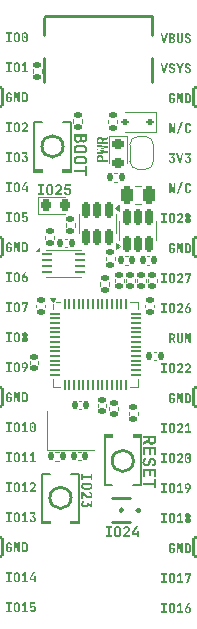
<source format=gbr>
%TF.GenerationSoftware,KiCad,Pcbnew,9.0.0*%
%TF.CreationDate,2025-03-27T00:22:41-04:00*%
%TF.ProjectId,orphkicad,6f727068-6b69-4636-9164-2e6b69636164,rev?*%
%TF.SameCoordinates,Original*%
%TF.FileFunction,Legend,Top*%
%TF.FilePolarity,Positive*%
%FSLAX46Y46*%
G04 Gerber Fmt 4.6, Leading zero omitted, Abs format (unit mm)*
G04 Created by KiCad (PCBNEW 9.0.0) date 2025-03-27 00:22:41*
%MOMM*%
%LPD*%
G01*
G04 APERTURE LIST*
G04 Aperture macros list*
%AMRoundRect*
0 Rectangle with rounded corners*
0 $1 Rounding radius*
0 $2 $3 $4 $5 $6 $7 $8 $9 X,Y pos of 4 corners*
0 Add a 4 corners polygon primitive as box body*
4,1,4,$2,$3,$4,$5,$6,$7,$8,$9,$2,$3,0*
0 Add four circle primitives for the rounded corners*
1,1,$1+$1,$2,$3*
1,1,$1+$1,$4,$5*
1,1,$1+$1,$6,$7*
1,1,$1+$1,$8,$9*
0 Add four rect primitives between the rounded corners*
20,1,$1+$1,$2,$3,$4,$5,0*
20,1,$1+$1,$4,$5,$6,$7,0*
20,1,$1+$1,$6,$7,$8,$9,0*
20,1,$1+$1,$8,$9,$2,$3,0*%
%AMFreePoly0*
4,1,23,0.500000,-0.750000,0.000000,-0.750000,0.000000,-0.745722,-0.065263,-0.745722,-0.191342,-0.711940,-0.304381,-0.646677,-0.396677,-0.554381,-0.461940,-0.441342,-0.495722,-0.315263,-0.495722,-0.250000,-0.500000,-0.250000,-0.500000,0.250000,-0.495722,0.250000,-0.495722,0.315263,-0.461940,0.441342,-0.396677,0.554381,-0.304381,0.646677,-0.191342,0.711940,-0.065263,0.745722,0.000000,0.745722,
0.000000,0.750000,0.500000,0.750000,0.500000,-0.750000,0.500000,-0.750000,$1*%
%AMFreePoly1*
4,1,23,0.000000,0.745722,0.065263,0.745722,0.191342,0.711940,0.304381,0.646677,0.396677,0.554381,0.461940,0.441342,0.495722,0.315263,0.495722,0.250000,0.500000,0.250000,0.500000,-0.250000,0.495722,-0.250000,0.495722,-0.315263,0.461940,-0.441342,0.396677,-0.554381,0.304381,-0.646677,0.191342,-0.711940,0.065263,-0.745722,0.000000,-0.745722,0.000000,-0.750000,-0.500000,-0.750000,
-0.500000,0.750000,0.000000,0.750000,0.000000,0.745722,0.000000,0.745722,$1*%
G04 Aperture macros list end*
%ADD10C,0.200000*%
%ADD11C,0.160000*%
%ADD12C,0.180000*%
%ADD13C,0.220000*%
%ADD14C,0.100000*%
%ADD15C,0.120000*%
%ADD16C,0.152500*%
%ADD17C,0.254000*%
%ADD18C,0.000000*%
%ADD19RoundRect,0.112500X0.187500X0.112500X-0.187500X0.112500X-0.187500X-0.112500X0.187500X-0.112500X0*%
%ADD20RoundRect,0.140000X-0.140000X-0.170000X0.140000X-0.170000X0.140000X0.170000X-0.140000X0.170000X0*%
%ADD21RoundRect,0.140000X0.170000X-0.140000X0.170000X0.140000X-0.170000X0.140000X-0.170000X-0.140000X0*%
%ADD22R,1.360000X1.230000*%
%ADD23RoundRect,0.140000X0.140000X0.170000X-0.140000X0.170000X-0.140000X-0.170000X0.140000X-0.170000X0*%
%ADD24FreePoly0,90.000000*%
%ADD25FreePoly1,90.000000*%
%ADD26RoundRect,0.150000X0.150000X-0.512500X0.150000X0.512500X-0.150000X0.512500X-0.150000X-0.512500X0*%
%ADD27C,1.700000*%
%ADD28R,1.700000X1.700000*%
%ADD29RoundRect,0.135000X0.185000X-0.135000X0.185000X0.135000X-0.185000X0.135000X-0.185000X-0.135000X0*%
%ADD30RoundRect,0.135000X-0.185000X0.135000X-0.185000X-0.135000X0.185000X-0.135000X0.185000X0.135000X0*%
%ADD31R,0.550000X1.100000*%
%ADD32R,0.300000X1.100000*%
%ADD33O,1.100000X2.000000*%
%ADD34O,1.200000X1.800000*%
%ADD35RoundRect,0.135000X-0.135000X-0.185000X0.135000X-0.185000X0.135000X0.185000X-0.135000X0.185000X0*%
%ADD36RoundRect,0.218750X-0.218750X-0.256250X0.218750X-0.256250X0.218750X0.256250X-0.218750X0.256250X0*%
%ADD37C,1.804000*%
%ADD38RoundRect,0.102000X-0.800000X-0.800000X0.800000X-0.800000X0.800000X0.800000X-0.800000X0.800000X0*%
%ADD39RoundRect,0.250000X0.250000X0.475000X-0.250000X0.475000X-0.250000X-0.475000X0.250000X-0.475000X0*%
%ADD40R,0.800000X0.650000*%
%ADD41RoundRect,0.150000X-0.150000X0.512500X-0.150000X-0.512500X0.150000X-0.512500X0.150000X0.512500X0*%
%ADD42RoundRect,0.218750X-0.256250X0.218750X-0.256250X-0.218750X0.256250X-0.218750X0.256250X0.218750X0*%
%ADD43RoundRect,0.062500X-0.387500X-0.062500X0.387500X-0.062500X0.387500X0.062500X-0.387500X0.062500X0*%
%ADD44R,0.200000X1.600000*%
%ADD45RoundRect,0.140000X-0.170000X0.140000X-0.170000X-0.140000X0.170000X-0.140000X0.170000X0.140000X0*%
%ADD46RoundRect,0.050000X-0.387500X-0.050000X0.387500X-0.050000X0.387500X0.050000X-0.387500X0.050000X0*%
%ADD47RoundRect,0.050000X-0.050000X-0.387500X0.050000X-0.387500X0.050000X0.387500X-0.050000X0.387500X0*%
%ADD48R,3.200000X3.200000*%
%ADD49R,1.400000X1.200000*%
G04 APERTURE END LIST*
D10*
G36*
X72751214Y-32409000D02*
G01*
X72751214Y-32285706D01*
X72915491Y-32285706D01*
X72915491Y-31714666D01*
X72751214Y-31714666D01*
X72751214Y-31591421D01*
X73220795Y-31591421D01*
X73220795Y-31714666D01*
X73056517Y-31714666D01*
X73056517Y-32285706D01*
X73220795Y-32285706D01*
X73220795Y-32409000D01*
X72751214Y-32409000D01*
G37*
G36*
X73709463Y-31583729D02*
G01*
X73754523Y-31593799D01*
X73793642Y-31609837D01*
X73829104Y-31632533D01*
X73858342Y-31660367D01*
X73881960Y-31693759D01*
X73898965Y-31731097D01*
X73909501Y-31773348D01*
X73913175Y-31821498D01*
X73913175Y-32178434D01*
X73909505Y-32226586D01*
X73898973Y-32268923D01*
X73881960Y-32306418D01*
X73858327Y-32339962D01*
X73829086Y-32367874D01*
X73793642Y-32390584D01*
X73754526Y-32406594D01*
X73709466Y-32416648D01*
X73657355Y-32420186D01*
X73605708Y-32416664D01*
X73560739Y-32406625D01*
X73521409Y-32390584D01*
X73485776Y-32367858D01*
X73456427Y-32339944D01*
X73432749Y-32306418D01*
X73415764Y-32268926D01*
X73405248Y-32226589D01*
X73401584Y-32178434D01*
X73401584Y-31821937D01*
X73541681Y-31821937D01*
X73541681Y-32178434D01*
X73545345Y-32215320D01*
X73555426Y-32244033D01*
X73571284Y-32266411D01*
X73592955Y-32283034D01*
X73621004Y-32293555D01*
X73657355Y-32297381D01*
X73694032Y-32293537D01*
X73722118Y-32283001D01*
X73743621Y-32266411D01*
X73759367Y-32244049D01*
X73769385Y-32215336D01*
X73773028Y-32178434D01*
X73773028Y-31821937D01*
X73769400Y-31784579D01*
X73759472Y-31755806D01*
X73743963Y-31733668D01*
X73722680Y-31717319D01*
X73694522Y-31706872D01*
X73657355Y-31703040D01*
X73620515Y-31706854D01*
X73592392Y-31717286D01*
X73570942Y-31733668D01*
X73555320Y-31755821D01*
X73545330Y-31784595D01*
X73541681Y-31821937D01*
X73401584Y-31821937D01*
X73405259Y-31773489D01*
X73415787Y-31731100D01*
X73432749Y-31693759D01*
X73456411Y-31660385D01*
X73485758Y-31632549D01*
X73521409Y-31609837D01*
X73560741Y-31593768D01*
X73605710Y-31583713D01*
X73657355Y-31580186D01*
X73709463Y-31583729D01*
G37*
G36*
X74359485Y-31928362D02*
G01*
X74382365Y-31943326D01*
X74397265Y-31966205D01*
X74402491Y-31996522D01*
X74397220Y-32028071D01*
X74382267Y-32051819D01*
X74359302Y-32067395D01*
X74328974Y-32072824D01*
X74298629Y-32067429D01*
X74275436Y-32051916D01*
X74260343Y-32028207D01*
X74255017Y-31996522D01*
X74260298Y-31966069D01*
X74275338Y-31943228D01*
X74298412Y-31928332D01*
X74328974Y-31923103D01*
X74359485Y-31928362D01*
G37*
G36*
X74381417Y-31583803D02*
G01*
X74427042Y-31594084D01*
X74466678Y-31610472D01*
X74502596Y-31633560D01*
X74532293Y-31661787D01*
X74556364Y-31695566D01*
X74573758Y-31733293D01*
X74584516Y-31775869D01*
X74588262Y-31824282D01*
X74588262Y-32176138D01*
X74584523Y-32224322D01*
X74573772Y-32266825D01*
X74556364Y-32304610D01*
X74532280Y-32338410D01*
X74502507Y-32366689D01*
X74466434Y-32389851D01*
X74426647Y-32406300D01*
X74381209Y-32416581D01*
X74329071Y-32420186D01*
X74276933Y-32416587D01*
X74231374Y-32406310D01*
X74191367Y-32389851D01*
X74155105Y-32366673D01*
X74125222Y-32338392D01*
X74101095Y-32304610D01*
X74083714Y-32266828D01*
X74072979Y-32224325D01*
X74069246Y-32176138D01*
X74069246Y-31824282D01*
X74201430Y-31824282D01*
X74201430Y-32176138D01*
X74205521Y-32211899D01*
X74217118Y-32241248D01*
X74236064Y-32265629D01*
X74261020Y-32283890D01*
X74291503Y-32295210D01*
X74329071Y-32299237D01*
X74366632Y-32295202D01*
X74396990Y-32283877D01*
X74421737Y-32265629D01*
X74440510Y-32241270D01*
X74452016Y-32211921D01*
X74456078Y-32176138D01*
X74456078Y-31824282D01*
X74452013Y-31788468D01*
X74440506Y-31759122D01*
X74421737Y-31734792D01*
X74396983Y-31716559D01*
X74366520Y-31705226D01*
X74328729Y-31701184D01*
X74290970Y-31705224D01*
X74260504Y-31716554D01*
X74235722Y-31734792D01*
X74216981Y-31759118D01*
X74205489Y-31788465D01*
X74201430Y-31824282D01*
X74069246Y-31824282D01*
X74072987Y-31775867D01*
X74083729Y-31733290D01*
X74101095Y-31695566D01*
X74125192Y-31661820D01*
X74155041Y-31633589D01*
X74191270Y-31610472D01*
X74231239Y-31594034D01*
X74276705Y-31583776D01*
X74328681Y-31580186D01*
X74381417Y-31583803D01*
G37*
D11*
G36*
X85890716Y-78209000D02*
G01*
X85890716Y-78085706D01*
X86054993Y-78085706D01*
X86054993Y-77514666D01*
X85890716Y-77514666D01*
X85890716Y-77391421D01*
X86360297Y-77391421D01*
X86360297Y-77514666D01*
X86196019Y-77514666D01*
X86196019Y-78085706D01*
X86360297Y-78085706D01*
X86360297Y-78209000D01*
X85890716Y-78209000D01*
G37*
G36*
X86848965Y-77383729D02*
G01*
X86894025Y-77393799D01*
X86933144Y-77409837D01*
X86968606Y-77432533D01*
X86997844Y-77460367D01*
X87021462Y-77493759D01*
X87038467Y-77531097D01*
X87049003Y-77573348D01*
X87052677Y-77621498D01*
X87052677Y-77978434D01*
X87049007Y-78026586D01*
X87038475Y-78068923D01*
X87021462Y-78106418D01*
X86997829Y-78139962D01*
X86968588Y-78167874D01*
X86933144Y-78190584D01*
X86894028Y-78206594D01*
X86848968Y-78216648D01*
X86796857Y-78220186D01*
X86745210Y-78216664D01*
X86700241Y-78206625D01*
X86660911Y-78190584D01*
X86625278Y-78167858D01*
X86595929Y-78139944D01*
X86572251Y-78106418D01*
X86555266Y-78068926D01*
X86544750Y-78026589D01*
X86541086Y-77978434D01*
X86541086Y-77621937D01*
X86681183Y-77621937D01*
X86681183Y-77978434D01*
X86684847Y-78015320D01*
X86694928Y-78044033D01*
X86710786Y-78066411D01*
X86732457Y-78083034D01*
X86760506Y-78093555D01*
X86796857Y-78097381D01*
X86833534Y-78093537D01*
X86861620Y-78083001D01*
X86883123Y-78066411D01*
X86898869Y-78044049D01*
X86908887Y-78015336D01*
X86912530Y-77978434D01*
X86912530Y-77621937D01*
X86908902Y-77584579D01*
X86898974Y-77555806D01*
X86883465Y-77533668D01*
X86862182Y-77517319D01*
X86834024Y-77506872D01*
X86796857Y-77503040D01*
X86760017Y-77506854D01*
X86731894Y-77517286D01*
X86710444Y-77533668D01*
X86694822Y-77555821D01*
X86684832Y-77584595D01*
X86681183Y-77621937D01*
X86541086Y-77621937D01*
X86544761Y-77573489D01*
X86555289Y-77531100D01*
X86572251Y-77493759D01*
X86595913Y-77460385D01*
X86625260Y-77432549D01*
X86660911Y-77409837D01*
X86700243Y-77393768D01*
X86745212Y-77383713D01*
X86796857Y-77380186D01*
X86848965Y-77383729D01*
G37*
G36*
X87226529Y-78209000D02*
G01*
X87226529Y-78085706D01*
X87439069Y-78085706D01*
X87439069Y-77516034D01*
X87225210Y-77675231D01*
X87225210Y-77527220D01*
X87413912Y-77391421D01*
X87579215Y-77391421D01*
X87579215Y-78085706D01*
X87750137Y-78085706D01*
X87750137Y-78209000D01*
X87226529Y-78209000D01*
G37*
G36*
X87977380Y-78209000D02*
G01*
X88272328Y-77521260D01*
X88010402Y-77521260D01*
X88010402Y-77640256D01*
X87870304Y-77640256D01*
X87870304Y-77391421D01*
X88412670Y-77391421D01*
X88412670Y-77524045D01*
X88127345Y-78209000D01*
X87977380Y-78209000D01*
G37*
G36*
X85890716Y-68049000D02*
G01*
X85890716Y-67925706D01*
X86054993Y-67925706D01*
X86054993Y-67354666D01*
X85890716Y-67354666D01*
X85890716Y-67231421D01*
X86360297Y-67231421D01*
X86360297Y-67354666D01*
X86196019Y-67354666D01*
X86196019Y-67925706D01*
X86360297Y-67925706D01*
X86360297Y-68049000D01*
X85890716Y-68049000D01*
G37*
G36*
X86848965Y-67223729D02*
G01*
X86894025Y-67233799D01*
X86933144Y-67249837D01*
X86968606Y-67272533D01*
X86997844Y-67300367D01*
X87021462Y-67333759D01*
X87038467Y-67371097D01*
X87049003Y-67413348D01*
X87052677Y-67461498D01*
X87052677Y-67818434D01*
X87049007Y-67866586D01*
X87038475Y-67908923D01*
X87021462Y-67946418D01*
X86997829Y-67979962D01*
X86968588Y-68007874D01*
X86933144Y-68030584D01*
X86894028Y-68046594D01*
X86848968Y-68056648D01*
X86796857Y-68060186D01*
X86745210Y-68056664D01*
X86700241Y-68046625D01*
X86660911Y-68030584D01*
X86625278Y-68007858D01*
X86595929Y-67979944D01*
X86572251Y-67946418D01*
X86555266Y-67908926D01*
X86544750Y-67866589D01*
X86541086Y-67818434D01*
X86541086Y-67461937D01*
X86681183Y-67461937D01*
X86681183Y-67818434D01*
X86684847Y-67855320D01*
X86694928Y-67884033D01*
X86710786Y-67906411D01*
X86732457Y-67923034D01*
X86760506Y-67933555D01*
X86796857Y-67937381D01*
X86833534Y-67933537D01*
X86861620Y-67923001D01*
X86883123Y-67906411D01*
X86898869Y-67884049D01*
X86908887Y-67855336D01*
X86912530Y-67818434D01*
X86912530Y-67461937D01*
X86908902Y-67424579D01*
X86898974Y-67395806D01*
X86883465Y-67373668D01*
X86862182Y-67357319D01*
X86834024Y-67346872D01*
X86796857Y-67343040D01*
X86760017Y-67346854D01*
X86731894Y-67357286D01*
X86710444Y-67373668D01*
X86694822Y-67395821D01*
X86684832Y-67424595D01*
X86681183Y-67461937D01*
X86541086Y-67461937D01*
X86544761Y-67413489D01*
X86555289Y-67371100D01*
X86572251Y-67333759D01*
X86595913Y-67300385D01*
X86625260Y-67272549D01*
X86660911Y-67249837D01*
X86700243Y-67233768D01*
X86745212Y-67223713D01*
X86796857Y-67220186D01*
X86848965Y-67223729D01*
G37*
G36*
X87220862Y-68049000D02*
G01*
X87220862Y-67913836D01*
X87476536Y-67656941D01*
X87524982Y-67602321D01*
X87555377Y-67558023D01*
X87569772Y-67527662D01*
X87578159Y-67497471D01*
X87580925Y-67467018D01*
X87577137Y-67430092D01*
X87566635Y-67400936D01*
X87549955Y-67377820D01*
X87527457Y-67360429D01*
X87499699Y-67349662D01*
X87465154Y-67345824D01*
X87427084Y-67349942D01*
X87396687Y-67361447D01*
X87372244Y-67379921D01*
X87354051Y-67404587D01*
X87342672Y-67435394D01*
X87338587Y-67474101D01*
X87198490Y-67474101D01*
X87202936Y-67423087D01*
X87214460Y-67378515D01*
X87232635Y-67339327D01*
X87257733Y-67304281D01*
X87288658Y-67275085D01*
X87326033Y-67251302D01*
X87367229Y-67234398D01*
X87413917Y-67223866D01*
X87467108Y-67220186D01*
X87517915Y-67223654D01*
X87562296Y-67233553D01*
X87601246Y-67249397D01*
X87636700Y-67271722D01*
X87665948Y-67298894D01*
X87689613Y-67331267D01*
X87706721Y-67367574D01*
X87717322Y-67408820D01*
X87721023Y-67456027D01*
X87716842Y-67505349D01*
X87704226Y-67553911D01*
X87682726Y-67602328D01*
X87654410Y-67647559D01*
X87614026Y-67698522D01*
X87559187Y-67756055D01*
X87389048Y-67922433D01*
X87731867Y-67922433D01*
X87731867Y-68049000D01*
X87220862Y-68049000D01*
G37*
G36*
X88170362Y-67568362D02*
G01*
X88193242Y-67583326D01*
X88208142Y-67606205D01*
X88213368Y-67636522D01*
X88208097Y-67668071D01*
X88193144Y-67691819D01*
X88170178Y-67707395D01*
X88139850Y-67712824D01*
X88109506Y-67707429D01*
X88086312Y-67691916D01*
X88071220Y-67668207D01*
X88065894Y-67636522D01*
X88071175Y-67606069D01*
X88086215Y-67583228D01*
X88109289Y-67568332D01*
X88139850Y-67563103D01*
X88170362Y-67568362D01*
G37*
G36*
X88192294Y-67223803D02*
G01*
X88237919Y-67234084D01*
X88277555Y-67250472D01*
X88313473Y-67273560D01*
X88343169Y-67301787D01*
X88367241Y-67335566D01*
X88384635Y-67373293D01*
X88395392Y-67415869D01*
X88399139Y-67464282D01*
X88399139Y-67816138D01*
X88395400Y-67864322D01*
X88384649Y-67906825D01*
X88367241Y-67944610D01*
X88343157Y-67978410D01*
X88313383Y-68006689D01*
X88277310Y-68029851D01*
X88237523Y-68046300D01*
X88192086Y-68056581D01*
X88139948Y-68060186D01*
X88087810Y-68056587D01*
X88042250Y-68046310D01*
X88002244Y-68029851D01*
X87965981Y-68006673D01*
X87936099Y-67978392D01*
X87911972Y-67944610D01*
X87894591Y-67906828D01*
X87883856Y-67864325D01*
X87880123Y-67816138D01*
X87880123Y-67464282D01*
X88012307Y-67464282D01*
X88012307Y-67816138D01*
X88016398Y-67851899D01*
X88027994Y-67881248D01*
X88046940Y-67905629D01*
X88071897Y-67923890D01*
X88102380Y-67935210D01*
X88139948Y-67939237D01*
X88177509Y-67935202D01*
X88207867Y-67923877D01*
X88232614Y-67905629D01*
X88251387Y-67881270D01*
X88262892Y-67851921D01*
X88266954Y-67816138D01*
X88266954Y-67464282D01*
X88262890Y-67428468D01*
X88251383Y-67399122D01*
X88232614Y-67374792D01*
X88207860Y-67356559D01*
X88177397Y-67345226D01*
X88139606Y-67341184D01*
X88101847Y-67345224D01*
X88071381Y-67356554D01*
X88046598Y-67374792D01*
X88027858Y-67399118D01*
X88016366Y-67428465D01*
X88012307Y-67464282D01*
X87880123Y-67464282D01*
X87883863Y-67415867D01*
X87894605Y-67373290D01*
X87911972Y-67335566D01*
X87936068Y-67301820D01*
X87965918Y-67273589D01*
X88002146Y-67250472D01*
X88042116Y-67234034D01*
X88087582Y-67223776D01*
X88139557Y-67220186D01*
X88192294Y-67223803D01*
G37*
G36*
X85890716Y-60429000D02*
G01*
X85890716Y-60305706D01*
X86054993Y-60305706D01*
X86054993Y-59734666D01*
X85890716Y-59734666D01*
X85890716Y-59611421D01*
X86360297Y-59611421D01*
X86360297Y-59734666D01*
X86196019Y-59734666D01*
X86196019Y-60305706D01*
X86360297Y-60305706D01*
X86360297Y-60429000D01*
X85890716Y-60429000D01*
G37*
G36*
X86848965Y-59603729D02*
G01*
X86894025Y-59613799D01*
X86933144Y-59629837D01*
X86968606Y-59652533D01*
X86997844Y-59680367D01*
X87021462Y-59713759D01*
X87038467Y-59751097D01*
X87049003Y-59793348D01*
X87052677Y-59841498D01*
X87052677Y-60198434D01*
X87049007Y-60246586D01*
X87038475Y-60288923D01*
X87021462Y-60326418D01*
X86997829Y-60359962D01*
X86968588Y-60387874D01*
X86933144Y-60410584D01*
X86894028Y-60426594D01*
X86848968Y-60436648D01*
X86796857Y-60440186D01*
X86745210Y-60436664D01*
X86700241Y-60426625D01*
X86660911Y-60410584D01*
X86625278Y-60387858D01*
X86595929Y-60359944D01*
X86572251Y-60326418D01*
X86555266Y-60288926D01*
X86544750Y-60246589D01*
X86541086Y-60198434D01*
X86541086Y-59841937D01*
X86681183Y-59841937D01*
X86681183Y-60198434D01*
X86684847Y-60235320D01*
X86694928Y-60264033D01*
X86710786Y-60286411D01*
X86732457Y-60303034D01*
X86760506Y-60313555D01*
X86796857Y-60317381D01*
X86833534Y-60313537D01*
X86861620Y-60303001D01*
X86883123Y-60286411D01*
X86898869Y-60264049D01*
X86908887Y-60235336D01*
X86912530Y-60198434D01*
X86912530Y-59841937D01*
X86908902Y-59804579D01*
X86898974Y-59775806D01*
X86883465Y-59753668D01*
X86862182Y-59737319D01*
X86834024Y-59726872D01*
X86796857Y-59723040D01*
X86760017Y-59726854D01*
X86731894Y-59737286D01*
X86710444Y-59753668D01*
X86694822Y-59775821D01*
X86684832Y-59804595D01*
X86681183Y-59841937D01*
X86541086Y-59841937D01*
X86544761Y-59793489D01*
X86555289Y-59751100D01*
X86572251Y-59713759D01*
X86595913Y-59680385D01*
X86625260Y-59652549D01*
X86660911Y-59629837D01*
X86700243Y-59613768D01*
X86745212Y-59603713D01*
X86796857Y-59600186D01*
X86848965Y-59603729D01*
G37*
G36*
X87220862Y-60429000D02*
G01*
X87220862Y-60293836D01*
X87476536Y-60036941D01*
X87524982Y-59982321D01*
X87555377Y-59938023D01*
X87569772Y-59907662D01*
X87578159Y-59877471D01*
X87580925Y-59847018D01*
X87577137Y-59810092D01*
X87566635Y-59780936D01*
X87549955Y-59757820D01*
X87527457Y-59740429D01*
X87499699Y-59729662D01*
X87465154Y-59725824D01*
X87427084Y-59729942D01*
X87396687Y-59741447D01*
X87372244Y-59759921D01*
X87354051Y-59784587D01*
X87342672Y-59815394D01*
X87338587Y-59854101D01*
X87198490Y-59854101D01*
X87202936Y-59803087D01*
X87214460Y-59758515D01*
X87232635Y-59719327D01*
X87257733Y-59684281D01*
X87288658Y-59655085D01*
X87326033Y-59631302D01*
X87367229Y-59614398D01*
X87413917Y-59603866D01*
X87467108Y-59600186D01*
X87517915Y-59603654D01*
X87562296Y-59613553D01*
X87601246Y-59629397D01*
X87636700Y-59651722D01*
X87665948Y-59678894D01*
X87689613Y-59711267D01*
X87706721Y-59747574D01*
X87717322Y-59788820D01*
X87721023Y-59836027D01*
X87716842Y-59885349D01*
X87704226Y-59933911D01*
X87682726Y-59982328D01*
X87654410Y-60027559D01*
X87614026Y-60078522D01*
X87559187Y-60136055D01*
X87389048Y-60302433D01*
X87731867Y-60302433D01*
X87731867Y-60429000D01*
X87220862Y-60429000D01*
G37*
G36*
X87892237Y-60429000D02*
G01*
X87892237Y-60293836D01*
X88147910Y-60036941D01*
X88196357Y-59982321D01*
X88226752Y-59938023D01*
X88241146Y-59907662D01*
X88249533Y-59877471D01*
X88252300Y-59847018D01*
X88248512Y-59810092D01*
X88238009Y-59780936D01*
X88221330Y-59757820D01*
X88198832Y-59740429D01*
X88171074Y-59729662D01*
X88136529Y-59725824D01*
X88098459Y-59729942D01*
X88068062Y-59741447D01*
X88043619Y-59759921D01*
X88025426Y-59784587D01*
X88014046Y-59815394D01*
X88009962Y-59854101D01*
X87869864Y-59854101D01*
X87874311Y-59803087D01*
X87885835Y-59758515D01*
X87904010Y-59719327D01*
X87929108Y-59684281D01*
X87960033Y-59655085D01*
X87997408Y-59631302D01*
X88038604Y-59614398D01*
X88085292Y-59603866D01*
X88138483Y-59600186D01*
X88189290Y-59603654D01*
X88233671Y-59613553D01*
X88272621Y-59629397D01*
X88308074Y-59651722D01*
X88337323Y-59678894D01*
X88360988Y-59711267D01*
X88378095Y-59747574D01*
X88388697Y-59788820D01*
X88392398Y-59836027D01*
X88388217Y-59885349D01*
X88375601Y-59933911D01*
X88354100Y-59982328D01*
X88325784Y-60027559D01*
X88285401Y-60078522D01*
X88230562Y-60136055D01*
X88060423Y-60302433D01*
X88403242Y-60302433D01*
X88403242Y-60429000D01*
X87892237Y-60429000D01*
G37*
D12*
G36*
X75430180Y-45372000D02*
G01*
X75430180Y-45233294D01*
X75614992Y-45233294D01*
X75614992Y-44590874D01*
X75430180Y-44590874D01*
X75430180Y-44452224D01*
X75958458Y-44452224D01*
X75958458Y-44590874D01*
X75773646Y-44590874D01*
X75773646Y-45233294D01*
X75958458Y-45233294D01*
X75958458Y-45372000D01*
X75430180Y-45372000D01*
G37*
G36*
X76508210Y-44443571D02*
G01*
X76558903Y-44454899D01*
X76602912Y-44472942D01*
X76642806Y-44498475D01*
X76675699Y-44529788D01*
X76702270Y-44567354D01*
X76721399Y-44609359D01*
X76733253Y-44656891D01*
X76737386Y-44711060D01*
X76737386Y-45112614D01*
X76733257Y-45166784D01*
X76721408Y-45214414D01*
X76702270Y-45256595D01*
X76675682Y-45294333D01*
X76642786Y-45325733D01*
X76602912Y-45351282D01*
X76558906Y-45369294D01*
X76508213Y-45380604D01*
X76449588Y-45384584D01*
X76391485Y-45380622D01*
X76340895Y-45369329D01*
X76296649Y-45351282D01*
X76256562Y-45325715D01*
X76223544Y-45294312D01*
X76196907Y-45256595D01*
X76177799Y-45214417D01*
X76165968Y-45166787D01*
X76161846Y-45112614D01*
X76161846Y-44711555D01*
X76319456Y-44711555D01*
X76319456Y-45112614D01*
X76323577Y-45154110D01*
X76334918Y-45186412D01*
X76352758Y-45211587D01*
X76377138Y-45230289D01*
X76408693Y-45242125D01*
X76449588Y-45246428D01*
X76490851Y-45242104D01*
X76522446Y-45230251D01*
X76546638Y-45211587D01*
X76564352Y-45186430D01*
X76575623Y-45154128D01*
X76579721Y-45112614D01*
X76579721Y-44711555D01*
X76575639Y-44669526D01*
X76564470Y-44637156D01*
X76547023Y-44612252D01*
X76523079Y-44593859D01*
X76491401Y-44582106D01*
X76449588Y-44577795D01*
X76408144Y-44582085D01*
X76376505Y-44593822D01*
X76352373Y-44612252D01*
X76334800Y-44637174D01*
X76323561Y-44669544D01*
X76319456Y-44711555D01*
X76161846Y-44711555D01*
X76165981Y-44657050D01*
X76177824Y-44609362D01*
X76196907Y-44567354D01*
X76223527Y-44529808D01*
X76256542Y-44498492D01*
X76296649Y-44472942D01*
X76340898Y-44454864D01*
X76391488Y-44443552D01*
X76449588Y-44439584D01*
X76508210Y-44443571D01*
G37*
G36*
X76926594Y-45372000D02*
G01*
X76926594Y-45219940D01*
X77214227Y-44930934D01*
X77268730Y-44869486D01*
X77302924Y-44819650D01*
X77319117Y-44785495D01*
X77328553Y-44751530D01*
X77331665Y-44717270D01*
X77327404Y-44675728D01*
X77315588Y-44642928D01*
X77296824Y-44616923D01*
X77271513Y-44597358D01*
X77240286Y-44585245D01*
X77201423Y-44580927D01*
X77158594Y-44585560D01*
X77124397Y-44598503D01*
X77096899Y-44619286D01*
X77076432Y-44647035D01*
X77063630Y-44681693D01*
X77059035Y-44725238D01*
X76901425Y-44725238D01*
X76906427Y-44667848D01*
X76919392Y-44617705D01*
X76939838Y-44573618D01*
X76968074Y-44534192D01*
X77002865Y-44501346D01*
X77044912Y-44474590D01*
X77091257Y-44455573D01*
X77143781Y-44443725D01*
X77203621Y-44439584D01*
X77260779Y-44443486D01*
X77310707Y-44454623D01*
X77354526Y-44472447D01*
X77394411Y-44497563D01*
X77427316Y-44528131D01*
X77453939Y-44564551D01*
X77473185Y-44605396D01*
X77485112Y-44651798D01*
X77489275Y-44704905D01*
X77484572Y-44760393D01*
X77470379Y-44815024D01*
X77446191Y-44869494D01*
X77414335Y-44920379D01*
X77368904Y-44977712D01*
X77307210Y-45042437D01*
X77115803Y-45229612D01*
X77501475Y-45229612D01*
X77501475Y-45372000D01*
X76926594Y-45372000D01*
G37*
G36*
X77958423Y-45384584D02*
G01*
X77895046Y-45380155D01*
X77840889Y-45367625D01*
X77794455Y-45347746D01*
X77754541Y-45320727D01*
X77720612Y-45286217D01*
X77695594Y-45246627D01*
X77678949Y-45201083D01*
X77670900Y-45148279D01*
X77828510Y-45148279D01*
X77834736Y-45177805D01*
X77847271Y-45201666D01*
X77866264Y-45221039D01*
X77890060Y-45234805D01*
X77920370Y-45243685D01*
X77958917Y-45246923D01*
X78001172Y-45242638D01*
X78033464Y-45230924D01*
X78058110Y-45212576D01*
X78076312Y-45187708D01*
X78087772Y-45156250D01*
X78091908Y-45116296D01*
X78091908Y-45026884D01*
X78087773Y-44986431D01*
X78076392Y-44955024D01*
X78058440Y-44930604D01*
X78034082Y-44912690D01*
X78001890Y-44901194D01*
X77959467Y-44896972D01*
X77921089Y-44901221D01*
X77889620Y-44913238D01*
X77863663Y-44932712D01*
X77845216Y-44958301D01*
X77691233Y-44958301D01*
X77697553Y-44452224D01*
X78216050Y-44452224D01*
X78216050Y-44594556D01*
X77846975Y-44594556D01*
X77843952Y-44861691D01*
X77881431Y-44861691D01*
X77843183Y-44893729D01*
X77848408Y-44857056D01*
X77863462Y-44826898D01*
X77888960Y-44801625D01*
X77921153Y-44783678D01*
X77961679Y-44772131D01*
X78012663Y-44767938D01*
X78068022Y-44772393D01*
X78114520Y-44785508D01*
X78153825Y-44806612D01*
X78187144Y-44835862D01*
X78213356Y-44871614D01*
X78232763Y-44914381D01*
X78245110Y-44965552D01*
X78249517Y-45026884D01*
X78249517Y-45116296D01*
X78244281Y-45177644D01*
X78229421Y-45229768D01*
X78205579Y-45274376D01*
X78172526Y-45312703D01*
X78132235Y-45343002D01*
X78084210Y-45365352D01*
X78026925Y-45379531D01*
X77958423Y-45384584D01*
G37*
D11*
G36*
X85890716Y-52809000D02*
G01*
X85890716Y-52685706D01*
X86054993Y-52685706D01*
X86054993Y-52114666D01*
X85890716Y-52114666D01*
X85890716Y-51991421D01*
X86360297Y-51991421D01*
X86360297Y-52114666D01*
X86196019Y-52114666D01*
X86196019Y-52685706D01*
X86360297Y-52685706D01*
X86360297Y-52809000D01*
X85890716Y-52809000D01*
G37*
G36*
X86848965Y-51983729D02*
G01*
X86894025Y-51993799D01*
X86933144Y-52009837D01*
X86968606Y-52032533D01*
X86997844Y-52060367D01*
X87021462Y-52093759D01*
X87038467Y-52131097D01*
X87049003Y-52173348D01*
X87052677Y-52221498D01*
X87052677Y-52578434D01*
X87049007Y-52626586D01*
X87038475Y-52668923D01*
X87021462Y-52706418D01*
X86997829Y-52739962D01*
X86968588Y-52767874D01*
X86933144Y-52790584D01*
X86894028Y-52806594D01*
X86848968Y-52816648D01*
X86796857Y-52820186D01*
X86745210Y-52816664D01*
X86700241Y-52806625D01*
X86660911Y-52790584D01*
X86625278Y-52767858D01*
X86595929Y-52739944D01*
X86572251Y-52706418D01*
X86555266Y-52668926D01*
X86544750Y-52626589D01*
X86541086Y-52578434D01*
X86541086Y-52221937D01*
X86681183Y-52221937D01*
X86681183Y-52578434D01*
X86684847Y-52615320D01*
X86694928Y-52644033D01*
X86710786Y-52666411D01*
X86732457Y-52683034D01*
X86760506Y-52693555D01*
X86796857Y-52697381D01*
X86833534Y-52693537D01*
X86861620Y-52683001D01*
X86883123Y-52666411D01*
X86898869Y-52644049D01*
X86908887Y-52615336D01*
X86912530Y-52578434D01*
X86912530Y-52221937D01*
X86908902Y-52184579D01*
X86898974Y-52155806D01*
X86883465Y-52133668D01*
X86862182Y-52117319D01*
X86834024Y-52106872D01*
X86796857Y-52103040D01*
X86760017Y-52106854D01*
X86731894Y-52117286D01*
X86710444Y-52133668D01*
X86694822Y-52155821D01*
X86684832Y-52184595D01*
X86681183Y-52221937D01*
X86541086Y-52221937D01*
X86544761Y-52173489D01*
X86555289Y-52131100D01*
X86572251Y-52093759D01*
X86595913Y-52060385D01*
X86625260Y-52032549D01*
X86660911Y-52009837D01*
X86700243Y-51993768D01*
X86745212Y-51983713D01*
X86796857Y-51980186D01*
X86848965Y-51983729D01*
G37*
G36*
X87220862Y-52809000D02*
G01*
X87220862Y-52673836D01*
X87476536Y-52416941D01*
X87524982Y-52362321D01*
X87555377Y-52318023D01*
X87569772Y-52287662D01*
X87578159Y-52257471D01*
X87580925Y-52227018D01*
X87577137Y-52190092D01*
X87566635Y-52160936D01*
X87549955Y-52137820D01*
X87527457Y-52120429D01*
X87499699Y-52109662D01*
X87465154Y-52105824D01*
X87427084Y-52109942D01*
X87396687Y-52121447D01*
X87372244Y-52139921D01*
X87354051Y-52164587D01*
X87342672Y-52195394D01*
X87338587Y-52234101D01*
X87198490Y-52234101D01*
X87202936Y-52183087D01*
X87214460Y-52138515D01*
X87232635Y-52099327D01*
X87257733Y-52064281D01*
X87288658Y-52035085D01*
X87326033Y-52011302D01*
X87367229Y-51994398D01*
X87413917Y-51983866D01*
X87467108Y-51980186D01*
X87517915Y-51983654D01*
X87562296Y-51993553D01*
X87601246Y-52009397D01*
X87636700Y-52031722D01*
X87665948Y-52058894D01*
X87689613Y-52091267D01*
X87706721Y-52127574D01*
X87717322Y-52168820D01*
X87721023Y-52216027D01*
X87716842Y-52265349D01*
X87704226Y-52313911D01*
X87682726Y-52362328D01*
X87654410Y-52407559D01*
X87614026Y-52458522D01*
X87559187Y-52516055D01*
X87389048Y-52682433D01*
X87731867Y-52682433D01*
X87731867Y-52809000D01*
X87220862Y-52809000D01*
G37*
G36*
X87977380Y-52809000D02*
G01*
X88272328Y-52121260D01*
X88010402Y-52121260D01*
X88010402Y-52240256D01*
X87870304Y-52240256D01*
X87870304Y-51991421D01*
X88412670Y-51991421D01*
X88412670Y-52124045D01*
X88127345Y-52809000D01*
X87977380Y-52809000D01*
G37*
G36*
X85890716Y-47729000D02*
G01*
X85890716Y-47605706D01*
X86054993Y-47605706D01*
X86054993Y-47034666D01*
X85890716Y-47034666D01*
X85890716Y-46911421D01*
X86360297Y-46911421D01*
X86360297Y-47034666D01*
X86196019Y-47034666D01*
X86196019Y-47605706D01*
X86360297Y-47605706D01*
X86360297Y-47729000D01*
X85890716Y-47729000D01*
G37*
G36*
X86848965Y-46903729D02*
G01*
X86894025Y-46913799D01*
X86933144Y-46929837D01*
X86968606Y-46952533D01*
X86997844Y-46980367D01*
X87021462Y-47013759D01*
X87038467Y-47051097D01*
X87049003Y-47093348D01*
X87052677Y-47141498D01*
X87052677Y-47498434D01*
X87049007Y-47546586D01*
X87038475Y-47588923D01*
X87021462Y-47626418D01*
X86997829Y-47659962D01*
X86968588Y-47687874D01*
X86933144Y-47710584D01*
X86894028Y-47726594D01*
X86848968Y-47736648D01*
X86796857Y-47740186D01*
X86745210Y-47736664D01*
X86700241Y-47726625D01*
X86660911Y-47710584D01*
X86625278Y-47687858D01*
X86595929Y-47659944D01*
X86572251Y-47626418D01*
X86555266Y-47588926D01*
X86544750Y-47546589D01*
X86541086Y-47498434D01*
X86541086Y-47141937D01*
X86681183Y-47141937D01*
X86681183Y-47498434D01*
X86684847Y-47535320D01*
X86694928Y-47564033D01*
X86710786Y-47586411D01*
X86732457Y-47603034D01*
X86760506Y-47613555D01*
X86796857Y-47617381D01*
X86833534Y-47613537D01*
X86861620Y-47603001D01*
X86883123Y-47586411D01*
X86898869Y-47564049D01*
X86908887Y-47535336D01*
X86912530Y-47498434D01*
X86912530Y-47141937D01*
X86908902Y-47104579D01*
X86898974Y-47075806D01*
X86883465Y-47053668D01*
X86862182Y-47037319D01*
X86834024Y-47026872D01*
X86796857Y-47023040D01*
X86760017Y-47026854D01*
X86731894Y-47037286D01*
X86710444Y-47053668D01*
X86694822Y-47075821D01*
X86684832Y-47104595D01*
X86681183Y-47141937D01*
X86541086Y-47141937D01*
X86544761Y-47093489D01*
X86555289Y-47051100D01*
X86572251Y-47013759D01*
X86595913Y-46980385D01*
X86625260Y-46952549D01*
X86660911Y-46929837D01*
X86700243Y-46913768D01*
X86745212Y-46903713D01*
X86796857Y-46900186D01*
X86848965Y-46903729D01*
G37*
G36*
X87220862Y-47729000D02*
G01*
X87220862Y-47593836D01*
X87476536Y-47336941D01*
X87524982Y-47282321D01*
X87555377Y-47238023D01*
X87569772Y-47207662D01*
X87578159Y-47177471D01*
X87580925Y-47147018D01*
X87577137Y-47110092D01*
X87566635Y-47080936D01*
X87549955Y-47057820D01*
X87527457Y-47040429D01*
X87499699Y-47029662D01*
X87465154Y-47025824D01*
X87427084Y-47029942D01*
X87396687Y-47041447D01*
X87372244Y-47059921D01*
X87354051Y-47084587D01*
X87342672Y-47115394D01*
X87338587Y-47154101D01*
X87198490Y-47154101D01*
X87202936Y-47103087D01*
X87214460Y-47058515D01*
X87232635Y-47019327D01*
X87257733Y-46984281D01*
X87288658Y-46955085D01*
X87326033Y-46931302D01*
X87367229Y-46914398D01*
X87413917Y-46903866D01*
X87467108Y-46900186D01*
X87517915Y-46903654D01*
X87562296Y-46913553D01*
X87601246Y-46929397D01*
X87636700Y-46951722D01*
X87665948Y-46978894D01*
X87689613Y-47011267D01*
X87706721Y-47047574D01*
X87717322Y-47088820D01*
X87721023Y-47136027D01*
X87716842Y-47185349D01*
X87704226Y-47233911D01*
X87682726Y-47282328D01*
X87654410Y-47327559D01*
X87614026Y-47378522D01*
X87559187Y-47436055D01*
X87389048Y-47602433D01*
X87731867Y-47602433D01*
X87731867Y-47729000D01*
X87220862Y-47729000D01*
G37*
G36*
X88139606Y-47740186D02*
G01*
X88086232Y-47736886D01*
X88039807Y-47727502D01*
X87999313Y-47712586D01*
X87962132Y-47691226D01*
X87931768Y-47665330D01*
X87907429Y-47634673D01*
X87889572Y-47599890D01*
X87878664Y-47561195D01*
X87874896Y-47517681D01*
X87879740Y-47469285D01*
X87893697Y-47427261D01*
X87916612Y-47390284D01*
X87947144Y-47358429D01*
X87987654Y-47328560D01*
X88040004Y-47300793D01*
X88165007Y-47244226D01*
X88201783Y-47221500D01*
X88228706Y-47192789D01*
X88245918Y-47158409D01*
X88251665Y-47120249D01*
X88248140Y-47090963D01*
X88238117Y-47066927D01*
X88221623Y-47046927D01*
X88200078Y-47032132D01*
X88173228Y-47022821D01*
X88139606Y-47019474D01*
X88106025Y-47022830D01*
X88078938Y-47032207D01*
X88056954Y-47047171D01*
X88040071Y-47067367D01*
X88029858Y-47091476D01*
X88026277Y-47120688D01*
X88032074Y-47157895D01*
X88049627Y-47192154D01*
X88076699Y-47220873D01*
X88112398Y-47243103D01*
X88237401Y-47299865D01*
X88293674Y-47329680D01*
X88335205Y-47360605D01*
X88364700Y-47392531D01*
X88386564Y-47429691D01*
X88399804Y-47471037D01*
X88404365Y-47517681D01*
X88399623Y-47567553D01*
X88386047Y-47610393D01*
X88363962Y-47647597D01*
X88332802Y-47680102D01*
X88295722Y-47705407D01*
X88252043Y-47724117D01*
X88200520Y-47735974D01*
X88139606Y-47740186D01*
G37*
G36*
X88139606Y-47620458D02*
G01*
X88177003Y-47616709D01*
X88207287Y-47606216D01*
X88231979Y-47589439D01*
X88251094Y-47566818D01*
X88262539Y-47540369D01*
X88266515Y-47508888D01*
X88260671Y-47470649D01*
X88242726Y-47433954D01*
X88214874Y-47402975D01*
X88177952Y-47379781D01*
X88044254Y-47317939D01*
X87995218Y-47291131D01*
X87957033Y-47262476D01*
X87928043Y-47232063D01*
X87906173Y-47196908D01*
X87892942Y-47157531D01*
X87888378Y-47112775D01*
X87891896Y-47072285D01*
X87902139Y-47035775D01*
X87919006Y-47002475D01*
X87941964Y-46973005D01*
X87970729Y-46947919D01*
X88006054Y-46927004D01*
X88044608Y-46912261D01*
X88088795Y-46903001D01*
X88139606Y-46899746D01*
X88190452Y-46903013D01*
X88234409Y-46912283D01*
X88272523Y-46927004D01*
X88307440Y-46947882D01*
X88336009Y-46972964D01*
X88358936Y-47002475D01*
X88375803Y-47035775D01*
X88386046Y-47072285D01*
X88389564Y-47112775D01*
X88385005Y-47158857D01*
X88371922Y-47198540D01*
X88350534Y-47233138D01*
X88322003Y-47262963D01*
X88283860Y-47291424D01*
X88234275Y-47318427D01*
X88099892Y-47380221D01*
X88063799Y-47402911D01*
X88036291Y-47433417D01*
X88018530Y-47469569D01*
X88012746Y-47507276D01*
X88016743Y-47539516D01*
X88028199Y-47566402D01*
X88047234Y-47589195D01*
X88071943Y-47606113D01*
X88102227Y-47616684D01*
X88139606Y-47620458D01*
G37*
D10*
G36*
X72751214Y-52729000D02*
G01*
X72751214Y-52605706D01*
X72915491Y-52605706D01*
X72915491Y-52034666D01*
X72751214Y-52034666D01*
X72751214Y-51911421D01*
X73220795Y-51911421D01*
X73220795Y-52034666D01*
X73056517Y-52034666D01*
X73056517Y-52605706D01*
X73220795Y-52605706D01*
X73220795Y-52729000D01*
X72751214Y-52729000D01*
G37*
G36*
X73709463Y-51903729D02*
G01*
X73754523Y-51913799D01*
X73793642Y-51929837D01*
X73829104Y-51952533D01*
X73858342Y-51980367D01*
X73881960Y-52013759D01*
X73898965Y-52051097D01*
X73909501Y-52093348D01*
X73913175Y-52141498D01*
X73913175Y-52498434D01*
X73909505Y-52546586D01*
X73898973Y-52588923D01*
X73881960Y-52626418D01*
X73858327Y-52659962D01*
X73829086Y-52687874D01*
X73793642Y-52710584D01*
X73754526Y-52726594D01*
X73709466Y-52736648D01*
X73657355Y-52740186D01*
X73605708Y-52736664D01*
X73560739Y-52726625D01*
X73521409Y-52710584D01*
X73485776Y-52687858D01*
X73456427Y-52659944D01*
X73432749Y-52626418D01*
X73415764Y-52588926D01*
X73405248Y-52546589D01*
X73401584Y-52498434D01*
X73401584Y-52141937D01*
X73541681Y-52141937D01*
X73541681Y-52498434D01*
X73545345Y-52535320D01*
X73555426Y-52564033D01*
X73571284Y-52586411D01*
X73592955Y-52603034D01*
X73621004Y-52613555D01*
X73657355Y-52617381D01*
X73694032Y-52613537D01*
X73722118Y-52603001D01*
X73743621Y-52586411D01*
X73759367Y-52564049D01*
X73769385Y-52535336D01*
X73773028Y-52498434D01*
X73773028Y-52141937D01*
X73769400Y-52104579D01*
X73759472Y-52075806D01*
X73743963Y-52053668D01*
X73722680Y-52037319D01*
X73694522Y-52026872D01*
X73657355Y-52023040D01*
X73620515Y-52026854D01*
X73592392Y-52037286D01*
X73570942Y-52053668D01*
X73555320Y-52075821D01*
X73545330Y-52104595D01*
X73541681Y-52141937D01*
X73401584Y-52141937D01*
X73405259Y-52093489D01*
X73415787Y-52051100D01*
X73432749Y-52013759D01*
X73456411Y-51980385D01*
X73485758Y-51952549D01*
X73521409Y-51929837D01*
X73560741Y-51913768D01*
X73605710Y-51903713D01*
X73657355Y-51900186D01*
X73709463Y-51903729D01*
G37*
G36*
X74234598Y-52292391D02*
G01*
X74241046Y-52296445D01*
X74267895Y-52266483D01*
X74302254Y-52244324D01*
X74341949Y-52230859D01*
X74387397Y-52226201D01*
X74429989Y-52229817D01*
X74467643Y-52240253D01*
X74501263Y-52257269D01*
X74531011Y-52280484D01*
X74556102Y-52309300D01*
X74576782Y-52344415D01*
X74591332Y-52382717D01*
X74600451Y-52426385D01*
X74603649Y-52476355D01*
X74599616Y-52528114D01*
X74588002Y-52573922D01*
X74569162Y-52614792D01*
X74543214Y-52651451D01*
X74511519Y-52682086D01*
X74473517Y-52707164D01*
X74431562Y-52725101D01*
X74383830Y-52736276D01*
X74329218Y-52740186D01*
X74275035Y-52736154D01*
X74227200Y-52724567D01*
X74184675Y-52705845D01*
X74146343Y-52679807D01*
X74114396Y-52647894D01*
X74088297Y-52609565D01*
X74069493Y-52567044D01*
X74057888Y-52519472D01*
X74054744Y-52477625D01*
X74191318Y-52477625D01*
X74195811Y-52519333D01*
X74208491Y-52553498D01*
X74229030Y-52581770D01*
X74256401Y-52603338D01*
X74289097Y-52616475D01*
X74328681Y-52621093D01*
X74368264Y-52616475D01*
X74400960Y-52603338D01*
X74428332Y-52581770D01*
X74448928Y-52553491D01*
X74461638Y-52519326D01*
X74466140Y-52477625D01*
X74461643Y-52435548D01*
X74448957Y-52401093D01*
X74428429Y-52372600D01*
X74401057Y-52350805D01*
X74368365Y-52337545D01*
X74328778Y-52332886D01*
X74289222Y-52337542D01*
X74256509Y-52350799D01*
X74229078Y-52372600D01*
X74208523Y-52401097D01*
X74195821Y-52435551D01*
X74191318Y-52477625D01*
X74054744Y-52477625D01*
X74053859Y-52465852D01*
X74058608Y-52407209D01*
X74073496Y-52343926D01*
X74096934Y-52282084D01*
X74127864Y-52224101D01*
X74320376Y-51911421D01*
X74476252Y-51911421D01*
X74234598Y-52292391D01*
G37*
D11*
G36*
X86801692Y-37580186D02*
G01*
X86749812Y-37576678D01*
X86704336Y-37566650D01*
X86664281Y-37550584D01*
X86627860Y-37527833D01*
X86597768Y-37499909D01*
X86573374Y-37466418D01*
X86555753Y-37428860D01*
X86544871Y-37386528D01*
X86541085Y-37338434D01*
X86541085Y-36981937D01*
X86544900Y-36933125D01*
X86555808Y-36890664D01*
X86573374Y-36853466D01*
X86597734Y-36820310D01*
X86627822Y-36792556D01*
X86664281Y-36769837D01*
X86704338Y-36753743D01*
X86749815Y-36743699D01*
X86801692Y-36740186D01*
X86853556Y-36743736D01*
X86898822Y-36753869D01*
X86938517Y-36770081D01*
X86974632Y-36792885D01*
X87004449Y-36820656D01*
X87028594Y-36853759D01*
X87046049Y-36890850D01*
X87056893Y-36933214D01*
X87060687Y-36981937D01*
X86920589Y-36981937D01*
X86916724Y-36944766D01*
X86906083Y-36915986D01*
X86889277Y-36893668D01*
X86866645Y-36877196D01*
X86837894Y-36866799D01*
X86801252Y-36863040D01*
X86764563Y-36866781D01*
X86735652Y-36877142D01*
X86712788Y-36893570D01*
X86695804Y-36915847D01*
X86685076Y-36944518D01*
X86681183Y-36981498D01*
X86681183Y-37338434D01*
X86685049Y-37375129D01*
X86695759Y-37403923D01*
X86712788Y-37426606D01*
X86735705Y-37443431D01*
X86764617Y-37454008D01*
X86801252Y-37457820D01*
X86837843Y-37453995D01*
X86866595Y-37443398D01*
X86889277Y-37426557D01*
X86906136Y-37403835D01*
X86916753Y-37374976D01*
X86920589Y-37338190D01*
X86920589Y-37255343D01*
X86781029Y-37255343D01*
X86781029Y-37134003D01*
X87060687Y-37134003D01*
X87060687Y-37338434D01*
X87056923Y-37386406D01*
X87046105Y-37428625D01*
X87028594Y-37466076D01*
X87004417Y-37499518D01*
X86974595Y-37527475D01*
X86938517Y-37550339D01*
X86898825Y-37566525D01*
X86853558Y-37576641D01*
X86801692Y-37580186D01*
G37*
G36*
X87213388Y-37569000D02*
G01*
X87213388Y-36751421D01*
X87383820Y-36751421D01*
X87611308Y-37412098D01*
X87604616Y-37327492D01*
X87598510Y-37228134D01*
X87596165Y-37138497D01*
X87596165Y-36751421D01*
X87723123Y-36751421D01*
X87723123Y-37569000D01*
X87552690Y-37569000D01*
X87326961Y-36908323D01*
X87332725Y-36986236D01*
X87338000Y-37080318D01*
X87340345Y-37168783D01*
X87340345Y-37569000D01*
X87213388Y-37569000D01*
G37*
G36*
X88185255Y-36755168D02*
G01*
X88232815Y-36765862D01*
X88274525Y-36782977D01*
X88312438Y-36807052D01*
X88343849Y-36836484D01*
X88369389Y-36871686D01*
X88387869Y-36911073D01*
X88399304Y-36955656D01*
X88403290Y-37006508D01*
X88403290Y-37312740D01*
X88399325Y-37363171D01*
X88387909Y-37407761D01*
X88369389Y-37447513D01*
X88343829Y-37483080D01*
X88312413Y-37512816D01*
X88274525Y-37537150D01*
X88232798Y-37554430D01*
X88185239Y-37565220D01*
X88130764Y-37569000D01*
X87887645Y-37569000D01*
X87887645Y-37440088D01*
X88027791Y-37440088D01*
X88130764Y-37440088D01*
X88169988Y-37435963D01*
X88201643Y-37424407D01*
X88227386Y-37405845D01*
X88246870Y-37380955D01*
X88258878Y-37350464D01*
X88263143Y-37312740D01*
X88263143Y-37006508D01*
X88258906Y-36969538D01*
X88246924Y-36939392D01*
X88227386Y-36914526D01*
X88201643Y-36895965D01*
X88169988Y-36884408D01*
X88130764Y-36880284D01*
X88027791Y-36880284D01*
X88027791Y-37440088D01*
X87887645Y-37440088D01*
X87887645Y-36751421D01*
X88130764Y-36751421D01*
X88185255Y-36755168D01*
G37*
D10*
G36*
X72751214Y-67969000D02*
G01*
X72751214Y-67845706D01*
X72915491Y-67845706D01*
X72915491Y-67274666D01*
X72751214Y-67274666D01*
X72751214Y-67151421D01*
X73220795Y-67151421D01*
X73220795Y-67274666D01*
X73056517Y-67274666D01*
X73056517Y-67845706D01*
X73220795Y-67845706D01*
X73220795Y-67969000D01*
X72751214Y-67969000D01*
G37*
G36*
X73709463Y-67143729D02*
G01*
X73754523Y-67153799D01*
X73793642Y-67169837D01*
X73829104Y-67192533D01*
X73858342Y-67220367D01*
X73881960Y-67253759D01*
X73898965Y-67291097D01*
X73909501Y-67333348D01*
X73913175Y-67381498D01*
X73913175Y-67738434D01*
X73909505Y-67786586D01*
X73898973Y-67828923D01*
X73881960Y-67866418D01*
X73858327Y-67899962D01*
X73829086Y-67927874D01*
X73793642Y-67950584D01*
X73754526Y-67966594D01*
X73709466Y-67976648D01*
X73657355Y-67980186D01*
X73605708Y-67976664D01*
X73560739Y-67966625D01*
X73521409Y-67950584D01*
X73485776Y-67927858D01*
X73456427Y-67899944D01*
X73432749Y-67866418D01*
X73415764Y-67828926D01*
X73405248Y-67786589D01*
X73401584Y-67738434D01*
X73401584Y-67381937D01*
X73541681Y-67381937D01*
X73541681Y-67738434D01*
X73545345Y-67775320D01*
X73555426Y-67804033D01*
X73571284Y-67826411D01*
X73592955Y-67843034D01*
X73621004Y-67853555D01*
X73657355Y-67857381D01*
X73694032Y-67853537D01*
X73722118Y-67843001D01*
X73743621Y-67826411D01*
X73759367Y-67804049D01*
X73769385Y-67775336D01*
X73773028Y-67738434D01*
X73773028Y-67381937D01*
X73769400Y-67344579D01*
X73759472Y-67315806D01*
X73743963Y-67293668D01*
X73722680Y-67277319D01*
X73694522Y-67266872D01*
X73657355Y-67263040D01*
X73620515Y-67266854D01*
X73592392Y-67277286D01*
X73570942Y-67293668D01*
X73555320Y-67315821D01*
X73545330Y-67344595D01*
X73541681Y-67381937D01*
X73401584Y-67381937D01*
X73405259Y-67333489D01*
X73415787Y-67291100D01*
X73432749Y-67253759D01*
X73456411Y-67220385D01*
X73485758Y-67192549D01*
X73521409Y-67169837D01*
X73560741Y-67153768D01*
X73605710Y-67143713D01*
X73657355Y-67140186D01*
X73709463Y-67143729D01*
G37*
G36*
X74087027Y-67969000D02*
G01*
X74087027Y-67845706D01*
X74299567Y-67845706D01*
X74299567Y-67276034D01*
X74085708Y-67435231D01*
X74085708Y-67287220D01*
X74274410Y-67151421D01*
X74439713Y-67151421D01*
X74439713Y-67845706D01*
X74610635Y-67845706D01*
X74610635Y-67969000D01*
X74087027Y-67969000D01*
G37*
G36*
X74758401Y-67969000D02*
G01*
X74758401Y-67845706D01*
X74970942Y-67845706D01*
X74970942Y-67276034D01*
X74757083Y-67435231D01*
X74757083Y-67287220D01*
X74945785Y-67151421D01*
X75111088Y-67151421D01*
X75111088Y-67845706D01*
X75282009Y-67845706D01*
X75282009Y-67969000D01*
X74758401Y-67969000D01*
G37*
G36*
X72990816Y-62900186D02*
G01*
X72938936Y-62896678D01*
X72893460Y-62886650D01*
X72853405Y-62870584D01*
X72816984Y-62847833D01*
X72786892Y-62819909D01*
X72762498Y-62786418D01*
X72744877Y-62748860D01*
X72733995Y-62706528D01*
X72730209Y-62658434D01*
X72730209Y-62301937D01*
X72734024Y-62253125D01*
X72744932Y-62210664D01*
X72762498Y-62173466D01*
X72786858Y-62140310D01*
X72816946Y-62112556D01*
X72853405Y-62089837D01*
X72893462Y-62073743D01*
X72938939Y-62063699D01*
X72990816Y-62060186D01*
X73042680Y-62063736D01*
X73087946Y-62073869D01*
X73127641Y-62090081D01*
X73163756Y-62112885D01*
X73193573Y-62140656D01*
X73217718Y-62173759D01*
X73235173Y-62210850D01*
X73246017Y-62253214D01*
X73249811Y-62301937D01*
X73109713Y-62301937D01*
X73105848Y-62264766D01*
X73095207Y-62235986D01*
X73078401Y-62213668D01*
X73055769Y-62197196D01*
X73027018Y-62186799D01*
X72990376Y-62183040D01*
X72953687Y-62186781D01*
X72924776Y-62197142D01*
X72901912Y-62213570D01*
X72884928Y-62235847D01*
X72874200Y-62264518D01*
X72870307Y-62301498D01*
X72870307Y-62658434D01*
X72874173Y-62695129D01*
X72884883Y-62723923D01*
X72901912Y-62746606D01*
X72924829Y-62763431D01*
X72953741Y-62774008D01*
X72990376Y-62777820D01*
X73026967Y-62773995D01*
X73055719Y-62763398D01*
X73078401Y-62746557D01*
X73095260Y-62723835D01*
X73105877Y-62694976D01*
X73109713Y-62658190D01*
X73109713Y-62575343D01*
X72970153Y-62575343D01*
X72970153Y-62454003D01*
X73249811Y-62454003D01*
X73249811Y-62658434D01*
X73246047Y-62706406D01*
X73235229Y-62748625D01*
X73217718Y-62786076D01*
X73193541Y-62819518D01*
X73163719Y-62847475D01*
X73127641Y-62870339D01*
X73087949Y-62886525D01*
X73042682Y-62896641D01*
X72990816Y-62900186D01*
G37*
G36*
X73402512Y-62889000D02*
G01*
X73402512Y-62071421D01*
X73572944Y-62071421D01*
X73800432Y-62732098D01*
X73793740Y-62647492D01*
X73787634Y-62548134D01*
X73785289Y-62458497D01*
X73785289Y-62071421D01*
X73912247Y-62071421D01*
X73912247Y-62889000D01*
X73741814Y-62889000D01*
X73516085Y-62228323D01*
X73521849Y-62306236D01*
X73527124Y-62400318D01*
X73529469Y-62488783D01*
X73529469Y-62889000D01*
X73402512Y-62889000D01*
G37*
G36*
X74374379Y-62075168D02*
G01*
X74421939Y-62085862D01*
X74463649Y-62102977D01*
X74501562Y-62127052D01*
X74532973Y-62156484D01*
X74558513Y-62191686D01*
X74576993Y-62231073D01*
X74588428Y-62275656D01*
X74592414Y-62326508D01*
X74592414Y-62632740D01*
X74588449Y-62683171D01*
X74577033Y-62727761D01*
X74558513Y-62767513D01*
X74532953Y-62803080D01*
X74501537Y-62832816D01*
X74463649Y-62857150D01*
X74421922Y-62874430D01*
X74374363Y-62885220D01*
X74319888Y-62889000D01*
X74076769Y-62889000D01*
X74076769Y-62760088D01*
X74216915Y-62760088D01*
X74319888Y-62760088D01*
X74359112Y-62755963D01*
X74390767Y-62744407D01*
X74416510Y-62725845D01*
X74435994Y-62700955D01*
X74448002Y-62670464D01*
X74452267Y-62632740D01*
X74452267Y-62326508D01*
X74448030Y-62289538D01*
X74436048Y-62259392D01*
X74416510Y-62234526D01*
X74390767Y-62215965D01*
X74359112Y-62204408D01*
X74319888Y-62200284D01*
X74216915Y-62200284D01*
X74216915Y-62760088D01*
X74076769Y-62760088D01*
X74076769Y-62071421D01*
X74319888Y-62071421D01*
X74374379Y-62075168D01*
G37*
D11*
G36*
X86542013Y-45189000D02*
G01*
X86542013Y-44371421D01*
X86712446Y-44371421D01*
X86939933Y-45032098D01*
X86933241Y-44947492D01*
X86927135Y-44848134D01*
X86924790Y-44758497D01*
X86924790Y-44371421D01*
X87051748Y-44371421D01*
X87051748Y-45189000D01*
X86881315Y-45189000D01*
X86655586Y-44528323D01*
X86661350Y-44606236D01*
X86666626Y-44700318D01*
X86668970Y-44788783D01*
X86668970Y-45189000D01*
X86542013Y-45189000D01*
G37*
G36*
X87199857Y-45312196D02*
G01*
X87590938Y-44259411D01*
X87736654Y-44259411D01*
X87345572Y-45312196D01*
X87199857Y-45312196D01*
G37*
G36*
X88144441Y-45200186D02*
G01*
X88092562Y-45196678D01*
X88047085Y-45186650D01*
X88007030Y-45170584D01*
X87970610Y-45147833D01*
X87940518Y-45119909D01*
X87916123Y-45086418D01*
X87898502Y-45048860D01*
X87887621Y-45006528D01*
X87883834Y-44958434D01*
X87883834Y-44601937D01*
X87887650Y-44553125D01*
X87898558Y-44510664D01*
X87916123Y-44473466D01*
X87940483Y-44440310D01*
X87970571Y-44412556D01*
X88007030Y-44389837D01*
X88047088Y-44373743D01*
X88092564Y-44363699D01*
X88144441Y-44360186D01*
X88196305Y-44363736D01*
X88241572Y-44373869D01*
X88281266Y-44390081D01*
X88317381Y-44412885D01*
X88347198Y-44440656D01*
X88371343Y-44473759D01*
X88388798Y-44510850D01*
X88399642Y-44553214D01*
X88403437Y-44601937D01*
X88263339Y-44601937D01*
X88259473Y-44564766D01*
X88248833Y-44535986D01*
X88232027Y-44513668D01*
X88209395Y-44497196D01*
X88180643Y-44486799D01*
X88144002Y-44483040D01*
X88107312Y-44486781D01*
X88078402Y-44497142D01*
X88055537Y-44513570D01*
X88038554Y-44535847D01*
X88027825Y-44564518D01*
X88023932Y-44601498D01*
X88023932Y-44958434D01*
X88027810Y-44995256D01*
X88038528Y-45023999D01*
X88055537Y-45046508D01*
X88078428Y-45063135D01*
X88107339Y-45073604D01*
X88144002Y-45077381D01*
X88180624Y-45073596D01*
X88209375Y-45063122D01*
X88232027Y-45046508D01*
X88248866Y-45024022D01*
X88259491Y-44995280D01*
X88263339Y-44958434D01*
X88403437Y-44958434D01*
X88399680Y-45006210D01*
X88388869Y-45048389D01*
X88371343Y-45085929D01*
X88347157Y-45119464D01*
X88317334Y-45147467D01*
X88281266Y-45170339D01*
X88241574Y-45186525D01*
X88196308Y-45196641D01*
X88144441Y-45200186D01*
G37*
D10*
G36*
X72751214Y-73049000D02*
G01*
X72751214Y-72925706D01*
X72915491Y-72925706D01*
X72915491Y-72354666D01*
X72751214Y-72354666D01*
X72751214Y-72231421D01*
X73220795Y-72231421D01*
X73220795Y-72354666D01*
X73056517Y-72354666D01*
X73056517Y-72925706D01*
X73220795Y-72925706D01*
X73220795Y-73049000D01*
X72751214Y-73049000D01*
G37*
G36*
X73709463Y-72223729D02*
G01*
X73754523Y-72233799D01*
X73793642Y-72249837D01*
X73829104Y-72272533D01*
X73858342Y-72300367D01*
X73881960Y-72333759D01*
X73898965Y-72371097D01*
X73909501Y-72413348D01*
X73913175Y-72461498D01*
X73913175Y-72818434D01*
X73909505Y-72866586D01*
X73898973Y-72908923D01*
X73881960Y-72946418D01*
X73858327Y-72979962D01*
X73829086Y-73007874D01*
X73793642Y-73030584D01*
X73754526Y-73046594D01*
X73709466Y-73056648D01*
X73657355Y-73060186D01*
X73605708Y-73056664D01*
X73560739Y-73046625D01*
X73521409Y-73030584D01*
X73485776Y-73007858D01*
X73456427Y-72979944D01*
X73432749Y-72946418D01*
X73415764Y-72908926D01*
X73405248Y-72866589D01*
X73401584Y-72818434D01*
X73401584Y-72461937D01*
X73541681Y-72461937D01*
X73541681Y-72818434D01*
X73545345Y-72855320D01*
X73555426Y-72884033D01*
X73571284Y-72906411D01*
X73592955Y-72923034D01*
X73621004Y-72933555D01*
X73657355Y-72937381D01*
X73694032Y-72933537D01*
X73722118Y-72923001D01*
X73743621Y-72906411D01*
X73759367Y-72884049D01*
X73769385Y-72855336D01*
X73773028Y-72818434D01*
X73773028Y-72461937D01*
X73769400Y-72424579D01*
X73759472Y-72395806D01*
X73743963Y-72373668D01*
X73722680Y-72357319D01*
X73694522Y-72346872D01*
X73657355Y-72343040D01*
X73620515Y-72346854D01*
X73592392Y-72357286D01*
X73570942Y-72373668D01*
X73555320Y-72395821D01*
X73545330Y-72424595D01*
X73541681Y-72461937D01*
X73401584Y-72461937D01*
X73405259Y-72413489D01*
X73415787Y-72371100D01*
X73432749Y-72333759D01*
X73456411Y-72300385D01*
X73485758Y-72272549D01*
X73521409Y-72249837D01*
X73560741Y-72233768D01*
X73605710Y-72223713D01*
X73657355Y-72220186D01*
X73709463Y-72223729D01*
G37*
G36*
X74087027Y-73049000D02*
G01*
X74087027Y-72925706D01*
X74299567Y-72925706D01*
X74299567Y-72356034D01*
X74085708Y-72515231D01*
X74085708Y-72367220D01*
X74274410Y-72231421D01*
X74439713Y-72231421D01*
X74439713Y-72925706D01*
X74610635Y-72925706D01*
X74610635Y-73049000D01*
X74087027Y-73049000D01*
G37*
G36*
X74992386Y-73060186D02*
G01*
X74939814Y-73056731D01*
X74893976Y-73046885D01*
X74853852Y-73031170D01*
X74817255Y-73008869D01*
X74787182Y-72981657D01*
X74762944Y-72949202D01*
X74745352Y-72912642D01*
X74734517Y-72871556D01*
X74730753Y-72824980D01*
X74870851Y-72824980D01*
X74874721Y-72860007D01*
X74885538Y-72887916D01*
X74902944Y-72910318D01*
X74926117Y-72926861D01*
X74955500Y-72937314D01*
X74992875Y-72941093D01*
X75030976Y-72937239D01*
X75060478Y-72926646D01*
X75083342Y-72909976D01*
X75100454Y-72887396D01*
X75111066Y-72859568D01*
X75114849Y-72824980D01*
X75114849Y-72761526D01*
X75110972Y-72725726D01*
X75100203Y-72697567D01*
X75083000Y-72675308D01*
X75059984Y-72658906D01*
X75030560Y-72648503D01*
X74992875Y-72644729D01*
X74901674Y-72644729D01*
X74901674Y-72518406D01*
X75082072Y-72351393D01*
X74767585Y-72351393D01*
X74767585Y-72231421D01*
X75224612Y-72231421D01*
X75224612Y-72357743D01*
X74993803Y-72569453D01*
X74993803Y-72524366D01*
X75053868Y-72528805D01*
X75104706Y-72541328D01*
X75147891Y-72561178D01*
X75184654Y-72588211D01*
X75215019Y-72622343D01*
X75236777Y-72661729D01*
X75250263Y-72707407D01*
X75254996Y-72760842D01*
X75254996Y-72824980D01*
X75251238Y-72871558D01*
X75240418Y-72912645D01*
X75222854Y-72949202D01*
X75198644Y-72981614D01*
X75168424Y-73008831D01*
X75131458Y-73031170D01*
X75090988Y-73046901D01*
X75044958Y-73056740D01*
X74992386Y-73060186D01*
G37*
G36*
X72751214Y-57809000D02*
G01*
X72751214Y-57685706D01*
X72915491Y-57685706D01*
X72915491Y-57114666D01*
X72751214Y-57114666D01*
X72751214Y-56991421D01*
X73220795Y-56991421D01*
X73220795Y-57114666D01*
X73056517Y-57114666D01*
X73056517Y-57685706D01*
X73220795Y-57685706D01*
X73220795Y-57809000D01*
X72751214Y-57809000D01*
G37*
G36*
X73709463Y-56983729D02*
G01*
X73754523Y-56993799D01*
X73793642Y-57009837D01*
X73829104Y-57032533D01*
X73858342Y-57060367D01*
X73881960Y-57093759D01*
X73898965Y-57131097D01*
X73909501Y-57173348D01*
X73913175Y-57221498D01*
X73913175Y-57578434D01*
X73909505Y-57626586D01*
X73898973Y-57668923D01*
X73881960Y-57706418D01*
X73858327Y-57739962D01*
X73829086Y-57767874D01*
X73793642Y-57790584D01*
X73754526Y-57806594D01*
X73709466Y-57816648D01*
X73657355Y-57820186D01*
X73605708Y-57816664D01*
X73560739Y-57806625D01*
X73521409Y-57790584D01*
X73485776Y-57767858D01*
X73456427Y-57739944D01*
X73432749Y-57706418D01*
X73415764Y-57668926D01*
X73405248Y-57626589D01*
X73401584Y-57578434D01*
X73401584Y-57221937D01*
X73541681Y-57221937D01*
X73541681Y-57578434D01*
X73545345Y-57615320D01*
X73555426Y-57644033D01*
X73571284Y-57666411D01*
X73592955Y-57683034D01*
X73621004Y-57693555D01*
X73657355Y-57697381D01*
X73694032Y-57693537D01*
X73722118Y-57683001D01*
X73743621Y-57666411D01*
X73759367Y-57644049D01*
X73769385Y-57615336D01*
X73773028Y-57578434D01*
X73773028Y-57221937D01*
X73769400Y-57184579D01*
X73759472Y-57155806D01*
X73743963Y-57133668D01*
X73722680Y-57117319D01*
X73694522Y-57106872D01*
X73657355Y-57103040D01*
X73620515Y-57106854D01*
X73592392Y-57117286D01*
X73570942Y-57133668D01*
X73555320Y-57155821D01*
X73545330Y-57184595D01*
X73541681Y-57221937D01*
X73401584Y-57221937D01*
X73405259Y-57173489D01*
X73415787Y-57131100D01*
X73432749Y-57093759D01*
X73456411Y-57060385D01*
X73485758Y-57032549D01*
X73521409Y-57009837D01*
X73560741Y-56993768D01*
X73605710Y-56983713D01*
X73657355Y-56980186D01*
X73709463Y-56983729D01*
G37*
G36*
X74328729Y-57820186D02*
G01*
X74275355Y-57816886D01*
X74228930Y-57807502D01*
X74188436Y-57792586D01*
X74151256Y-57771226D01*
X74120891Y-57745330D01*
X74096552Y-57714673D01*
X74078696Y-57679890D01*
X74067788Y-57641195D01*
X74064019Y-57597681D01*
X74068864Y-57549285D01*
X74082821Y-57507261D01*
X74105736Y-57470284D01*
X74136267Y-57438429D01*
X74176777Y-57408560D01*
X74229127Y-57380793D01*
X74354131Y-57324226D01*
X74390907Y-57301500D01*
X74417829Y-57272789D01*
X74435042Y-57238409D01*
X74440788Y-57200249D01*
X74437263Y-57170963D01*
X74427241Y-57146927D01*
X74410746Y-57126927D01*
X74389201Y-57112132D01*
X74362351Y-57102821D01*
X74328729Y-57099474D01*
X74295148Y-57102830D01*
X74268061Y-57112207D01*
X74246078Y-57127171D01*
X74229194Y-57147367D01*
X74218981Y-57171476D01*
X74215401Y-57200688D01*
X74221197Y-57237895D01*
X74238750Y-57272154D01*
X74265822Y-57300873D01*
X74301521Y-57323103D01*
X74426524Y-57379865D01*
X74482798Y-57409680D01*
X74524328Y-57440605D01*
X74553824Y-57472531D01*
X74575687Y-57509691D01*
X74588927Y-57551037D01*
X74593489Y-57597681D01*
X74588746Y-57647553D01*
X74575171Y-57690393D01*
X74553085Y-57727597D01*
X74521926Y-57760102D01*
X74484846Y-57785407D01*
X74441166Y-57804117D01*
X74389644Y-57815974D01*
X74328729Y-57820186D01*
G37*
G36*
X74328729Y-57700458D02*
G01*
X74366126Y-57696709D01*
X74396411Y-57686216D01*
X74421102Y-57669439D01*
X74440217Y-57646818D01*
X74451662Y-57620369D01*
X74455638Y-57588888D01*
X74449794Y-57550649D01*
X74431849Y-57513954D01*
X74403998Y-57482975D01*
X74367076Y-57459781D01*
X74233377Y-57397939D01*
X74184341Y-57371131D01*
X74146156Y-57342476D01*
X74117166Y-57312063D01*
X74095296Y-57276908D01*
X74082065Y-57237531D01*
X74077501Y-57192775D01*
X74081019Y-57152285D01*
X74091262Y-57115775D01*
X74108129Y-57082475D01*
X74131087Y-57053005D01*
X74159853Y-57027919D01*
X74195177Y-57007004D01*
X74233732Y-56992261D01*
X74277918Y-56983001D01*
X74328729Y-56979746D01*
X74379576Y-56983013D01*
X74423533Y-56992283D01*
X74461646Y-57007004D01*
X74496563Y-57027882D01*
X74525132Y-57052964D01*
X74548060Y-57082475D01*
X74564926Y-57115775D01*
X74575170Y-57152285D01*
X74578688Y-57192775D01*
X74574129Y-57238857D01*
X74561045Y-57278540D01*
X74539658Y-57313138D01*
X74511126Y-57342963D01*
X74472983Y-57371424D01*
X74423398Y-57398427D01*
X74289016Y-57460221D01*
X74252922Y-57482911D01*
X74225415Y-57513417D01*
X74207654Y-57549569D01*
X74201870Y-57587276D01*
X74205866Y-57619516D01*
X74217322Y-57646402D01*
X74236357Y-57669195D01*
X74261066Y-57686113D01*
X74291351Y-57696684D01*
X74328729Y-57700458D01*
G37*
G36*
X72751214Y-47649000D02*
G01*
X72751214Y-47525706D01*
X72915491Y-47525706D01*
X72915491Y-46954666D01*
X72751214Y-46954666D01*
X72751214Y-46831421D01*
X73220795Y-46831421D01*
X73220795Y-46954666D01*
X73056517Y-46954666D01*
X73056517Y-47525706D01*
X73220795Y-47525706D01*
X73220795Y-47649000D01*
X72751214Y-47649000D01*
G37*
G36*
X73709463Y-46823729D02*
G01*
X73754523Y-46833799D01*
X73793642Y-46849837D01*
X73829104Y-46872533D01*
X73858342Y-46900367D01*
X73881960Y-46933759D01*
X73898965Y-46971097D01*
X73909501Y-47013348D01*
X73913175Y-47061498D01*
X73913175Y-47418434D01*
X73909505Y-47466586D01*
X73898973Y-47508923D01*
X73881960Y-47546418D01*
X73858327Y-47579962D01*
X73829086Y-47607874D01*
X73793642Y-47630584D01*
X73754526Y-47646594D01*
X73709466Y-47656648D01*
X73657355Y-47660186D01*
X73605708Y-47656664D01*
X73560739Y-47646625D01*
X73521409Y-47630584D01*
X73485776Y-47607858D01*
X73456427Y-47579944D01*
X73432749Y-47546418D01*
X73415764Y-47508926D01*
X73405248Y-47466589D01*
X73401584Y-47418434D01*
X73401584Y-47061937D01*
X73541681Y-47061937D01*
X73541681Y-47418434D01*
X73545345Y-47455320D01*
X73555426Y-47484033D01*
X73571284Y-47506411D01*
X73592955Y-47523034D01*
X73621004Y-47533555D01*
X73657355Y-47537381D01*
X73694032Y-47533537D01*
X73722118Y-47523001D01*
X73743621Y-47506411D01*
X73759367Y-47484049D01*
X73769385Y-47455336D01*
X73773028Y-47418434D01*
X73773028Y-47061937D01*
X73769400Y-47024579D01*
X73759472Y-46995806D01*
X73743963Y-46973668D01*
X73722680Y-46957319D01*
X73694522Y-46946872D01*
X73657355Y-46943040D01*
X73620515Y-46946854D01*
X73592392Y-46957286D01*
X73570942Y-46973668D01*
X73555320Y-46995821D01*
X73545330Y-47024595D01*
X73541681Y-47061937D01*
X73401584Y-47061937D01*
X73405259Y-47013489D01*
X73415787Y-46971100D01*
X73432749Y-46933759D01*
X73456411Y-46900385D01*
X73485758Y-46872549D01*
X73521409Y-46849837D01*
X73560741Y-46833768D01*
X73605710Y-46823713D01*
X73657355Y-46820186D01*
X73709463Y-46823729D01*
G37*
G36*
X74327166Y-47660186D02*
G01*
X74270832Y-47656249D01*
X74222692Y-47645111D01*
X74181417Y-47627441D01*
X74145938Y-47603424D01*
X74115779Y-47572748D01*
X74093541Y-47537558D01*
X74078745Y-47497074D01*
X74071591Y-47450137D01*
X74211688Y-47450137D01*
X74217222Y-47476382D01*
X74228364Y-47497592D01*
X74245247Y-47514812D01*
X74266399Y-47527049D01*
X74293342Y-47534942D01*
X74327606Y-47537820D01*
X74365166Y-47534011D01*
X74393869Y-47523599D01*
X74415778Y-47507290D01*
X74431957Y-47485185D01*
X74442143Y-47457222D01*
X74445819Y-47421707D01*
X74445819Y-47342230D01*
X74442145Y-47306272D01*
X74432028Y-47278355D01*
X74416071Y-47256648D01*
X74394419Y-47240725D01*
X74365804Y-47230506D01*
X74328094Y-47226752D01*
X74293981Y-47230530D01*
X74266008Y-47241212D01*
X74242935Y-47258521D01*
X74226538Y-47281267D01*
X74089665Y-47281267D01*
X74095282Y-46831421D01*
X74556168Y-46831421D01*
X74556168Y-46957939D01*
X74228101Y-46957939D01*
X74225415Y-47195392D01*
X74258729Y-47195392D01*
X74224731Y-47223870D01*
X74229375Y-47191272D01*
X74242757Y-47164464D01*
X74265422Y-47142000D01*
X74294038Y-47126047D01*
X74330061Y-47115783D01*
X74375380Y-47112056D01*
X74424588Y-47116016D01*
X74465919Y-47127674D01*
X74500857Y-47146433D01*
X74530474Y-47172433D01*
X74553774Y-47204212D01*
X74571025Y-47242228D01*
X74581999Y-47287713D01*
X74585917Y-47342230D01*
X74585917Y-47421707D01*
X74581263Y-47476239D01*
X74568054Y-47522571D01*
X74546861Y-47562223D01*
X74517480Y-47596292D01*
X74481666Y-47623224D01*
X74438977Y-47643090D01*
X74388057Y-47655694D01*
X74327166Y-47660186D01*
G37*
D11*
G36*
X85890716Y-65509000D02*
G01*
X85890716Y-65385706D01*
X86054993Y-65385706D01*
X86054993Y-64814666D01*
X85890716Y-64814666D01*
X85890716Y-64691421D01*
X86360297Y-64691421D01*
X86360297Y-64814666D01*
X86196019Y-64814666D01*
X86196019Y-65385706D01*
X86360297Y-65385706D01*
X86360297Y-65509000D01*
X85890716Y-65509000D01*
G37*
G36*
X86848965Y-64683729D02*
G01*
X86894025Y-64693799D01*
X86933144Y-64709837D01*
X86968606Y-64732533D01*
X86997844Y-64760367D01*
X87021462Y-64793759D01*
X87038467Y-64831097D01*
X87049003Y-64873348D01*
X87052677Y-64921498D01*
X87052677Y-65278434D01*
X87049007Y-65326586D01*
X87038475Y-65368923D01*
X87021462Y-65406418D01*
X86997829Y-65439962D01*
X86968588Y-65467874D01*
X86933144Y-65490584D01*
X86894028Y-65506594D01*
X86848968Y-65516648D01*
X86796857Y-65520186D01*
X86745210Y-65516664D01*
X86700241Y-65506625D01*
X86660911Y-65490584D01*
X86625278Y-65467858D01*
X86595929Y-65439944D01*
X86572251Y-65406418D01*
X86555266Y-65368926D01*
X86544750Y-65326589D01*
X86541086Y-65278434D01*
X86541086Y-64921937D01*
X86681183Y-64921937D01*
X86681183Y-65278434D01*
X86684847Y-65315320D01*
X86694928Y-65344033D01*
X86710786Y-65366411D01*
X86732457Y-65383034D01*
X86760506Y-65393555D01*
X86796857Y-65397381D01*
X86833534Y-65393537D01*
X86861620Y-65383001D01*
X86883123Y-65366411D01*
X86898869Y-65344049D01*
X86908887Y-65315336D01*
X86912530Y-65278434D01*
X86912530Y-64921937D01*
X86908902Y-64884579D01*
X86898974Y-64855806D01*
X86883465Y-64833668D01*
X86862182Y-64817319D01*
X86834024Y-64806872D01*
X86796857Y-64803040D01*
X86760017Y-64806854D01*
X86731894Y-64817286D01*
X86710444Y-64833668D01*
X86694822Y-64855821D01*
X86684832Y-64884595D01*
X86681183Y-64921937D01*
X86541086Y-64921937D01*
X86544761Y-64873489D01*
X86555289Y-64831100D01*
X86572251Y-64793759D01*
X86595913Y-64760385D01*
X86625260Y-64732549D01*
X86660911Y-64709837D01*
X86700243Y-64693768D01*
X86745212Y-64683713D01*
X86796857Y-64680186D01*
X86848965Y-64683729D01*
G37*
G36*
X87220862Y-65509000D02*
G01*
X87220862Y-65373836D01*
X87476536Y-65116941D01*
X87524982Y-65062321D01*
X87555377Y-65018023D01*
X87569772Y-64987662D01*
X87578159Y-64957471D01*
X87580925Y-64927018D01*
X87577137Y-64890092D01*
X87566635Y-64860936D01*
X87549955Y-64837820D01*
X87527457Y-64820429D01*
X87499699Y-64809662D01*
X87465154Y-64805824D01*
X87427084Y-64809942D01*
X87396687Y-64821447D01*
X87372244Y-64839921D01*
X87354051Y-64864587D01*
X87342672Y-64895394D01*
X87338587Y-64934101D01*
X87198490Y-64934101D01*
X87202936Y-64883087D01*
X87214460Y-64838515D01*
X87232635Y-64799327D01*
X87257733Y-64764281D01*
X87288658Y-64735085D01*
X87326033Y-64711302D01*
X87367229Y-64694398D01*
X87413917Y-64683866D01*
X87467108Y-64680186D01*
X87517915Y-64683654D01*
X87562296Y-64693553D01*
X87601246Y-64709397D01*
X87636700Y-64731722D01*
X87665948Y-64758894D01*
X87689613Y-64791267D01*
X87706721Y-64827574D01*
X87717322Y-64868820D01*
X87721023Y-64916027D01*
X87716842Y-64965349D01*
X87704226Y-65013911D01*
X87682726Y-65062328D01*
X87654410Y-65107559D01*
X87614026Y-65158522D01*
X87559187Y-65216055D01*
X87389048Y-65382433D01*
X87731867Y-65382433D01*
X87731867Y-65509000D01*
X87220862Y-65509000D01*
G37*
G36*
X87897903Y-65509000D02*
G01*
X87897903Y-65385706D01*
X88110444Y-65385706D01*
X88110444Y-64816034D01*
X87896585Y-64975231D01*
X87896585Y-64827220D01*
X88085287Y-64691421D01*
X88250590Y-64691421D01*
X88250590Y-65385706D01*
X88421511Y-65385706D01*
X88421511Y-65509000D01*
X87897903Y-65509000D01*
G37*
D10*
G36*
X72751214Y-80669000D02*
G01*
X72751214Y-80545706D01*
X72915491Y-80545706D01*
X72915491Y-79974666D01*
X72751214Y-79974666D01*
X72751214Y-79851421D01*
X73220795Y-79851421D01*
X73220795Y-79974666D01*
X73056517Y-79974666D01*
X73056517Y-80545706D01*
X73220795Y-80545706D01*
X73220795Y-80669000D01*
X72751214Y-80669000D01*
G37*
G36*
X73709463Y-79843729D02*
G01*
X73754523Y-79853799D01*
X73793642Y-79869837D01*
X73829104Y-79892533D01*
X73858342Y-79920367D01*
X73881960Y-79953759D01*
X73898965Y-79991097D01*
X73909501Y-80033348D01*
X73913175Y-80081498D01*
X73913175Y-80438434D01*
X73909505Y-80486586D01*
X73898973Y-80528923D01*
X73881960Y-80566418D01*
X73858327Y-80599962D01*
X73829086Y-80627874D01*
X73793642Y-80650584D01*
X73754526Y-80666594D01*
X73709466Y-80676648D01*
X73657355Y-80680186D01*
X73605708Y-80676664D01*
X73560739Y-80666625D01*
X73521409Y-80650584D01*
X73485776Y-80627858D01*
X73456427Y-80599944D01*
X73432749Y-80566418D01*
X73415764Y-80528926D01*
X73405248Y-80486589D01*
X73401584Y-80438434D01*
X73401584Y-80081937D01*
X73541681Y-80081937D01*
X73541681Y-80438434D01*
X73545345Y-80475320D01*
X73555426Y-80504033D01*
X73571284Y-80526411D01*
X73592955Y-80543034D01*
X73621004Y-80553555D01*
X73657355Y-80557381D01*
X73694032Y-80553537D01*
X73722118Y-80543001D01*
X73743621Y-80526411D01*
X73759367Y-80504049D01*
X73769385Y-80475336D01*
X73773028Y-80438434D01*
X73773028Y-80081937D01*
X73769400Y-80044579D01*
X73759472Y-80015806D01*
X73743963Y-79993668D01*
X73722680Y-79977319D01*
X73694522Y-79966872D01*
X73657355Y-79963040D01*
X73620515Y-79966854D01*
X73592392Y-79977286D01*
X73570942Y-79993668D01*
X73555320Y-80015821D01*
X73545330Y-80044595D01*
X73541681Y-80081937D01*
X73401584Y-80081937D01*
X73405259Y-80033489D01*
X73415787Y-79991100D01*
X73432749Y-79953759D01*
X73456411Y-79920385D01*
X73485758Y-79892549D01*
X73521409Y-79869837D01*
X73560741Y-79853768D01*
X73605710Y-79843713D01*
X73657355Y-79840186D01*
X73709463Y-79843729D01*
G37*
G36*
X74087027Y-80669000D02*
G01*
X74087027Y-80545706D01*
X74299567Y-80545706D01*
X74299567Y-79976034D01*
X74085708Y-80135231D01*
X74085708Y-79987220D01*
X74274410Y-79851421D01*
X74439713Y-79851421D01*
X74439713Y-80545706D01*
X74610635Y-80545706D01*
X74610635Y-80669000D01*
X74087027Y-80669000D01*
G37*
G36*
X74998541Y-80680186D02*
G01*
X74942206Y-80676249D01*
X74894067Y-80665111D01*
X74852792Y-80647441D01*
X74817313Y-80623424D01*
X74787154Y-80592748D01*
X74764916Y-80557558D01*
X74750120Y-80517074D01*
X74742965Y-80470137D01*
X74883063Y-80470137D01*
X74888597Y-80496382D01*
X74899739Y-80517592D01*
X74916622Y-80534812D01*
X74937774Y-80547049D01*
X74964717Y-80554942D01*
X74998981Y-80557820D01*
X75036541Y-80554011D01*
X75065244Y-80543599D01*
X75087152Y-80527290D01*
X75103332Y-80505185D01*
X75113518Y-80477222D01*
X75117194Y-80441707D01*
X75117194Y-80362230D01*
X75113519Y-80326272D01*
X75103403Y-80298355D01*
X75087445Y-80276648D01*
X75065794Y-80260725D01*
X75037178Y-80250506D01*
X74999469Y-80246752D01*
X74965356Y-80250530D01*
X74937383Y-80261212D01*
X74914310Y-80278521D01*
X74897913Y-80301267D01*
X74761039Y-80301267D01*
X74766657Y-79851421D01*
X75227543Y-79851421D01*
X75227543Y-79977939D01*
X74899476Y-79977939D01*
X74896789Y-80215392D01*
X74930104Y-80215392D01*
X74896106Y-80243870D01*
X74900750Y-80211272D01*
X74914132Y-80184464D01*
X74936796Y-80162000D01*
X74965412Y-80146047D01*
X75001435Y-80135783D01*
X75046755Y-80132056D01*
X75095963Y-80136016D01*
X75137294Y-80147674D01*
X75172232Y-80166433D01*
X75201849Y-80192433D01*
X75225149Y-80224212D01*
X75242399Y-80262228D01*
X75253374Y-80307713D01*
X75257292Y-80362230D01*
X75257292Y-80441707D01*
X75252638Y-80496239D01*
X75239429Y-80542571D01*
X75218236Y-80582223D01*
X75188855Y-80616292D01*
X75153040Y-80643224D01*
X75110352Y-80663090D01*
X75059432Y-80675694D01*
X74998541Y-80680186D01*
G37*
G36*
X72751214Y-40029000D02*
G01*
X72751214Y-39905706D01*
X72915491Y-39905706D01*
X72915491Y-39334666D01*
X72751214Y-39334666D01*
X72751214Y-39211421D01*
X73220795Y-39211421D01*
X73220795Y-39334666D01*
X73056517Y-39334666D01*
X73056517Y-39905706D01*
X73220795Y-39905706D01*
X73220795Y-40029000D01*
X72751214Y-40029000D01*
G37*
G36*
X73709463Y-39203729D02*
G01*
X73754523Y-39213799D01*
X73793642Y-39229837D01*
X73829104Y-39252533D01*
X73858342Y-39280367D01*
X73881960Y-39313759D01*
X73898965Y-39351097D01*
X73909501Y-39393348D01*
X73913175Y-39441498D01*
X73913175Y-39798434D01*
X73909505Y-39846586D01*
X73898973Y-39888923D01*
X73881960Y-39926418D01*
X73858327Y-39959962D01*
X73829086Y-39987874D01*
X73793642Y-40010584D01*
X73754526Y-40026594D01*
X73709466Y-40036648D01*
X73657355Y-40040186D01*
X73605708Y-40036664D01*
X73560739Y-40026625D01*
X73521409Y-40010584D01*
X73485776Y-39987858D01*
X73456427Y-39959944D01*
X73432749Y-39926418D01*
X73415764Y-39888926D01*
X73405248Y-39846589D01*
X73401584Y-39798434D01*
X73401584Y-39441937D01*
X73541681Y-39441937D01*
X73541681Y-39798434D01*
X73545345Y-39835320D01*
X73555426Y-39864033D01*
X73571284Y-39886411D01*
X73592955Y-39903034D01*
X73621004Y-39913555D01*
X73657355Y-39917381D01*
X73694032Y-39913537D01*
X73722118Y-39903001D01*
X73743621Y-39886411D01*
X73759367Y-39864049D01*
X73769385Y-39835336D01*
X73773028Y-39798434D01*
X73773028Y-39441937D01*
X73769400Y-39404579D01*
X73759472Y-39375806D01*
X73743963Y-39353668D01*
X73722680Y-39337319D01*
X73694522Y-39326872D01*
X73657355Y-39323040D01*
X73620515Y-39326854D01*
X73592392Y-39337286D01*
X73570942Y-39353668D01*
X73555320Y-39375821D01*
X73545330Y-39404595D01*
X73541681Y-39441937D01*
X73401584Y-39441937D01*
X73405259Y-39393489D01*
X73415787Y-39351100D01*
X73432749Y-39313759D01*
X73456411Y-39280385D01*
X73485758Y-39252549D01*
X73521409Y-39229837D01*
X73560741Y-39213768D01*
X73605710Y-39203713D01*
X73657355Y-39200186D01*
X73709463Y-39203729D01*
G37*
G36*
X74081360Y-40029000D02*
G01*
X74081360Y-39893836D01*
X74337034Y-39636941D01*
X74385480Y-39582321D01*
X74415875Y-39538023D01*
X74430270Y-39507662D01*
X74438657Y-39477471D01*
X74441423Y-39447018D01*
X74437635Y-39410092D01*
X74427133Y-39380936D01*
X74410453Y-39357820D01*
X74387955Y-39340429D01*
X74360197Y-39329662D01*
X74325652Y-39325824D01*
X74287582Y-39329942D01*
X74257185Y-39341447D01*
X74232742Y-39359921D01*
X74214549Y-39384587D01*
X74203170Y-39415394D01*
X74199085Y-39454101D01*
X74058988Y-39454101D01*
X74063434Y-39403087D01*
X74074958Y-39358515D01*
X74093133Y-39319327D01*
X74118231Y-39284281D01*
X74149156Y-39255085D01*
X74186531Y-39231302D01*
X74227727Y-39214398D01*
X74274415Y-39203866D01*
X74327606Y-39200186D01*
X74378413Y-39203654D01*
X74422794Y-39213553D01*
X74461744Y-39229397D01*
X74497198Y-39251722D01*
X74526446Y-39278894D01*
X74550111Y-39311267D01*
X74567219Y-39347574D01*
X74577820Y-39388820D01*
X74581521Y-39436027D01*
X74577340Y-39485349D01*
X74564724Y-39533911D01*
X74543224Y-39582328D01*
X74514908Y-39627559D01*
X74474524Y-39678522D01*
X74419685Y-39736055D01*
X74249546Y-39902433D01*
X74592365Y-39902433D01*
X74592365Y-40029000D01*
X74081360Y-40029000D01*
G37*
D12*
G36*
X81167680Y-74322000D02*
G01*
X81167680Y-74183294D01*
X81352492Y-74183294D01*
X81352492Y-73540874D01*
X81167680Y-73540874D01*
X81167680Y-73402224D01*
X81695958Y-73402224D01*
X81695958Y-73540874D01*
X81511146Y-73540874D01*
X81511146Y-74183294D01*
X81695958Y-74183294D01*
X81695958Y-74322000D01*
X81167680Y-74322000D01*
G37*
G36*
X82245710Y-73393571D02*
G01*
X82296403Y-73404899D01*
X82340412Y-73422942D01*
X82380306Y-73448475D01*
X82413199Y-73479788D01*
X82439770Y-73517354D01*
X82458899Y-73559359D01*
X82470753Y-73606891D01*
X82474886Y-73661060D01*
X82474886Y-74062614D01*
X82470757Y-74116784D01*
X82458908Y-74164414D01*
X82439770Y-74206595D01*
X82413182Y-74244333D01*
X82380286Y-74275733D01*
X82340412Y-74301282D01*
X82296406Y-74319294D01*
X82245713Y-74330604D01*
X82187088Y-74334584D01*
X82128985Y-74330622D01*
X82078395Y-74319329D01*
X82034149Y-74301282D01*
X81994062Y-74275715D01*
X81961044Y-74244312D01*
X81934407Y-74206595D01*
X81915299Y-74164417D01*
X81903468Y-74116787D01*
X81899346Y-74062614D01*
X81899346Y-73661555D01*
X82056956Y-73661555D01*
X82056956Y-74062614D01*
X82061077Y-74104110D01*
X82072418Y-74136412D01*
X82090258Y-74161587D01*
X82114638Y-74180289D01*
X82146193Y-74192125D01*
X82187088Y-74196428D01*
X82228351Y-74192104D01*
X82259946Y-74180251D01*
X82284138Y-74161587D01*
X82301852Y-74136430D01*
X82313123Y-74104128D01*
X82317221Y-74062614D01*
X82317221Y-73661555D01*
X82313139Y-73619526D01*
X82301970Y-73587156D01*
X82284523Y-73562252D01*
X82260579Y-73543859D01*
X82228901Y-73532106D01*
X82187088Y-73527795D01*
X82145644Y-73532085D01*
X82114005Y-73543822D01*
X82089873Y-73562252D01*
X82072300Y-73587174D01*
X82061061Y-73619544D01*
X82056956Y-73661555D01*
X81899346Y-73661555D01*
X81903481Y-73607050D01*
X81915324Y-73559362D01*
X81934407Y-73517354D01*
X81961027Y-73479808D01*
X81994042Y-73448492D01*
X82034149Y-73422942D01*
X82078398Y-73404864D01*
X82128988Y-73393552D01*
X82187088Y-73389584D01*
X82245710Y-73393571D01*
G37*
G36*
X82664094Y-74322000D02*
G01*
X82664094Y-74169940D01*
X82951727Y-73880934D01*
X83006230Y-73819486D01*
X83040424Y-73769650D01*
X83056617Y-73735495D01*
X83066053Y-73701530D01*
X83069165Y-73667270D01*
X83064904Y-73625728D01*
X83053088Y-73592928D01*
X83034324Y-73566923D01*
X83009013Y-73547358D01*
X82977786Y-73535245D01*
X82938923Y-73530927D01*
X82896094Y-73535560D01*
X82861897Y-73548503D01*
X82834399Y-73569286D01*
X82813932Y-73597035D01*
X82801130Y-73631693D01*
X82796535Y-73675238D01*
X82638925Y-73675238D01*
X82643927Y-73617848D01*
X82656892Y-73567705D01*
X82677338Y-73523618D01*
X82705574Y-73484192D01*
X82740365Y-73451346D01*
X82782412Y-73424590D01*
X82828757Y-73405573D01*
X82881281Y-73393725D01*
X82941121Y-73389584D01*
X82998279Y-73393486D01*
X83048207Y-73404623D01*
X83092026Y-73422447D01*
X83131911Y-73447563D01*
X83164816Y-73478131D01*
X83191439Y-73514551D01*
X83210685Y-73555396D01*
X83222612Y-73601798D01*
X83226775Y-73654905D01*
X83222072Y-73710393D01*
X83207879Y-73765024D01*
X83183691Y-73819494D01*
X83151835Y-73870379D01*
X83106404Y-73927712D01*
X83044710Y-73992437D01*
X82853303Y-74179612D01*
X83238975Y-74179612D01*
X83238975Y-74322000D01*
X82664094Y-74322000D01*
G37*
G36*
X83810503Y-74322000D02*
G01*
X83810503Y-74139550D01*
X83402080Y-74139550D01*
X83402080Y-73911763D01*
X83755164Y-73402224D01*
X83931733Y-73402224D01*
X83552326Y-73952704D01*
X83552326Y-74000845D01*
X83810503Y-74000845D01*
X83810503Y-73792786D01*
X83968113Y-73792786D01*
X83968113Y-74322000D01*
X83810503Y-74322000D01*
G37*
D10*
G36*
X72751214Y-42569000D02*
G01*
X72751214Y-42445706D01*
X72915491Y-42445706D01*
X72915491Y-41874666D01*
X72751214Y-41874666D01*
X72751214Y-41751421D01*
X73220795Y-41751421D01*
X73220795Y-41874666D01*
X73056517Y-41874666D01*
X73056517Y-42445706D01*
X73220795Y-42445706D01*
X73220795Y-42569000D01*
X72751214Y-42569000D01*
G37*
G36*
X73709463Y-41743729D02*
G01*
X73754523Y-41753799D01*
X73793642Y-41769837D01*
X73829104Y-41792533D01*
X73858342Y-41820367D01*
X73881960Y-41853759D01*
X73898965Y-41891097D01*
X73909501Y-41933348D01*
X73913175Y-41981498D01*
X73913175Y-42338434D01*
X73909505Y-42386586D01*
X73898973Y-42428923D01*
X73881960Y-42466418D01*
X73858327Y-42499962D01*
X73829086Y-42527874D01*
X73793642Y-42550584D01*
X73754526Y-42566594D01*
X73709466Y-42576648D01*
X73657355Y-42580186D01*
X73605708Y-42576664D01*
X73560739Y-42566625D01*
X73521409Y-42550584D01*
X73485776Y-42527858D01*
X73456427Y-42499944D01*
X73432749Y-42466418D01*
X73415764Y-42428926D01*
X73405248Y-42386589D01*
X73401584Y-42338434D01*
X73401584Y-41981937D01*
X73541681Y-41981937D01*
X73541681Y-42338434D01*
X73545345Y-42375320D01*
X73555426Y-42404033D01*
X73571284Y-42426411D01*
X73592955Y-42443034D01*
X73621004Y-42453555D01*
X73657355Y-42457381D01*
X73694032Y-42453537D01*
X73722118Y-42443001D01*
X73743621Y-42426411D01*
X73759367Y-42404049D01*
X73769385Y-42375336D01*
X73773028Y-42338434D01*
X73773028Y-41981937D01*
X73769400Y-41944579D01*
X73759472Y-41915806D01*
X73743963Y-41893668D01*
X73722680Y-41877319D01*
X73694522Y-41866872D01*
X73657355Y-41863040D01*
X73620515Y-41866854D01*
X73592392Y-41877286D01*
X73570942Y-41893668D01*
X73555320Y-41915821D01*
X73545330Y-41944595D01*
X73541681Y-41981937D01*
X73401584Y-41981937D01*
X73405259Y-41933489D01*
X73415787Y-41891100D01*
X73432749Y-41853759D01*
X73456411Y-41820385D01*
X73485758Y-41792549D01*
X73521409Y-41769837D01*
X73560741Y-41753768D01*
X73605710Y-41743713D01*
X73657355Y-41740186D01*
X73709463Y-41743729D01*
G37*
G36*
X74321011Y-42580186D02*
G01*
X74268439Y-42576731D01*
X74222601Y-42566885D01*
X74182477Y-42551170D01*
X74145880Y-42528869D01*
X74115807Y-42501657D01*
X74091570Y-42469202D01*
X74073977Y-42432642D01*
X74063142Y-42391556D01*
X74059378Y-42344980D01*
X74199476Y-42344980D01*
X74203346Y-42380007D01*
X74214163Y-42407916D01*
X74231570Y-42430318D01*
X74254742Y-42446861D01*
X74284126Y-42457314D01*
X74321500Y-42461093D01*
X74359601Y-42457239D01*
X74389103Y-42446646D01*
X74411967Y-42429976D01*
X74429080Y-42407396D01*
X74439691Y-42379568D01*
X74443475Y-42344980D01*
X74443475Y-42281526D01*
X74439597Y-42245726D01*
X74428828Y-42217567D01*
X74411625Y-42195308D01*
X74388609Y-42178906D01*
X74359185Y-42168503D01*
X74321500Y-42164729D01*
X74230300Y-42164729D01*
X74230300Y-42038406D01*
X74410697Y-41871393D01*
X74096210Y-41871393D01*
X74096210Y-41751421D01*
X74553237Y-41751421D01*
X74553237Y-41877743D01*
X74322428Y-42089453D01*
X74322428Y-42044366D01*
X74382493Y-42048805D01*
X74433331Y-42061328D01*
X74476516Y-42081178D01*
X74513279Y-42108211D01*
X74543644Y-42142343D01*
X74565402Y-42181729D01*
X74578888Y-42227407D01*
X74583621Y-42280842D01*
X74583621Y-42344980D01*
X74579863Y-42391558D01*
X74569043Y-42432645D01*
X74551479Y-42469202D01*
X74527270Y-42501614D01*
X74497049Y-42528831D01*
X74460083Y-42551170D01*
X74419613Y-42566901D01*
X74373583Y-42576740D01*
X74321011Y-42580186D01*
G37*
G36*
X72751214Y-65429000D02*
G01*
X72751214Y-65305706D01*
X72915491Y-65305706D01*
X72915491Y-64734666D01*
X72751214Y-64734666D01*
X72751214Y-64611421D01*
X73220795Y-64611421D01*
X73220795Y-64734666D01*
X73056517Y-64734666D01*
X73056517Y-65305706D01*
X73220795Y-65305706D01*
X73220795Y-65429000D01*
X72751214Y-65429000D01*
G37*
G36*
X73709463Y-64603729D02*
G01*
X73754523Y-64613799D01*
X73793642Y-64629837D01*
X73829104Y-64652533D01*
X73858342Y-64680367D01*
X73881960Y-64713759D01*
X73898965Y-64751097D01*
X73909501Y-64793348D01*
X73913175Y-64841498D01*
X73913175Y-65198434D01*
X73909505Y-65246586D01*
X73898973Y-65288923D01*
X73881960Y-65326418D01*
X73858327Y-65359962D01*
X73829086Y-65387874D01*
X73793642Y-65410584D01*
X73754526Y-65426594D01*
X73709466Y-65436648D01*
X73657355Y-65440186D01*
X73605708Y-65436664D01*
X73560739Y-65426625D01*
X73521409Y-65410584D01*
X73485776Y-65387858D01*
X73456427Y-65359944D01*
X73432749Y-65326418D01*
X73415764Y-65288926D01*
X73405248Y-65246589D01*
X73401584Y-65198434D01*
X73401584Y-64841937D01*
X73541681Y-64841937D01*
X73541681Y-65198434D01*
X73545345Y-65235320D01*
X73555426Y-65264033D01*
X73571284Y-65286411D01*
X73592955Y-65303034D01*
X73621004Y-65313555D01*
X73657355Y-65317381D01*
X73694032Y-65313537D01*
X73722118Y-65303001D01*
X73743621Y-65286411D01*
X73759367Y-65264049D01*
X73769385Y-65235336D01*
X73773028Y-65198434D01*
X73773028Y-64841937D01*
X73769400Y-64804579D01*
X73759472Y-64775806D01*
X73743963Y-64753668D01*
X73722680Y-64737319D01*
X73694522Y-64726872D01*
X73657355Y-64723040D01*
X73620515Y-64726854D01*
X73592392Y-64737286D01*
X73570942Y-64753668D01*
X73555320Y-64775821D01*
X73545330Y-64804595D01*
X73541681Y-64841937D01*
X73401584Y-64841937D01*
X73405259Y-64793489D01*
X73415787Y-64751100D01*
X73432749Y-64713759D01*
X73456411Y-64680385D01*
X73485758Y-64652549D01*
X73521409Y-64629837D01*
X73560741Y-64613768D01*
X73605710Y-64603713D01*
X73657355Y-64600186D01*
X73709463Y-64603729D01*
G37*
G36*
X74087027Y-65429000D02*
G01*
X74087027Y-65305706D01*
X74299567Y-65305706D01*
X74299567Y-64736034D01*
X74085708Y-64895231D01*
X74085708Y-64747220D01*
X74274410Y-64611421D01*
X74439713Y-64611421D01*
X74439713Y-65305706D01*
X74610635Y-65305706D01*
X74610635Y-65429000D01*
X74087027Y-65429000D01*
G37*
G36*
X75030860Y-64948362D02*
G01*
X75053740Y-64963326D01*
X75068640Y-64986205D01*
X75073866Y-65016522D01*
X75068595Y-65048071D01*
X75053642Y-65071819D01*
X75030676Y-65087395D01*
X75000348Y-65092824D01*
X74970004Y-65087429D01*
X74946810Y-65071916D01*
X74931718Y-65048207D01*
X74926392Y-65016522D01*
X74931673Y-64986069D01*
X74946713Y-64963228D01*
X74969787Y-64948332D01*
X75000348Y-64943103D01*
X75030860Y-64948362D01*
G37*
G36*
X75052792Y-64603803D02*
G01*
X75098417Y-64614084D01*
X75138053Y-64630472D01*
X75173971Y-64653560D01*
X75203667Y-64681787D01*
X75227739Y-64715566D01*
X75245133Y-64753293D01*
X75255890Y-64795869D01*
X75259637Y-64844282D01*
X75259637Y-65196138D01*
X75255898Y-65244322D01*
X75245147Y-65286825D01*
X75227739Y-65324610D01*
X75203655Y-65358410D01*
X75173881Y-65386689D01*
X75137808Y-65409851D01*
X75098021Y-65426300D01*
X75052584Y-65436581D01*
X75000446Y-65440186D01*
X74948308Y-65436587D01*
X74902748Y-65426310D01*
X74862742Y-65409851D01*
X74826479Y-65386673D01*
X74796597Y-65358392D01*
X74772470Y-65324610D01*
X74755089Y-65286828D01*
X74744354Y-65244325D01*
X74740621Y-65196138D01*
X74740621Y-64844282D01*
X74872805Y-64844282D01*
X74872805Y-65196138D01*
X74876896Y-65231899D01*
X74888492Y-65261248D01*
X74907438Y-65285629D01*
X74932395Y-65303890D01*
X74962878Y-65315210D01*
X75000446Y-65319237D01*
X75038007Y-65315202D01*
X75068365Y-65303877D01*
X75093112Y-65285629D01*
X75111885Y-65261270D01*
X75123390Y-65231921D01*
X75127452Y-65196138D01*
X75127452Y-64844282D01*
X75123388Y-64808468D01*
X75111881Y-64779122D01*
X75093112Y-64754792D01*
X75068358Y-64736559D01*
X75037895Y-64725226D01*
X75000104Y-64721184D01*
X74962345Y-64725224D01*
X74931879Y-64736554D01*
X74907096Y-64754792D01*
X74888356Y-64779118D01*
X74876864Y-64808465D01*
X74872805Y-64844282D01*
X74740621Y-64844282D01*
X74744361Y-64795867D01*
X74755103Y-64753290D01*
X74772470Y-64715566D01*
X74796566Y-64681820D01*
X74826416Y-64653589D01*
X74862644Y-64630472D01*
X74902614Y-64614034D01*
X74948080Y-64603776D01*
X75000055Y-64600186D01*
X75052792Y-64603803D01*
G37*
D13*
G36*
X85436170Y-66132824D02*
G01*
X85431272Y-66206406D01*
X85417290Y-66270754D01*
X85394930Y-66327272D01*
X85363282Y-66378798D01*
X85324665Y-66421247D01*
X85278597Y-66455561D01*
X85226786Y-66480502D01*
X85168391Y-66495884D01*
X85102015Y-66501234D01*
X85029512Y-66494801D01*
X84964795Y-66476138D01*
X84906358Y-66445486D01*
X84855489Y-66403839D01*
X84815917Y-66353885D01*
X84786801Y-66294495D01*
X84312000Y-66516615D01*
X84312000Y-66302017D01*
X84698097Y-66132824D01*
X84927650Y-66132824D01*
X84933122Y-66184896D01*
X84948398Y-66226555D01*
X84972853Y-66260105D01*
X85005659Y-66285443D01*
X85045891Y-66301088D01*
X85095702Y-66306652D01*
X85147110Y-66301045D01*
X85188279Y-66285355D01*
X85221505Y-66260105D01*
X85246312Y-66226509D01*
X85261778Y-66184849D01*
X85267313Y-66132824D01*
X85267313Y-65968400D01*
X84927650Y-65968400D01*
X84927650Y-66132824D01*
X84698097Y-66132824D01*
X84758793Y-66106226D01*
X84758793Y-65968400D01*
X84312000Y-65968400D01*
X84312000Y-65776639D01*
X85436170Y-65776639D01*
X85436170Y-66132824D01*
G37*
G36*
X84312000Y-66718384D02*
G01*
X85436170Y-66718384D01*
X85436170Y-67392269D01*
X85268454Y-67392269D01*
X85268454Y-66907727D01*
X84976279Y-66907727D01*
X84976279Y-67338334D01*
X84809235Y-67338334D01*
X84809235Y-66907727D01*
X84479715Y-66907727D01*
X84479715Y-67392269D01*
X84312000Y-67392269D01*
X84312000Y-66718384D01*
G37*
G36*
X84296618Y-67970105D02*
G01*
X84301263Y-67893979D01*
X84314450Y-67827929D01*
X84335374Y-67770485D01*
X84365407Y-67717692D01*
X84401907Y-67674711D01*
X84445191Y-67640383D01*
X84494435Y-67615285D01*
X84550098Y-67599673D01*
X84613578Y-67593971D01*
X84613578Y-67786605D01*
X84570330Y-67792347D01*
X84534867Y-67808780D01*
X84505306Y-67836241D01*
X84484068Y-67871435D01*
X84470434Y-67916126D01*
X84465476Y-67972858D01*
X84470292Y-68026626D01*
X84483526Y-68068831D01*
X84504164Y-68101953D01*
X84532848Y-68127555D01*
X84567941Y-68143085D01*
X84611429Y-68148567D01*
X84648245Y-68144781D01*
X84680848Y-68133775D01*
X84710164Y-68115521D01*
X84734631Y-68091078D01*
X84753755Y-68060299D01*
X84767525Y-68021957D01*
X84802653Y-67891990D01*
X84832809Y-67808276D01*
X84873746Y-67741175D01*
X84925299Y-67688004D01*
X84971184Y-67656622D01*
X85021266Y-67634191D01*
X85076352Y-67620463D01*
X85137479Y-67615733D01*
X85199869Y-67620827D01*
X85254750Y-67635479D01*
X85303448Y-67659257D01*
X85346703Y-67691961D01*
X85383129Y-67732571D01*
X85413132Y-67782038D01*
X85434290Y-67836241D01*
X85447562Y-67898285D01*
X85452223Y-67969567D01*
X85446368Y-68050562D01*
X85429838Y-68119331D01*
X85403637Y-68177924D01*
X85367996Y-68227958D01*
X85322757Y-68269708D01*
X85271012Y-68299507D01*
X85211484Y-68317990D01*
X85142315Y-68324678D01*
X85142315Y-68131976D01*
X85184392Y-68126898D01*
X85218256Y-68112567D01*
X85245819Y-68089124D01*
X85265790Y-68058468D01*
X85278655Y-68018679D01*
X85283366Y-67967149D01*
X85278922Y-67917806D01*
X85266770Y-67879523D01*
X85247901Y-67849876D01*
X85221699Y-67827222D01*
X85189063Y-67813318D01*
X85148024Y-67808367D01*
X85110749Y-67812064D01*
X85078091Y-67822750D01*
X85049088Y-67840338D01*
X85024827Y-67864093D01*
X85005660Y-67894162D01*
X84991593Y-67931752D01*
X84954920Y-68065952D01*
X84933257Y-68131776D01*
X84905629Y-68186904D01*
X84872371Y-68232807D01*
X84833415Y-68270609D01*
X84788264Y-68301032D01*
X84738125Y-68322966D01*
X84682094Y-68336503D01*
X84619019Y-68341201D01*
X84556390Y-68335847D01*
X84500501Y-68320332D01*
X84450094Y-68294923D01*
X84405479Y-68260303D01*
X84367883Y-68217492D01*
X84336918Y-68165493D01*
X84315083Y-68108721D01*
X84301411Y-68044054D01*
X84296618Y-67970105D01*
G37*
G36*
X84312000Y-68564665D02*
G01*
X85436170Y-68564665D01*
X85436170Y-69238549D01*
X85268454Y-69238549D01*
X85268454Y-68754008D01*
X84976279Y-68754008D01*
X84976279Y-69184614D01*
X84809235Y-69184614D01*
X84809235Y-68754008D01*
X84479715Y-68754008D01*
X84479715Y-69238549D01*
X84312000Y-69238549D01*
X84312000Y-68564665D01*
G37*
G36*
X84312000Y-69717516D02*
G01*
X85258312Y-69717516D01*
X85258312Y-69423056D01*
X85436842Y-69423056D01*
X85436842Y-70204676D01*
X85258312Y-70204676D01*
X85258312Y-69910150D01*
X84312000Y-69910150D01*
X84312000Y-69717516D01*
G37*
D11*
G36*
X86801692Y-50280186D02*
G01*
X86749812Y-50276678D01*
X86704336Y-50266650D01*
X86664281Y-50250584D01*
X86627860Y-50227833D01*
X86597768Y-50199909D01*
X86573374Y-50166418D01*
X86555753Y-50128860D01*
X86544871Y-50086528D01*
X86541085Y-50038434D01*
X86541085Y-49681937D01*
X86544900Y-49633125D01*
X86555808Y-49590664D01*
X86573374Y-49553466D01*
X86597734Y-49520310D01*
X86627822Y-49492556D01*
X86664281Y-49469837D01*
X86704338Y-49453743D01*
X86749815Y-49443699D01*
X86801692Y-49440186D01*
X86853556Y-49443736D01*
X86898822Y-49453869D01*
X86938517Y-49470081D01*
X86974632Y-49492885D01*
X87004449Y-49520656D01*
X87028594Y-49553759D01*
X87046049Y-49590850D01*
X87056893Y-49633214D01*
X87060687Y-49681937D01*
X86920589Y-49681937D01*
X86916724Y-49644766D01*
X86906083Y-49615986D01*
X86889277Y-49593668D01*
X86866645Y-49577196D01*
X86837894Y-49566799D01*
X86801252Y-49563040D01*
X86764563Y-49566781D01*
X86735652Y-49577142D01*
X86712788Y-49593570D01*
X86695804Y-49615847D01*
X86685076Y-49644518D01*
X86681183Y-49681498D01*
X86681183Y-50038434D01*
X86685049Y-50075129D01*
X86695759Y-50103923D01*
X86712788Y-50126606D01*
X86735705Y-50143431D01*
X86764617Y-50154008D01*
X86801252Y-50157820D01*
X86837843Y-50153995D01*
X86866595Y-50143398D01*
X86889277Y-50126557D01*
X86906136Y-50103835D01*
X86916753Y-50074976D01*
X86920589Y-50038190D01*
X86920589Y-49955343D01*
X86781029Y-49955343D01*
X86781029Y-49834003D01*
X87060687Y-49834003D01*
X87060687Y-50038434D01*
X87056923Y-50086406D01*
X87046105Y-50128625D01*
X87028594Y-50166076D01*
X87004417Y-50199518D01*
X86974595Y-50227475D01*
X86938517Y-50250339D01*
X86898825Y-50266525D01*
X86853558Y-50276641D01*
X86801692Y-50280186D01*
G37*
G36*
X87213388Y-50269000D02*
G01*
X87213388Y-49451421D01*
X87383820Y-49451421D01*
X87611308Y-50112098D01*
X87604616Y-50027492D01*
X87598510Y-49928134D01*
X87596165Y-49838497D01*
X87596165Y-49451421D01*
X87723123Y-49451421D01*
X87723123Y-50269000D01*
X87552690Y-50269000D01*
X87326961Y-49608323D01*
X87332725Y-49686236D01*
X87338000Y-49780318D01*
X87340345Y-49868783D01*
X87340345Y-50269000D01*
X87213388Y-50269000D01*
G37*
G36*
X88185255Y-49455168D02*
G01*
X88232815Y-49465862D01*
X88274525Y-49482977D01*
X88312438Y-49507052D01*
X88343849Y-49536484D01*
X88369389Y-49571686D01*
X88387869Y-49611073D01*
X88399304Y-49655656D01*
X88403290Y-49706508D01*
X88403290Y-50012740D01*
X88399325Y-50063171D01*
X88387909Y-50107761D01*
X88369389Y-50147513D01*
X88343829Y-50183080D01*
X88312413Y-50212816D01*
X88274525Y-50237150D01*
X88232798Y-50254430D01*
X88185239Y-50265220D01*
X88130764Y-50269000D01*
X87887645Y-50269000D01*
X87887645Y-50140088D01*
X88027791Y-50140088D01*
X88130764Y-50140088D01*
X88169988Y-50135963D01*
X88201643Y-50124407D01*
X88227386Y-50105845D01*
X88246870Y-50080955D01*
X88258878Y-50050464D01*
X88263143Y-50012740D01*
X88263143Y-49706508D01*
X88258906Y-49669538D01*
X88246924Y-49639392D01*
X88227386Y-49614526D01*
X88201643Y-49595965D01*
X88169988Y-49584408D01*
X88130764Y-49580284D01*
X88027791Y-49580284D01*
X88027791Y-50140088D01*
X87887645Y-50140088D01*
X87887645Y-49451421D01*
X88130764Y-49451421D01*
X88185255Y-49455168D01*
G37*
G36*
X86858772Y-57074983D02*
G01*
X86905571Y-57085152D01*
X86946675Y-57101414D01*
X86984148Y-57124430D01*
X87015020Y-57152515D01*
X87039975Y-57186020D01*
X87058115Y-57223700D01*
X87069302Y-57266169D01*
X87073192Y-57314443D01*
X87068514Y-57367173D01*
X87054941Y-57414239D01*
X87032648Y-57456739D01*
X87002360Y-57493734D01*
X86966029Y-57522514D01*
X86922836Y-57543689D01*
X87084379Y-57889000D01*
X86928307Y-57889000D01*
X86785914Y-57564059D01*
X86685677Y-57564059D01*
X86685677Y-57889000D01*
X86546214Y-57889000D01*
X86546214Y-57441254D01*
X86685677Y-57441254D01*
X86805258Y-57441254D01*
X86843128Y-57437274D01*
X86873426Y-57426164D01*
X86897826Y-57408378D01*
X86916253Y-57384520D01*
X86927632Y-57355260D01*
X86931678Y-57319034D01*
X86927601Y-57281646D01*
X86916190Y-57251705D01*
X86897826Y-57227541D01*
X86873392Y-57209499D01*
X86843094Y-57198251D01*
X86805258Y-57194226D01*
X86685677Y-57194226D01*
X86685677Y-57441254D01*
X86546214Y-57441254D01*
X86546214Y-57071421D01*
X86805258Y-57071421D01*
X86858772Y-57074983D01*
G37*
G36*
X87468231Y-57900186D02*
G01*
X87408416Y-57895606D01*
X87358311Y-57882730D01*
X87316196Y-57862367D01*
X87280750Y-57834631D01*
X87251939Y-57799879D01*
X87231057Y-57759322D01*
X87217997Y-57711823D01*
X87213388Y-57655845D01*
X87213388Y-57071421D01*
X87353485Y-57071421D01*
X87353485Y-57655161D01*
X87357087Y-57692805D01*
X87367012Y-57722335D01*
X87382599Y-57745531D01*
X87404053Y-57762899D01*
X87431936Y-57773843D01*
X87468231Y-57777820D01*
X87503809Y-57773882D01*
X87531570Y-57762969D01*
X87553325Y-57745531D01*
X87569221Y-57722293D01*
X87579317Y-57692762D01*
X87582976Y-57655161D01*
X87582976Y-57071421D01*
X87723123Y-57071421D01*
X87723123Y-57655845D01*
X87718529Y-57711728D01*
X87705510Y-57759187D01*
X87684687Y-57799746D01*
X87655956Y-57834533D01*
X87620624Y-57862286D01*
X87578525Y-57882680D01*
X87528313Y-57895589D01*
X87468231Y-57900186D01*
G37*
G36*
X87884762Y-57889000D02*
G01*
X87884762Y-57071421D01*
X88055195Y-57071421D01*
X88282683Y-57732098D01*
X88275991Y-57647492D01*
X88269885Y-57548134D01*
X88267540Y-57458497D01*
X88267540Y-57071421D01*
X88394497Y-57071421D01*
X88394497Y-57889000D01*
X88224065Y-57889000D01*
X87998335Y-57228323D01*
X88004100Y-57306236D01*
X88009375Y-57400318D01*
X88011720Y-57488783D01*
X88011720Y-57889000D01*
X87884762Y-57889000D01*
G37*
G36*
X86542013Y-40109000D02*
G01*
X86542013Y-39291421D01*
X86712446Y-39291421D01*
X86939933Y-39952098D01*
X86933241Y-39867492D01*
X86927135Y-39768134D01*
X86924790Y-39678497D01*
X86924790Y-39291421D01*
X87051748Y-39291421D01*
X87051748Y-40109000D01*
X86881315Y-40109000D01*
X86655586Y-39448323D01*
X86661350Y-39526236D01*
X86666626Y-39620318D01*
X86668970Y-39708783D01*
X86668970Y-40109000D01*
X86542013Y-40109000D01*
G37*
G36*
X87199857Y-40232196D02*
G01*
X87590938Y-39179411D01*
X87736654Y-39179411D01*
X87345572Y-40232196D01*
X87199857Y-40232196D01*
G37*
G36*
X88144441Y-40120186D02*
G01*
X88092562Y-40116678D01*
X88047085Y-40106650D01*
X88007030Y-40090584D01*
X87970610Y-40067833D01*
X87940518Y-40039909D01*
X87916123Y-40006418D01*
X87898502Y-39968860D01*
X87887621Y-39926528D01*
X87883834Y-39878434D01*
X87883834Y-39521937D01*
X87887650Y-39473125D01*
X87898558Y-39430664D01*
X87916123Y-39393466D01*
X87940483Y-39360310D01*
X87970571Y-39332556D01*
X88007030Y-39309837D01*
X88047088Y-39293743D01*
X88092564Y-39283699D01*
X88144441Y-39280186D01*
X88196305Y-39283736D01*
X88241572Y-39293869D01*
X88281266Y-39310081D01*
X88317381Y-39332885D01*
X88347198Y-39360656D01*
X88371343Y-39393759D01*
X88388798Y-39430850D01*
X88399642Y-39473214D01*
X88403437Y-39521937D01*
X88263339Y-39521937D01*
X88259473Y-39484766D01*
X88248833Y-39455986D01*
X88232027Y-39433668D01*
X88209395Y-39417196D01*
X88180643Y-39406799D01*
X88144002Y-39403040D01*
X88107312Y-39406781D01*
X88078402Y-39417142D01*
X88055537Y-39433570D01*
X88038554Y-39455847D01*
X88027825Y-39484518D01*
X88023932Y-39521498D01*
X88023932Y-39878434D01*
X88027810Y-39915256D01*
X88038528Y-39943999D01*
X88055537Y-39966508D01*
X88078428Y-39983135D01*
X88107339Y-39993604D01*
X88144002Y-39997381D01*
X88180624Y-39993596D01*
X88209375Y-39983122D01*
X88232027Y-39966508D01*
X88248866Y-39944022D01*
X88259491Y-39915280D01*
X88263339Y-39878434D01*
X88403437Y-39878434D01*
X88399680Y-39926210D01*
X88388869Y-39968389D01*
X88371343Y-40005929D01*
X88347157Y-40039464D01*
X88317334Y-40067467D01*
X88281266Y-40090339D01*
X88241574Y-40106525D01*
X88196308Y-40116641D01*
X88144441Y-40120186D01*
G37*
G36*
X86035112Y-35029000D02*
G01*
X85829118Y-34211421D01*
X85973905Y-34211421D01*
X86097736Y-34744017D01*
X86116103Y-34828818D01*
X86129683Y-34901456D01*
X86142042Y-34828818D01*
X86159285Y-34743333D01*
X86280674Y-34211421D01*
X86421895Y-34211421D01*
X86216731Y-35029000D01*
X86035112Y-35029000D01*
G37*
G36*
X86798713Y-35040186D02*
G01*
X86743349Y-35036808D01*
X86695313Y-35027218D01*
X86653535Y-35012000D01*
X86615140Y-34990158D01*
X86583881Y-34963612D01*
X86558915Y-34932133D01*
X86540662Y-34896319D01*
X86529309Y-34855837D01*
X86525161Y-34809669D01*
X86665259Y-34809669D01*
X86669435Y-34841123D01*
X86681386Y-34866914D01*
X86701358Y-34888413D01*
X86726953Y-34903858D01*
X86759456Y-34913774D01*
X86800716Y-34917381D01*
X86839819Y-34913878D01*
X86870514Y-34904253D01*
X86894603Y-34889244D01*
X86913222Y-34868382D01*
X86924517Y-34842860D01*
X86928504Y-34811233D01*
X86925750Y-34784457D01*
X86917746Y-34760746D01*
X86904470Y-34739425D01*
X86886694Y-34721631D01*
X86864309Y-34707723D01*
X86836424Y-34697709D01*
X86741902Y-34672161D01*
X86681019Y-34650229D01*
X86632219Y-34620457D01*
X86593549Y-34582963D01*
X86570726Y-34549593D01*
X86554412Y-34513170D01*
X86544428Y-34473107D01*
X86540988Y-34428651D01*
X86544693Y-34383276D01*
X86555349Y-34343363D01*
X86572642Y-34307946D01*
X86596426Y-34276488D01*
X86625962Y-34249996D01*
X86661937Y-34228176D01*
X86701358Y-34212788D01*
X86746480Y-34203136D01*
X86798322Y-34199746D01*
X86857227Y-34204004D01*
X86907241Y-34216026D01*
X86949854Y-34235081D01*
X86986243Y-34261002D01*
X87016607Y-34293903D01*
X87038278Y-34331536D01*
X87051721Y-34374829D01*
X87056585Y-34425133D01*
X86916438Y-34425133D01*
X86912744Y-34394532D01*
X86902322Y-34369904D01*
X86885273Y-34349858D01*
X86862977Y-34335334D01*
X86834040Y-34325977D01*
X86796564Y-34322551D01*
X86760678Y-34325783D01*
X86732836Y-34334621D01*
X86711274Y-34348344D01*
X86694798Y-34367400D01*
X86684686Y-34391135D01*
X86681086Y-34420981D01*
X86683774Y-34448091D01*
X86691546Y-34471842D01*
X86704338Y-34492935D01*
X86721614Y-34510579D01*
X86743482Y-34524519D01*
X86770820Y-34534750D01*
X86868420Y-34561421D01*
X86916292Y-34577176D01*
X86956385Y-34597269D01*
X86989770Y-34621457D01*
X87017261Y-34649788D01*
X87039388Y-34682625D01*
X87055339Y-34719090D01*
X87065185Y-34759840D01*
X87068601Y-34805713D01*
X87064707Y-34851261D01*
X87053424Y-34891908D01*
X87034945Y-34928567D01*
X87009767Y-34961014D01*
X86978631Y-34988357D01*
X86940813Y-35010877D01*
X86899525Y-35026757D01*
X86852494Y-35036700D01*
X86798713Y-35040186D01*
G37*
G36*
X87398183Y-35029000D02*
G01*
X87398183Y-34731756D01*
X87158336Y-34211421D01*
X87304442Y-34211421D01*
X87432132Y-34494987D01*
X87456996Y-34560591D01*
X87470674Y-34611784D01*
X87484596Y-34560591D01*
X87508385Y-34494987D01*
X87632705Y-34211421D01*
X87778176Y-34211421D01*
X87538280Y-34731756D01*
X87538280Y-35029000D01*
X87398183Y-35029000D01*
G37*
G36*
X88141462Y-35040186D02*
G01*
X88086098Y-35036808D01*
X88038062Y-35027218D01*
X87996284Y-35012000D01*
X87957890Y-34990158D01*
X87926631Y-34963612D01*
X87901665Y-34932133D01*
X87883412Y-34896319D01*
X87872058Y-34855837D01*
X87867910Y-34809669D01*
X88008008Y-34809669D01*
X88012184Y-34841123D01*
X88024136Y-34866914D01*
X88044107Y-34888413D01*
X88069703Y-34903858D01*
X88102205Y-34913774D01*
X88143465Y-34917381D01*
X88182569Y-34913878D01*
X88213264Y-34904253D01*
X88237352Y-34889244D01*
X88255972Y-34868382D01*
X88267266Y-34842860D01*
X88271253Y-34811233D01*
X88268500Y-34784457D01*
X88260495Y-34760746D01*
X88247220Y-34739425D01*
X88229443Y-34721631D01*
X88207058Y-34707723D01*
X88179174Y-34697709D01*
X88084652Y-34672161D01*
X88023769Y-34650229D01*
X87974968Y-34620457D01*
X87936298Y-34582963D01*
X87913475Y-34549593D01*
X87897162Y-34513170D01*
X87887178Y-34473107D01*
X87883737Y-34428651D01*
X87887442Y-34383276D01*
X87898099Y-34343363D01*
X87915391Y-34307946D01*
X87939176Y-34276488D01*
X87968711Y-34249996D01*
X88004686Y-34228176D01*
X88044107Y-34212788D01*
X88089230Y-34203136D01*
X88141072Y-34199746D01*
X88199977Y-34204004D01*
X88249991Y-34216026D01*
X88292604Y-34235081D01*
X88328992Y-34261002D01*
X88359356Y-34293903D01*
X88381028Y-34331536D01*
X88394470Y-34374829D01*
X88399334Y-34425133D01*
X88259187Y-34425133D01*
X88255494Y-34394532D01*
X88245072Y-34369904D01*
X88228022Y-34349858D01*
X88205727Y-34335334D01*
X88176790Y-34325977D01*
X88139313Y-34322551D01*
X88103427Y-34325783D01*
X88075585Y-34334621D01*
X88054023Y-34348344D01*
X88037548Y-34367400D01*
X88027436Y-34391135D01*
X88023835Y-34420981D01*
X88026524Y-34448091D01*
X88034295Y-34471842D01*
X88047087Y-34492935D01*
X88064363Y-34510579D01*
X88086231Y-34524519D01*
X88113570Y-34534750D01*
X88211169Y-34561421D01*
X88259041Y-34577176D01*
X88299135Y-34597269D01*
X88332519Y-34621457D01*
X88360011Y-34649788D01*
X88382137Y-34682625D01*
X88398089Y-34719090D01*
X88407934Y-34759840D01*
X88411351Y-34805713D01*
X88407457Y-34851261D01*
X88396174Y-34891908D01*
X88377694Y-34928567D01*
X88352516Y-34961014D01*
X88321380Y-34988357D01*
X88283563Y-35010877D01*
X88242274Y-35026757D01*
X88195244Y-35036700D01*
X88141462Y-35040186D01*
G37*
G36*
X85890716Y-73129000D02*
G01*
X85890716Y-73005706D01*
X86054993Y-73005706D01*
X86054993Y-72434666D01*
X85890716Y-72434666D01*
X85890716Y-72311421D01*
X86360297Y-72311421D01*
X86360297Y-72434666D01*
X86196019Y-72434666D01*
X86196019Y-73005706D01*
X86360297Y-73005706D01*
X86360297Y-73129000D01*
X85890716Y-73129000D01*
G37*
G36*
X86848965Y-72303729D02*
G01*
X86894025Y-72313799D01*
X86933144Y-72329837D01*
X86968606Y-72352533D01*
X86997844Y-72380367D01*
X87021462Y-72413759D01*
X87038467Y-72451097D01*
X87049003Y-72493348D01*
X87052677Y-72541498D01*
X87052677Y-72898434D01*
X87049007Y-72946586D01*
X87038475Y-72988923D01*
X87021462Y-73026418D01*
X86997829Y-73059962D01*
X86968588Y-73087874D01*
X86933144Y-73110584D01*
X86894028Y-73126594D01*
X86848968Y-73136648D01*
X86796857Y-73140186D01*
X86745210Y-73136664D01*
X86700241Y-73126625D01*
X86660911Y-73110584D01*
X86625278Y-73087858D01*
X86595929Y-73059944D01*
X86572251Y-73026418D01*
X86555266Y-72988926D01*
X86544750Y-72946589D01*
X86541086Y-72898434D01*
X86541086Y-72541937D01*
X86681183Y-72541937D01*
X86681183Y-72898434D01*
X86684847Y-72935320D01*
X86694928Y-72964033D01*
X86710786Y-72986411D01*
X86732457Y-73003034D01*
X86760506Y-73013555D01*
X86796857Y-73017381D01*
X86833534Y-73013537D01*
X86861620Y-73003001D01*
X86883123Y-72986411D01*
X86898869Y-72964049D01*
X86908887Y-72935336D01*
X86912530Y-72898434D01*
X86912530Y-72541937D01*
X86908902Y-72504579D01*
X86898974Y-72475806D01*
X86883465Y-72453668D01*
X86862182Y-72437319D01*
X86834024Y-72426872D01*
X86796857Y-72423040D01*
X86760017Y-72426854D01*
X86731894Y-72437286D01*
X86710444Y-72453668D01*
X86694822Y-72475821D01*
X86684832Y-72504595D01*
X86681183Y-72541937D01*
X86541086Y-72541937D01*
X86544761Y-72493489D01*
X86555289Y-72451100D01*
X86572251Y-72413759D01*
X86595913Y-72380385D01*
X86625260Y-72352549D01*
X86660911Y-72329837D01*
X86700243Y-72313768D01*
X86745212Y-72303713D01*
X86796857Y-72300186D01*
X86848965Y-72303729D01*
G37*
G36*
X87226529Y-73129000D02*
G01*
X87226529Y-73005706D01*
X87439069Y-73005706D01*
X87439069Y-72436034D01*
X87225210Y-72595231D01*
X87225210Y-72447220D01*
X87413912Y-72311421D01*
X87579215Y-72311421D01*
X87579215Y-73005706D01*
X87750137Y-73005706D01*
X87750137Y-73129000D01*
X87226529Y-73129000D01*
G37*
G36*
X88139606Y-73140186D02*
G01*
X88086232Y-73136886D01*
X88039807Y-73127502D01*
X87999313Y-73112586D01*
X87962132Y-73091226D01*
X87931768Y-73065330D01*
X87907429Y-73034673D01*
X87889572Y-72999890D01*
X87878664Y-72961195D01*
X87874896Y-72917681D01*
X87879740Y-72869285D01*
X87893697Y-72827261D01*
X87916612Y-72790284D01*
X87947144Y-72758429D01*
X87987654Y-72728560D01*
X88040004Y-72700793D01*
X88165007Y-72644226D01*
X88201783Y-72621500D01*
X88228706Y-72592789D01*
X88245918Y-72558409D01*
X88251665Y-72520249D01*
X88248140Y-72490963D01*
X88238117Y-72466927D01*
X88221623Y-72446927D01*
X88200078Y-72432132D01*
X88173228Y-72422821D01*
X88139606Y-72419474D01*
X88106025Y-72422830D01*
X88078938Y-72432207D01*
X88056954Y-72447171D01*
X88040071Y-72467367D01*
X88029858Y-72491476D01*
X88026277Y-72520688D01*
X88032074Y-72557895D01*
X88049627Y-72592154D01*
X88076699Y-72620873D01*
X88112398Y-72643103D01*
X88237401Y-72699865D01*
X88293674Y-72729680D01*
X88335205Y-72760605D01*
X88364700Y-72792531D01*
X88386564Y-72829691D01*
X88399804Y-72871037D01*
X88404365Y-72917681D01*
X88399623Y-72967553D01*
X88386047Y-73010393D01*
X88363962Y-73047597D01*
X88332802Y-73080102D01*
X88295722Y-73105407D01*
X88252043Y-73124117D01*
X88200520Y-73135974D01*
X88139606Y-73140186D01*
G37*
G36*
X88139606Y-73020458D02*
G01*
X88177003Y-73016709D01*
X88207287Y-73006216D01*
X88231979Y-72989439D01*
X88251094Y-72966818D01*
X88262539Y-72940369D01*
X88266515Y-72908888D01*
X88260671Y-72870649D01*
X88242726Y-72833954D01*
X88214874Y-72802975D01*
X88177952Y-72779781D01*
X88044254Y-72717939D01*
X87995218Y-72691131D01*
X87957033Y-72662476D01*
X87928043Y-72632063D01*
X87906173Y-72596908D01*
X87892942Y-72557531D01*
X87888378Y-72512775D01*
X87891896Y-72472285D01*
X87902139Y-72435775D01*
X87919006Y-72402475D01*
X87941964Y-72373005D01*
X87970729Y-72347919D01*
X88006054Y-72327004D01*
X88044608Y-72312261D01*
X88088795Y-72303001D01*
X88139606Y-72299746D01*
X88190452Y-72303013D01*
X88234409Y-72312283D01*
X88272523Y-72327004D01*
X88307440Y-72347882D01*
X88336009Y-72372964D01*
X88358936Y-72402475D01*
X88375803Y-72435775D01*
X88386046Y-72472285D01*
X88389564Y-72512775D01*
X88385005Y-72558857D01*
X88371922Y-72598540D01*
X88350534Y-72633138D01*
X88322003Y-72662963D01*
X88283860Y-72691424D01*
X88234275Y-72718427D01*
X88099892Y-72780221D01*
X88063799Y-72802911D01*
X88036291Y-72833417D01*
X88018530Y-72869569D01*
X88012746Y-72907276D01*
X88016743Y-72939516D01*
X88028199Y-72966402D01*
X88047234Y-72989195D01*
X88071943Y-73006113D01*
X88102227Y-73016684D01*
X88139606Y-73020458D01*
G37*
D10*
G36*
X72751214Y-45109000D02*
G01*
X72751214Y-44985706D01*
X72915491Y-44985706D01*
X72915491Y-44414666D01*
X72751214Y-44414666D01*
X72751214Y-44291421D01*
X73220795Y-44291421D01*
X73220795Y-44414666D01*
X73056517Y-44414666D01*
X73056517Y-44985706D01*
X73220795Y-44985706D01*
X73220795Y-45109000D01*
X72751214Y-45109000D01*
G37*
G36*
X73709463Y-44283729D02*
G01*
X73754523Y-44293799D01*
X73793642Y-44309837D01*
X73829104Y-44332533D01*
X73858342Y-44360367D01*
X73881960Y-44393759D01*
X73898965Y-44431097D01*
X73909501Y-44473348D01*
X73913175Y-44521498D01*
X73913175Y-44878434D01*
X73909505Y-44926586D01*
X73898973Y-44968923D01*
X73881960Y-45006418D01*
X73858327Y-45039962D01*
X73829086Y-45067874D01*
X73793642Y-45090584D01*
X73754526Y-45106594D01*
X73709466Y-45116648D01*
X73657355Y-45120186D01*
X73605708Y-45116664D01*
X73560739Y-45106625D01*
X73521409Y-45090584D01*
X73485776Y-45067858D01*
X73456427Y-45039944D01*
X73432749Y-45006418D01*
X73415764Y-44968926D01*
X73405248Y-44926589D01*
X73401584Y-44878434D01*
X73401584Y-44521937D01*
X73541681Y-44521937D01*
X73541681Y-44878434D01*
X73545345Y-44915320D01*
X73555426Y-44944033D01*
X73571284Y-44966411D01*
X73592955Y-44983034D01*
X73621004Y-44993555D01*
X73657355Y-44997381D01*
X73694032Y-44993537D01*
X73722118Y-44983001D01*
X73743621Y-44966411D01*
X73759367Y-44944049D01*
X73769385Y-44915336D01*
X73773028Y-44878434D01*
X73773028Y-44521937D01*
X73769400Y-44484579D01*
X73759472Y-44455806D01*
X73743963Y-44433668D01*
X73722680Y-44417319D01*
X73694522Y-44406872D01*
X73657355Y-44403040D01*
X73620515Y-44406854D01*
X73592392Y-44417286D01*
X73570942Y-44433668D01*
X73555320Y-44455821D01*
X73545330Y-44484595D01*
X73541681Y-44521937D01*
X73401584Y-44521937D01*
X73405259Y-44473489D01*
X73415787Y-44431100D01*
X73432749Y-44393759D01*
X73456411Y-44360385D01*
X73485758Y-44332549D01*
X73521409Y-44309837D01*
X73560741Y-44293768D01*
X73605710Y-44283713D01*
X73657355Y-44280186D01*
X73709463Y-44283729D01*
G37*
G36*
X74429016Y-45109000D02*
G01*
X74429016Y-44946822D01*
X74065973Y-44946822D01*
X74065973Y-44744345D01*
X74379825Y-44291421D01*
X74536775Y-44291421D01*
X74199525Y-44780737D01*
X74199525Y-44823528D01*
X74429016Y-44823528D01*
X74429016Y-44638588D01*
X74569113Y-44638588D01*
X74569113Y-45109000D01*
X74429016Y-45109000D01*
G37*
G36*
X72990816Y-50200186D02*
G01*
X72938936Y-50196678D01*
X72893460Y-50186650D01*
X72853405Y-50170584D01*
X72816984Y-50147833D01*
X72786892Y-50119909D01*
X72762498Y-50086418D01*
X72744877Y-50048860D01*
X72733995Y-50006528D01*
X72730209Y-49958434D01*
X72730209Y-49601937D01*
X72734024Y-49553125D01*
X72744932Y-49510664D01*
X72762498Y-49473466D01*
X72786858Y-49440310D01*
X72816946Y-49412556D01*
X72853405Y-49389837D01*
X72893462Y-49373743D01*
X72938939Y-49363699D01*
X72990816Y-49360186D01*
X73042680Y-49363736D01*
X73087946Y-49373869D01*
X73127641Y-49390081D01*
X73163756Y-49412885D01*
X73193573Y-49440656D01*
X73217718Y-49473759D01*
X73235173Y-49510850D01*
X73246017Y-49553214D01*
X73249811Y-49601937D01*
X73109713Y-49601937D01*
X73105848Y-49564766D01*
X73095207Y-49535986D01*
X73078401Y-49513668D01*
X73055769Y-49497196D01*
X73027018Y-49486799D01*
X72990376Y-49483040D01*
X72953687Y-49486781D01*
X72924776Y-49497142D01*
X72901912Y-49513570D01*
X72884928Y-49535847D01*
X72874200Y-49564518D01*
X72870307Y-49601498D01*
X72870307Y-49958434D01*
X72874173Y-49995129D01*
X72884883Y-50023923D01*
X72901912Y-50046606D01*
X72924829Y-50063431D01*
X72953741Y-50074008D01*
X72990376Y-50077820D01*
X73026967Y-50073995D01*
X73055719Y-50063398D01*
X73078401Y-50046557D01*
X73095260Y-50023835D01*
X73105877Y-49994976D01*
X73109713Y-49958190D01*
X73109713Y-49875343D01*
X72970153Y-49875343D01*
X72970153Y-49754003D01*
X73249811Y-49754003D01*
X73249811Y-49958434D01*
X73246047Y-50006406D01*
X73235229Y-50048625D01*
X73217718Y-50086076D01*
X73193541Y-50119518D01*
X73163719Y-50147475D01*
X73127641Y-50170339D01*
X73087949Y-50186525D01*
X73042682Y-50196641D01*
X72990816Y-50200186D01*
G37*
G36*
X73402512Y-50189000D02*
G01*
X73402512Y-49371421D01*
X73572944Y-49371421D01*
X73800432Y-50032098D01*
X73793740Y-49947492D01*
X73787634Y-49848134D01*
X73785289Y-49758497D01*
X73785289Y-49371421D01*
X73912247Y-49371421D01*
X73912247Y-50189000D01*
X73741814Y-50189000D01*
X73516085Y-49528323D01*
X73521849Y-49606236D01*
X73527124Y-49700318D01*
X73529469Y-49788783D01*
X73529469Y-50189000D01*
X73402512Y-50189000D01*
G37*
G36*
X74374379Y-49375168D02*
G01*
X74421939Y-49385862D01*
X74463649Y-49402977D01*
X74501562Y-49427052D01*
X74532973Y-49456484D01*
X74558513Y-49491686D01*
X74576993Y-49531073D01*
X74588428Y-49575656D01*
X74592414Y-49626508D01*
X74592414Y-49932740D01*
X74588449Y-49983171D01*
X74577033Y-50027761D01*
X74558513Y-50067513D01*
X74532953Y-50103080D01*
X74501537Y-50132816D01*
X74463649Y-50157150D01*
X74421922Y-50174430D01*
X74374363Y-50185220D01*
X74319888Y-50189000D01*
X74076769Y-50189000D01*
X74076769Y-50060088D01*
X74216915Y-50060088D01*
X74319888Y-50060088D01*
X74359112Y-50055963D01*
X74390767Y-50044407D01*
X74416510Y-50025845D01*
X74435994Y-50000955D01*
X74448002Y-49970464D01*
X74452267Y-49932740D01*
X74452267Y-49626508D01*
X74448030Y-49589538D01*
X74436048Y-49559392D01*
X74416510Y-49534526D01*
X74390767Y-49515965D01*
X74359112Y-49504408D01*
X74319888Y-49500284D01*
X74216915Y-49500284D01*
X74216915Y-50060088D01*
X74076769Y-50060088D01*
X74076769Y-49371421D01*
X74319888Y-49371421D01*
X74374379Y-49375168D01*
G37*
D12*
G36*
X79128000Y-68992680D02*
G01*
X79266705Y-68992680D01*
X79266705Y-69177492D01*
X79909125Y-69177492D01*
X79909125Y-68992680D01*
X80047775Y-68992680D01*
X80047775Y-69520958D01*
X79909125Y-69520958D01*
X79909125Y-69336146D01*
X79266705Y-69336146D01*
X79266705Y-69520958D01*
X79128000Y-69520958D01*
X79128000Y-68992680D01*
G37*
G36*
X79842949Y-69728481D02*
G01*
X79890637Y-69740324D01*
X79932645Y-69759407D01*
X79970191Y-69786027D01*
X80001507Y-69819042D01*
X80027057Y-69859149D01*
X80045135Y-69903398D01*
X80056447Y-69953988D01*
X80060415Y-70012088D01*
X80056428Y-70070710D01*
X80045100Y-70121403D01*
X80027057Y-70165412D01*
X80001524Y-70205306D01*
X79970211Y-70238199D01*
X79932645Y-70264770D01*
X79890640Y-70283899D01*
X79843108Y-70295753D01*
X79788939Y-70299886D01*
X79387385Y-70299886D01*
X79333215Y-70295757D01*
X79285585Y-70283908D01*
X79243404Y-70264770D01*
X79205666Y-70238182D01*
X79174266Y-70205286D01*
X79148717Y-70165412D01*
X79130705Y-70121406D01*
X79119395Y-70070713D01*
X79115415Y-70012088D01*
X79253571Y-70012088D01*
X79257895Y-70053351D01*
X79269748Y-70084946D01*
X79288412Y-70109138D01*
X79313569Y-70126852D01*
X79345871Y-70138123D01*
X79387385Y-70142221D01*
X79788444Y-70142221D01*
X79830473Y-70138139D01*
X79862843Y-70126970D01*
X79887747Y-70109523D01*
X79906140Y-70085579D01*
X79917893Y-70053901D01*
X79922204Y-70012088D01*
X79917914Y-69970644D01*
X79906177Y-69939005D01*
X79887747Y-69914873D01*
X79862825Y-69897300D01*
X79830455Y-69886061D01*
X79788444Y-69881956D01*
X79387385Y-69881956D01*
X79345889Y-69886077D01*
X79313587Y-69897418D01*
X79288412Y-69915258D01*
X79269710Y-69939638D01*
X79257874Y-69971193D01*
X79253571Y-70012088D01*
X79115415Y-70012088D01*
X79119377Y-69953985D01*
X79130670Y-69903395D01*
X79148717Y-69859149D01*
X79174284Y-69819062D01*
X79205687Y-69786044D01*
X79243404Y-69759407D01*
X79285582Y-69740299D01*
X79333212Y-69728468D01*
X79387385Y-69724346D01*
X79788444Y-69724346D01*
X79842949Y-69728481D01*
G37*
G36*
X79128000Y-70489094D02*
G01*
X79280059Y-70489094D01*
X79569065Y-70776727D01*
X79630513Y-70831230D01*
X79680349Y-70865424D01*
X79714504Y-70881617D01*
X79748469Y-70891053D01*
X79782729Y-70894165D01*
X79824271Y-70889904D01*
X79857071Y-70878088D01*
X79883076Y-70859324D01*
X79902641Y-70834013D01*
X79914754Y-70802786D01*
X79919072Y-70763923D01*
X79914439Y-70721094D01*
X79901496Y-70686897D01*
X79880713Y-70659399D01*
X79852964Y-70638932D01*
X79818306Y-70626130D01*
X79774761Y-70621535D01*
X79774761Y-70463925D01*
X79832151Y-70468927D01*
X79882294Y-70481892D01*
X79926381Y-70502338D01*
X79965807Y-70530574D01*
X79998653Y-70565365D01*
X80025409Y-70607412D01*
X80044426Y-70653757D01*
X80056274Y-70706281D01*
X80060415Y-70766121D01*
X80056513Y-70823279D01*
X80045376Y-70873207D01*
X80027552Y-70917026D01*
X80002436Y-70956911D01*
X79971868Y-70989816D01*
X79935448Y-71016439D01*
X79894603Y-71035685D01*
X79848201Y-71047612D01*
X79795094Y-71051775D01*
X79739606Y-71047072D01*
X79684975Y-71032879D01*
X79630505Y-71008691D01*
X79579620Y-70976835D01*
X79522287Y-70931404D01*
X79457562Y-70869710D01*
X79270387Y-70678303D01*
X79270387Y-71063975D01*
X79128000Y-71063975D01*
X79128000Y-70489094D01*
G37*
G36*
X79115415Y-71513998D02*
G01*
X79119302Y-71454855D01*
X79130379Y-71403287D01*
X79148058Y-71358147D01*
X79173147Y-71316976D01*
X79203760Y-71283144D01*
X79240272Y-71255876D01*
X79281402Y-71236085D01*
X79327624Y-71223896D01*
X79380021Y-71219661D01*
X79380021Y-71377271D01*
X79340616Y-71381625D01*
X79309219Y-71393794D01*
X79284016Y-71413376D01*
X79265405Y-71439446D01*
X79253646Y-71472502D01*
X79249394Y-71514548D01*
X79253730Y-71557412D01*
X79265647Y-71590602D01*
X79284400Y-71616324D01*
X79309803Y-71635575D01*
X79341110Y-71647513D01*
X79380021Y-71651770D01*
X79451408Y-71651770D01*
X79491683Y-71647407D01*
X79523361Y-71635292D01*
X79548403Y-71615939D01*
X79566854Y-71590046D01*
X79578558Y-71556944D01*
X79582804Y-71514548D01*
X79582804Y-71411948D01*
X79724917Y-71411948D01*
X79912807Y-71614895D01*
X79912807Y-71261097D01*
X80047775Y-71261097D01*
X80047775Y-71775253D01*
X79905663Y-71775253D01*
X79667489Y-71515592D01*
X79718212Y-71515592D01*
X79713218Y-71583166D01*
X79699129Y-71640358D01*
X79676798Y-71688941D01*
X79646387Y-71730300D01*
X79607988Y-71764460D01*
X79563678Y-71788938D01*
X79512291Y-71804109D01*
X79452177Y-71809435D01*
X79380021Y-71809435D01*
X79327621Y-71805206D01*
X79281398Y-71793034D01*
X79240272Y-71773274D01*
X79203808Y-71746039D01*
X79173189Y-71712041D01*
X79148058Y-71670454D01*
X79130360Y-71624925D01*
X79119292Y-71573142D01*
X79115415Y-71513998D01*
G37*
G36*
X80756161Y-41940053D02*
G01*
X80805425Y-41952825D01*
X80849552Y-41973601D01*
X80888964Y-42002196D01*
X80921910Y-42037319D01*
X80948855Y-42079664D01*
X80967962Y-42126247D01*
X80979899Y-42179354D01*
X80984081Y-42240186D01*
X80984081Y-42389003D01*
X81337000Y-42389003D01*
X81337000Y-42546613D01*
X80417224Y-42546613D01*
X80417224Y-42240186D01*
X80559062Y-42240186D01*
X80559062Y-42389003D01*
X80842188Y-42389003D01*
X80842188Y-42240186D01*
X80837594Y-42197775D01*
X80824640Y-42163136D01*
X80803665Y-42134563D01*
X80775706Y-42112849D01*
X80741923Y-42099536D01*
X80700625Y-42094831D01*
X80659074Y-42099550D01*
X80625253Y-42112876D01*
X80597420Y-42134563D01*
X80576541Y-42163124D01*
X80563638Y-42197762D01*
X80559062Y-42240186D01*
X80417224Y-42240186D01*
X80421383Y-42179496D01*
X80433274Y-42126301D01*
X80452340Y-42079444D01*
X80479166Y-42036851D01*
X80511900Y-42001728D01*
X80550983Y-41973327D01*
X80594762Y-41952771D01*
X80644266Y-41940057D01*
X80700680Y-41935628D01*
X80756161Y-41940053D01*
G37*
G36*
X81337000Y-41773621D02*
G01*
X80417224Y-41867649D01*
X80417224Y-41732021D01*
X81059259Y-41675967D01*
X81112180Y-41672450D01*
X81174499Y-41668768D01*
X81229288Y-41666845D01*
X81174499Y-41661734D01*
X81112180Y-41655579D01*
X81059259Y-41649754D01*
X80417224Y-41574356D01*
X80417224Y-41441695D01*
X81059259Y-41370969D01*
X81112180Y-41364814D01*
X81174499Y-41357780D01*
X81229288Y-41351845D01*
X81174499Y-41349097D01*
X81112180Y-41345525D01*
X81059259Y-41341678D01*
X80417224Y-41286833D01*
X80417224Y-41152524D01*
X81337000Y-41251332D01*
X81337000Y-41425374D01*
X80691942Y-41493902D01*
X80635558Y-41499233D01*
X80571756Y-41504509D01*
X80516472Y-41509070D01*
X80571756Y-41513136D01*
X80635558Y-41518412D01*
X80691942Y-41523962D01*
X81337000Y-41598811D01*
X81337000Y-41773621D01*
G37*
G36*
X81337000Y-40606934D02*
G01*
X80971441Y-40767127D01*
X80971441Y-40879894D01*
X81337000Y-40879894D01*
X81337000Y-41036790D01*
X80417224Y-41036790D01*
X80417224Y-40745365D01*
X80555380Y-40745365D01*
X80555380Y-40879894D01*
X80833285Y-40879894D01*
X80833285Y-40745365D01*
X80828808Y-40702761D01*
X80816310Y-40668676D01*
X80796301Y-40641226D01*
X80769460Y-40620496D01*
X80736543Y-40607695D01*
X80695789Y-40603143D01*
X80653727Y-40607730D01*
X80620043Y-40620567D01*
X80592859Y-40641226D01*
X80572562Y-40668714D01*
X80559908Y-40702800D01*
X80555380Y-40745365D01*
X80417224Y-40745365D01*
X80421231Y-40685162D01*
X80432671Y-40632513D01*
X80450966Y-40586271D01*
X80476859Y-40544114D01*
X80508455Y-40509383D01*
X80546147Y-40481308D01*
X80588537Y-40460901D01*
X80636315Y-40448316D01*
X80690623Y-40443939D01*
X80749944Y-40449202D01*
X80802894Y-40464472D01*
X80850706Y-40489551D01*
X80892326Y-40523626D01*
X80924703Y-40564497D01*
X80948525Y-40613089D01*
X81337000Y-40431354D01*
X81337000Y-40606934D01*
G37*
D10*
G36*
X72751214Y-60349000D02*
G01*
X72751214Y-60225706D01*
X72915491Y-60225706D01*
X72915491Y-59654666D01*
X72751214Y-59654666D01*
X72751214Y-59531421D01*
X73220795Y-59531421D01*
X73220795Y-59654666D01*
X73056517Y-59654666D01*
X73056517Y-60225706D01*
X73220795Y-60225706D01*
X73220795Y-60349000D01*
X72751214Y-60349000D01*
G37*
G36*
X73709463Y-59523729D02*
G01*
X73754523Y-59533799D01*
X73793642Y-59549837D01*
X73829104Y-59572533D01*
X73858342Y-59600367D01*
X73881960Y-59633759D01*
X73898965Y-59671097D01*
X73909501Y-59713348D01*
X73913175Y-59761498D01*
X73913175Y-60118434D01*
X73909505Y-60166586D01*
X73898973Y-60208923D01*
X73881960Y-60246418D01*
X73858327Y-60279962D01*
X73829086Y-60307874D01*
X73793642Y-60330584D01*
X73754526Y-60346594D01*
X73709466Y-60356648D01*
X73657355Y-60360186D01*
X73605708Y-60356664D01*
X73560739Y-60346625D01*
X73521409Y-60330584D01*
X73485776Y-60307858D01*
X73456427Y-60279944D01*
X73432749Y-60246418D01*
X73415764Y-60208926D01*
X73405248Y-60166589D01*
X73401584Y-60118434D01*
X73401584Y-59761937D01*
X73541681Y-59761937D01*
X73541681Y-60118434D01*
X73545345Y-60155320D01*
X73555426Y-60184033D01*
X73571284Y-60206411D01*
X73592955Y-60223034D01*
X73621004Y-60233555D01*
X73657355Y-60237381D01*
X73694032Y-60233537D01*
X73722118Y-60223001D01*
X73743621Y-60206411D01*
X73759367Y-60184049D01*
X73769385Y-60155336D01*
X73773028Y-60118434D01*
X73773028Y-59761937D01*
X73769400Y-59724579D01*
X73759472Y-59695806D01*
X73743963Y-59673668D01*
X73722680Y-59657319D01*
X73694522Y-59646872D01*
X73657355Y-59643040D01*
X73620515Y-59646854D01*
X73592392Y-59657286D01*
X73570942Y-59673668D01*
X73555320Y-59695821D01*
X73545330Y-59724595D01*
X73541681Y-59761937D01*
X73401584Y-59761937D01*
X73405259Y-59713489D01*
X73415787Y-59671100D01*
X73432749Y-59633759D01*
X73456411Y-59600385D01*
X73485758Y-59572549D01*
X73521409Y-59549837D01*
X73560741Y-59533768D01*
X73605710Y-59523713D01*
X73657355Y-59520186D01*
X73709463Y-59523729D01*
G37*
G36*
X74382685Y-59524235D02*
G01*
X74430619Y-59535849D01*
X74473028Y-59554575D01*
X74511278Y-59580570D01*
X74543158Y-59612296D01*
X74569211Y-59650270D01*
X74587955Y-59692399D01*
X74599589Y-59740131D01*
X74603649Y-59794568D01*
X74598990Y-59852663D01*
X74584305Y-59916152D01*
X74560972Y-59978198D01*
X74529644Y-60036271D01*
X74337131Y-60349000D01*
X74181207Y-60349000D01*
X74422861Y-59967981D01*
X74416461Y-59963975D01*
X74389608Y-59993894D01*
X74355205Y-60016048D01*
X74315552Y-60029511D01*
X74270111Y-60034170D01*
X74227807Y-60030572D01*
X74190206Y-60020164D01*
X74156441Y-60003152D01*
X74126579Y-59979887D01*
X74101424Y-59951008D01*
X74080725Y-59915810D01*
X74066158Y-59877385D01*
X74057048Y-59833770D01*
X74053859Y-59784066D01*
X74053961Y-59782747D01*
X74191318Y-59782747D01*
X74195816Y-59824858D01*
X74208503Y-59859345D01*
X74229030Y-59887869D01*
X74256427Y-59909640D01*
X74289122Y-59922883D01*
X74328681Y-59927534D01*
X74368239Y-59922883D01*
X74400934Y-59909640D01*
X74428332Y-59887869D01*
X74448915Y-59859338D01*
X74461633Y-59824851D01*
X74466140Y-59782747D01*
X74461649Y-59741072D01*
X74448970Y-59706921D01*
X74428429Y-59678651D01*
X74401083Y-59657057D01*
X74368390Y-59643903D01*
X74328778Y-59639279D01*
X74289197Y-59643900D01*
X74256484Y-59657051D01*
X74229078Y-59678651D01*
X74208509Y-59706925D01*
X74195814Y-59741075D01*
X74191318Y-59782747D01*
X74053961Y-59782747D01*
X74057906Y-59731848D01*
X74069522Y-59685980D01*
X74088297Y-59645385D01*
X74114246Y-59609000D01*
X74146106Y-59578450D01*
X74184480Y-59553305D01*
X74226802Y-59535257D01*
X74274358Y-59524077D01*
X74328143Y-59520186D01*
X74382685Y-59524235D01*
G37*
G36*
X72751214Y-55269000D02*
G01*
X72751214Y-55145706D01*
X72915491Y-55145706D01*
X72915491Y-54574666D01*
X72751214Y-54574666D01*
X72751214Y-54451421D01*
X73220795Y-54451421D01*
X73220795Y-54574666D01*
X73056517Y-54574666D01*
X73056517Y-55145706D01*
X73220795Y-55145706D01*
X73220795Y-55269000D01*
X72751214Y-55269000D01*
G37*
G36*
X73709463Y-54443729D02*
G01*
X73754523Y-54453799D01*
X73793642Y-54469837D01*
X73829104Y-54492533D01*
X73858342Y-54520367D01*
X73881960Y-54553759D01*
X73898965Y-54591097D01*
X73909501Y-54633348D01*
X73913175Y-54681498D01*
X73913175Y-55038434D01*
X73909505Y-55086586D01*
X73898973Y-55128923D01*
X73881960Y-55166418D01*
X73858327Y-55199962D01*
X73829086Y-55227874D01*
X73793642Y-55250584D01*
X73754526Y-55266594D01*
X73709466Y-55276648D01*
X73657355Y-55280186D01*
X73605708Y-55276664D01*
X73560739Y-55266625D01*
X73521409Y-55250584D01*
X73485776Y-55227858D01*
X73456427Y-55199944D01*
X73432749Y-55166418D01*
X73415764Y-55128926D01*
X73405248Y-55086589D01*
X73401584Y-55038434D01*
X73401584Y-54681937D01*
X73541681Y-54681937D01*
X73541681Y-55038434D01*
X73545345Y-55075320D01*
X73555426Y-55104033D01*
X73571284Y-55126411D01*
X73592955Y-55143034D01*
X73621004Y-55153555D01*
X73657355Y-55157381D01*
X73694032Y-55153537D01*
X73722118Y-55143001D01*
X73743621Y-55126411D01*
X73759367Y-55104049D01*
X73769385Y-55075336D01*
X73773028Y-55038434D01*
X73773028Y-54681937D01*
X73769400Y-54644579D01*
X73759472Y-54615806D01*
X73743963Y-54593668D01*
X73722680Y-54577319D01*
X73694522Y-54566872D01*
X73657355Y-54563040D01*
X73620515Y-54566854D01*
X73592392Y-54577286D01*
X73570942Y-54593668D01*
X73555320Y-54615821D01*
X73545330Y-54644595D01*
X73541681Y-54681937D01*
X73401584Y-54681937D01*
X73405259Y-54633489D01*
X73415787Y-54591100D01*
X73432749Y-54553759D01*
X73456411Y-54520385D01*
X73485758Y-54492549D01*
X73521409Y-54469837D01*
X73560741Y-54453768D01*
X73605710Y-54443713D01*
X73657355Y-54440186D01*
X73709463Y-54443729D01*
G37*
G36*
X74166503Y-55269000D02*
G01*
X74461451Y-54581260D01*
X74199525Y-54581260D01*
X74199525Y-54700256D01*
X74059427Y-54700256D01*
X74059427Y-54451421D01*
X74601793Y-54451421D01*
X74601793Y-54584045D01*
X74316468Y-55269000D01*
X74166503Y-55269000D01*
G37*
D11*
G36*
X86035112Y-32489000D02*
G01*
X85829118Y-31671421D01*
X85973905Y-31671421D01*
X86097736Y-32204017D01*
X86116103Y-32288818D01*
X86129683Y-32361456D01*
X86142042Y-32288818D01*
X86159285Y-32203333D01*
X86280674Y-31671421D01*
X86421895Y-31671421D01*
X86216731Y-32489000D01*
X86035112Y-32489000D01*
G37*
G36*
X86857385Y-31675399D02*
G01*
X86907807Y-31686570D01*
X86950342Y-31704125D01*
X86986243Y-31727743D01*
X87016530Y-31758335D01*
X87037967Y-31793521D01*
X87051145Y-31834217D01*
X87055754Y-31881812D01*
X87052880Y-31917732D01*
X87044620Y-31949331D01*
X87031232Y-31977360D01*
X87012902Y-32002443D01*
X86990706Y-32023360D01*
X86964261Y-32040423D01*
X86919636Y-32056993D01*
X86900025Y-32059080D01*
X86906712Y-32059436D01*
X86941604Y-32066865D01*
X86973200Y-32079404D01*
X87001970Y-32097236D01*
X87026379Y-32119760D01*
X87046815Y-32147401D01*
X87061611Y-32178418D01*
X87070863Y-32214399D01*
X87074121Y-32256383D01*
X87070367Y-32302663D01*
X87059563Y-32343439D01*
X87042028Y-32379676D01*
X87017874Y-32411759D01*
X86987767Y-32438618D01*
X86950974Y-32460570D01*
X86910681Y-32475917D01*
X86864186Y-32485590D01*
X86810388Y-32489000D01*
X86547338Y-32489000D01*
X86547338Y-32372056D01*
X86683235Y-32372056D01*
X86801839Y-32372056D01*
X86841382Y-32368090D01*
X86873000Y-32357047D01*
X86898413Y-32339474D01*
X86917721Y-32315630D01*
X86929604Y-32286265D01*
X86933828Y-32249739D01*
X86929629Y-32212533D01*
X86917755Y-32182101D01*
X86898413Y-32156927D01*
X86872832Y-32138078D01*
X86841213Y-32126341D01*
X86801839Y-32122147D01*
X86683235Y-32122147D01*
X86683235Y-32372056D01*
X86547338Y-32372056D01*
X86547338Y-32008574D01*
X86683235Y-32008574D01*
X86795977Y-32008574D01*
X86831807Y-32004954D01*
X86860429Y-31994874D01*
X86883416Y-31978825D01*
X86900934Y-31957103D01*
X86911664Y-31930668D01*
X86915461Y-31898127D01*
X86911664Y-31865188D01*
X86901002Y-31838806D01*
X86883709Y-31817478D01*
X86860941Y-31801794D01*
X86832323Y-31791889D01*
X86796222Y-31788316D01*
X86683235Y-31788316D01*
X86683235Y-32008574D01*
X86547338Y-32008574D01*
X86547338Y-31671421D01*
X86797541Y-31671421D01*
X86857385Y-31675399D01*
G37*
G36*
X87468231Y-32500186D02*
G01*
X87408417Y-32495606D01*
X87358312Y-32482730D01*
X87316197Y-32462367D01*
X87280751Y-32434631D01*
X87251939Y-32399879D01*
X87231057Y-32359322D01*
X87217998Y-32311823D01*
X87213388Y-32255845D01*
X87213388Y-31671421D01*
X87353486Y-31671421D01*
X87353486Y-32255161D01*
X87357088Y-32292805D01*
X87367012Y-32322335D01*
X87382600Y-32345531D01*
X87404054Y-32362899D01*
X87431937Y-32373843D01*
X87468231Y-32377820D01*
X87503810Y-32373882D01*
X87531571Y-32362969D01*
X87553326Y-32345531D01*
X87569222Y-32322293D01*
X87579318Y-32292762D01*
X87582977Y-32255161D01*
X87582977Y-31671421D01*
X87723123Y-31671421D01*
X87723123Y-32255845D01*
X87718529Y-32311728D01*
X87705510Y-32359187D01*
X87684688Y-32399746D01*
X87655956Y-32434533D01*
X87620625Y-32462286D01*
X87578526Y-32482680D01*
X87528313Y-32495589D01*
X87468231Y-32500186D01*
G37*
G36*
X88141462Y-32500186D02*
G01*
X88086098Y-32496808D01*
X88038062Y-32487218D01*
X87996284Y-32472000D01*
X87957890Y-32450158D01*
X87926631Y-32423612D01*
X87901665Y-32392133D01*
X87883412Y-32356319D01*
X87872058Y-32315837D01*
X87867910Y-32269669D01*
X88008008Y-32269669D01*
X88012184Y-32301123D01*
X88024136Y-32326914D01*
X88044107Y-32348413D01*
X88069703Y-32363858D01*
X88102205Y-32373774D01*
X88143465Y-32377381D01*
X88182569Y-32373878D01*
X88213264Y-32364253D01*
X88237352Y-32349244D01*
X88255972Y-32328382D01*
X88267266Y-32302860D01*
X88271253Y-32271233D01*
X88268500Y-32244457D01*
X88260495Y-32220746D01*
X88247220Y-32199425D01*
X88229443Y-32181631D01*
X88207058Y-32167723D01*
X88179174Y-32157709D01*
X88084652Y-32132161D01*
X88023769Y-32110229D01*
X87974968Y-32080457D01*
X87936298Y-32042963D01*
X87913475Y-32009593D01*
X87897162Y-31973170D01*
X87887178Y-31933107D01*
X87883737Y-31888651D01*
X87887442Y-31843276D01*
X87898099Y-31803363D01*
X87915391Y-31767946D01*
X87939176Y-31736488D01*
X87968711Y-31709996D01*
X88004686Y-31688176D01*
X88044107Y-31672788D01*
X88089230Y-31663136D01*
X88141072Y-31659746D01*
X88199977Y-31664004D01*
X88249991Y-31676026D01*
X88292604Y-31695081D01*
X88328992Y-31721002D01*
X88359356Y-31753903D01*
X88381028Y-31791536D01*
X88394470Y-31834829D01*
X88399334Y-31885133D01*
X88259187Y-31885133D01*
X88255494Y-31854532D01*
X88245072Y-31829904D01*
X88228022Y-31809858D01*
X88205727Y-31795334D01*
X88176790Y-31785977D01*
X88139313Y-31782551D01*
X88103427Y-31785783D01*
X88075585Y-31794621D01*
X88054023Y-31808344D01*
X88037548Y-31827400D01*
X88027436Y-31851135D01*
X88023835Y-31880981D01*
X88026524Y-31908091D01*
X88034295Y-31931842D01*
X88047087Y-31952935D01*
X88064363Y-31970579D01*
X88086231Y-31984519D01*
X88113570Y-31994750D01*
X88211169Y-32021421D01*
X88259041Y-32037176D01*
X88299135Y-32057269D01*
X88332519Y-32081457D01*
X88360011Y-32109788D01*
X88382137Y-32142625D01*
X88398089Y-32179090D01*
X88407934Y-32219840D01*
X88411351Y-32265713D01*
X88407457Y-32311261D01*
X88396174Y-32351908D01*
X88377694Y-32388567D01*
X88352516Y-32421014D01*
X88321380Y-32448357D01*
X88283563Y-32470877D01*
X88242274Y-32486757D01*
X88195244Y-32496700D01*
X88141462Y-32500186D01*
G37*
D10*
G36*
X72990816Y-75600186D02*
G01*
X72938936Y-75596678D01*
X72893460Y-75586650D01*
X72853405Y-75570584D01*
X72816984Y-75547833D01*
X72786892Y-75519909D01*
X72762498Y-75486418D01*
X72744877Y-75448860D01*
X72733995Y-75406528D01*
X72730209Y-75358434D01*
X72730209Y-75001937D01*
X72734024Y-74953125D01*
X72744932Y-74910664D01*
X72762498Y-74873466D01*
X72786858Y-74840310D01*
X72816946Y-74812556D01*
X72853405Y-74789837D01*
X72893462Y-74773743D01*
X72938939Y-74763699D01*
X72990816Y-74760186D01*
X73042680Y-74763736D01*
X73087946Y-74773869D01*
X73127641Y-74790081D01*
X73163756Y-74812885D01*
X73193573Y-74840656D01*
X73217718Y-74873759D01*
X73235173Y-74910850D01*
X73246017Y-74953214D01*
X73249811Y-75001937D01*
X73109713Y-75001937D01*
X73105848Y-74964766D01*
X73095207Y-74935986D01*
X73078401Y-74913668D01*
X73055769Y-74897196D01*
X73027018Y-74886799D01*
X72990376Y-74883040D01*
X72953687Y-74886781D01*
X72924776Y-74897142D01*
X72901912Y-74913570D01*
X72884928Y-74935847D01*
X72874200Y-74964518D01*
X72870307Y-75001498D01*
X72870307Y-75358434D01*
X72874173Y-75395129D01*
X72884883Y-75423923D01*
X72901912Y-75446606D01*
X72924829Y-75463431D01*
X72953741Y-75474008D01*
X72990376Y-75477820D01*
X73026967Y-75473995D01*
X73055719Y-75463398D01*
X73078401Y-75446557D01*
X73095260Y-75423835D01*
X73105877Y-75394976D01*
X73109713Y-75358190D01*
X73109713Y-75275343D01*
X72970153Y-75275343D01*
X72970153Y-75154003D01*
X73249811Y-75154003D01*
X73249811Y-75358434D01*
X73246047Y-75406406D01*
X73235229Y-75448625D01*
X73217718Y-75486076D01*
X73193541Y-75519518D01*
X73163719Y-75547475D01*
X73127641Y-75570339D01*
X73087949Y-75586525D01*
X73042682Y-75596641D01*
X72990816Y-75600186D01*
G37*
G36*
X73402512Y-75589000D02*
G01*
X73402512Y-74771421D01*
X73572944Y-74771421D01*
X73800432Y-75432098D01*
X73793740Y-75347492D01*
X73787634Y-75248134D01*
X73785289Y-75158497D01*
X73785289Y-74771421D01*
X73912247Y-74771421D01*
X73912247Y-75589000D01*
X73741814Y-75589000D01*
X73516085Y-74928323D01*
X73521849Y-75006236D01*
X73527124Y-75100318D01*
X73529469Y-75188783D01*
X73529469Y-75589000D01*
X73402512Y-75589000D01*
G37*
G36*
X74374379Y-74775168D02*
G01*
X74421939Y-74785862D01*
X74463649Y-74802977D01*
X74501562Y-74827052D01*
X74532973Y-74856484D01*
X74558513Y-74891686D01*
X74576993Y-74931073D01*
X74588428Y-74975656D01*
X74592414Y-75026508D01*
X74592414Y-75332740D01*
X74588449Y-75383171D01*
X74577033Y-75427761D01*
X74558513Y-75467513D01*
X74532953Y-75503080D01*
X74501537Y-75532816D01*
X74463649Y-75557150D01*
X74421922Y-75574430D01*
X74374363Y-75585220D01*
X74319888Y-75589000D01*
X74076769Y-75589000D01*
X74076769Y-75460088D01*
X74216915Y-75460088D01*
X74319888Y-75460088D01*
X74359112Y-75455963D01*
X74390767Y-75444407D01*
X74416510Y-75425845D01*
X74435994Y-75400955D01*
X74448002Y-75370464D01*
X74452267Y-75332740D01*
X74452267Y-75026508D01*
X74448030Y-74989538D01*
X74436048Y-74959392D01*
X74416510Y-74934526D01*
X74390767Y-74915965D01*
X74359112Y-74904408D01*
X74319888Y-74900284D01*
X74216915Y-74900284D01*
X74216915Y-75460088D01*
X74076769Y-75460088D01*
X74076769Y-74771421D01*
X74319888Y-74771421D01*
X74374379Y-74775168D01*
G37*
D14*
G36*
X79603670Y-40570352D02*
G01*
X79598200Y-40652638D01*
X79582841Y-40721968D01*
X79558702Y-40780455D01*
X79526227Y-40829817D01*
X79484163Y-40871462D01*
X79435782Y-40900938D01*
X79379825Y-40919058D01*
X79314383Y-40925396D01*
X79264993Y-40921444D01*
X79221544Y-40910086D01*
X79183004Y-40891678D01*
X79148515Y-40866474D01*
X79119753Y-40835954D01*
X79096292Y-40799592D01*
X79073508Y-40738233D01*
X79070638Y-40711271D01*
X79070150Y-40720462D01*
X79059934Y-40768439D01*
X79042693Y-40811884D01*
X79018175Y-40851443D01*
X78987204Y-40885005D01*
X78949197Y-40913104D01*
X78906549Y-40933448D01*
X78857076Y-40946171D01*
X78799348Y-40950650D01*
X78735712Y-40945488D01*
X78679646Y-40930633D01*
X78629819Y-40906522D01*
X78585705Y-40873310D01*
X78548774Y-40831913D01*
X78518591Y-40781323D01*
X78497489Y-40725920D01*
X78484188Y-40661989D01*
X78479500Y-40588017D01*
X78479500Y-40576263D01*
X78640297Y-40576263D01*
X78645750Y-40630634D01*
X78660935Y-40674108D01*
X78685097Y-40709051D01*
X78717882Y-40735600D01*
X78758259Y-40751938D01*
X78808482Y-40757747D01*
X78859641Y-40751974D01*
X78901485Y-40735646D01*
X78936099Y-40709051D01*
X78962016Y-40673878D01*
X78978154Y-40630402D01*
X78983922Y-40576263D01*
X78983922Y-40568203D01*
X79140085Y-40568203D01*
X79145063Y-40617468D01*
X79158923Y-40656824D01*
X79180989Y-40688431D01*
X79210858Y-40712518D01*
X79247205Y-40727272D01*
X79291949Y-40732493D01*
X79337241Y-40727272D01*
X79373516Y-40712612D01*
X79402841Y-40688834D01*
X79424407Y-40657527D01*
X79438027Y-40618178D01*
X79442940Y-40568538D01*
X79442940Y-40413182D01*
X79140085Y-40413182D01*
X79140085Y-40568203D01*
X78983922Y-40568203D01*
X78983922Y-40413182D01*
X78640297Y-40413182D01*
X78640297Y-40576263D01*
X78479500Y-40576263D01*
X78479500Y-40226324D01*
X79603670Y-40226324D01*
X79603670Y-40570352D01*
G37*
G36*
X79353327Y-41145921D02*
G01*
X79411612Y-41160396D01*
X79462956Y-41183719D01*
X79508844Y-41216255D01*
X79547119Y-41256607D01*
X79578348Y-41305627D01*
X79600443Y-41359709D01*
X79614268Y-41421541D01*
X79619118Y-41492552D01*
X79614246Y-41564201D01*
X79600400Y-41626159D01*
X79578348Y-41679947D01*
X79547141Y-41728707D01*
X79508869Y-41768910D01*
X79462956Y-41801385D01*
X79411615Y-41824766D01*
X79353521Y-41839253D01*
X79287314Y-41844304D01*
X78796527Y-41844304D01*
X78730318Y-41839259D01*
X78672104Y-41824777D01*
X78620550Y-41801385D01*
X78574425Y-41768889D01*
X78536048Y-41728683D01*
X78504821Y-41679947D01*
X78482807Y-41626163D01*
X78468983Y-41564205D01*
X78464118Y-41492552D01*
X78632976Y-41492552D01*
X78638261Y-41542984D01*
X78652747Y-41581601D01*
X78675559Y-41611168D01*
X78706307Y-41632818D01*
X78745786Y-41646594D01*
X78796527Y-41651603D01*
X79286710Y-41651603D01*
X79338078Y-41646614D01*
X79377641Y-41632963D01*
X79408080Y-41611639D01*
X79430560Y-41582374D01*
X79444925Y-41543657D01*
X79450194Y-41492552D01*
X79444950Y-41441898D01*
X79430605Y-41403228D01*
X79408080Y-41373734D01*
X79377620Y-41352255D01*
X79338056Y-41338518D01*
X79286710Y-41333501D01*
X78796527Y-41333501D01*
X78745808Y-41338538D01*
X78706328Y-41352399D01*
X78675559Y-41374204D01*
X78652702Y-41404002D01*
X78638235Y-41442569D01*
X78632976Y-41492552D01*
X78464118Y-41492552D01*
X78468961Y-41421537D01*
X78482764Y-41359705D01*
X78504821Y-41305627D01*
X78536069Y-41256631D01*
X78574450Y-41216276D01*
X78620550Y-41183719D01*
X78672100Y-41160365D01*
X78730314Y-41145905D01*
X78796527Y-41140867D01*
X79286710Y-41140867D01*
X79353327Y-41145921D01*
G37*
G36*
X79353327Y-42069061D02*
G01*
X79411612Y-42083536D01*
X79462956Y-42106859D01*
X79508844Y-42139395D01*
X79547119Y-42179747D01*
X79578348Y-42228767D01*
X79600443Y-42282849D01*
X79614268Y-42344681D01*
X79619118Y-42415692D01*
X79614246Y-42487341D01*
X79600400Y-42549299D01*
X79578348Y-42603087D01*
X79547141Y-42651847D01*
X79508869Y-42692050D01*
X79462956Y-42724525D01*
X79411615Y-42747906D01*
X79353521Y-42762393D01*
X79287314Y-42767445D01*
X78796527Y-42767445D01*
X78730318Y-42762399D01*
X78672104Y-42747917D01*
X78620550Y-42724525D01*
X78574425Y-42692029D01*
X78536048Y-42651823D01*
X78504821Y-42603087D01*
X78482807Y-42549303D01*
X78468983Y-42487345D01*
X78464118Y-42415692D01*
X78632976Y-42415692D01*
X78638261Y-42466124D01*
X78652747Y-42504741D01*
X78675559Y-42534309D01*
X78706307Y-42555959D01*
X78745786Y-42569734D01*
X78796527Y-42574743D01*
X79286710Y-42574743D01*
X79338078Y-42569754D01*
X79377641Y-42556104D01*
X79408080Y-42534779D01*
X79430560Y-42505514D01*
X79444925Y-42466797D01*
X79450194Y-42415692D01*
X79444950Y-42365038D01*
X79430605Y-42326369D01*
X79408080Y-42296874D01*
X79377620Y-42275395D01*
X79338056Y-42261659D01*
X79286710Y-42256641D01*
X78796527Y-42256641D01*
X78745808Y-42261678D01*
X78706328Y-42275540D01*
X78675559Y-42297344D01*
X78652702Y-42327142D01*
X78638235Y-42365709D01*
X78632976Y-42415692D01*
X78464118Y-42415692D01*
X78468961Y-42344677D01*
X78482764Y-42282845D01*
X78504821Y-42228767D01*
X78536069Y-42179771D01*
X78574450Y-42139416D01*
X78620550Y-42106859D01*
X78672100Y-42083505D01*
X78730314Y-42069045D01*
X78796527Y-42064007D01*
X79286710Y-42064007D01*
X79353327Y-42069061D01*
G37*
G36*
X78479500Y-43242515D02*
G01*
X79425812Y-43242515D01*
X79425812Y-42948056D01*
X79604342Y-42948056D01*
X79604342Y-43729676D01*
X79425812Y-43729676D01*
X79425812Y-43435150D01*
X78479500Y-43435150D01*
X78479500Y-43242515D01*
G37*
D11*
G36*
X86789138Y-42660186D02*
G01*
X86736566Y-42656731D01*
X86690727Y-42646885D01*
X86650603Y-42631170D01*
X86614006Y-42608869D01*
X86583934Y-42581657D01*
X86559696Y-42549202D01*
X86542104Y-42512642D01*
X86531269Y-42471556D01*
X86527505Y-42424980D01*
X86667603Y-42424980D01*
X86671473Y-42460007D01*
X86682289Y-42487916D01*
X86699696Y-42510318D01*
X86722869Y-42526861D01*
X86752252Y-42537314D01*
X86789626Y-42541093D01*
X86827727Y-42537239D01*
X86857230Y-42526646D01*
X86880094Y-42509976D01*
X86897206Y-42487396D01*
X86907817Y-42459568D01*
X86911601Y-42424980D01*
X86911601Y-42361526D01*
X86907723Y-42325726D01*
X86896955Y-42297567D01*
X86879752Y-42275308D01*
X86856735Y-42258906D01*
X86827311Y-42248503D01*
X86789626Y-42244729D01*
X86698426Y-42244729D01*
X86698426Y-42118406D01*
X86878824Y-41951393D01*
X86564337Y-41951393D01*
X86564337Y-41831421D01*
X87021364Y-41831421D01*
X87021364Y-41957743D01*
X86790554Y-42169453D01*
X86790554Y-42124366D01*
X86850620Y-42128805D01*
X86901458Y-42141328D01*
X86944643Y-42161178D01*
X86981406Y-42188211D01*
X87011770Y-42222343D01*
X87033529Y-42261729D01*
X87047014Y-42307407D01*
X87051748Y-42360842D01*
X87051748Y-42424980D01*
X87047989Y-42471558D01*
X87037170Y-42512645D01*
X87019605Y-42549202D01*
X86995396Y-42581614D01*
X86965175Y-42608831D01*
X86928210Y-42631170D01*
X86887740Y-42646901D01*
X86841710Y-42656740D01*
X86789138Y-42660186D01*
G37*
G36*
X87377861Y-42649000D02*
G01*
X87171866Y-41831421D01*
X87316654Y-41831421D01*
X87440485Y-42364017D01*
X87458852Y-42448818D01*
X87472432Y-42521456D01*
X87484790Y-42448818D01*
X87502034Y-42363333D01*
X87623423Y-41831421D01*
X87764644Y-41831421D01*
X87559480Y-42649000D01*
X87377861Y-42649000D01*
G37*
G36*
X88131887Y-42660186D02*
G01*
X88079315Y-42656731D01*
X88033477Y-42646885D01*
X87993353Y-42631170D01*
X87956756Y-42608869D01*
X87926683Y-42581657D01*
X87902446Y-42549202D01*
X87884853Y-42512642D01*
X87874018Y-42471556D01*
X87870254Y-42424980D01*
X88010352Y-42424980D01*
X88014222Y-42460007D01*
X88025039Y-42487916D01*
X88042446Y-42510318D01*
X88065618Y-42526861D01*
X88095002Y-42537314D01*
X88132376Y-42541093D01*
X88170477Y-42537239D01*
X88199979Y-42526646D01*
X88222843Y-42509976D01*
X88239956Y-42487396D01*
X88250567Y-42459568D01*
X88254351Y-42424980D01*
X88254351Y-42361526D01*
X88250473Y-42325726D01*
X88239704Y-42297567D01*
X88222501Y-42275308D01*
X88199485Y-42258906D01*
X88170061Y-42248503D01*
X88132376Y-42244729D01*
X88041176Y-42244729D01*
X88041176Y-42118406D01*
X88221573Y-41951393D01*
X87907086Y-41951393D01*
X87907086Y-41831421D01*
X88364113Y-41831421D01*
X88364113Y-41957743D01*
X88133304Y-42169453D01*
X88133304Y-42124366D01*
X88193369Y-42128805D01*
X88244207Y-42141328D01*
X88287392Y-42161178D01*
X88324155Y-42188211D01*
X88354520Y-42222343D01*
X88376278Y-42261729D01*
X88389764Y-42307407D01*
X88394497Y-42360842D01*
X88394497Y-42424980D01*
X88390739Y-42471558D01*
X88379919Y-42512645D01*
X88362355Y-42549202D01*
X88338146Y-42581614D01*
X88307925Y-42608831D01*
X88270959Y-42631170D01*
X88230489Y-42646901D01*
X88184459Y-42656740D01*
X88131887Y-42660186D01*
G37*
D10*
G36*
X72751214Y-78129000D02*
G01*
X72751214Y-78005706D01*
X72915491Y-78005706D01*
X72915491Y-77434666D01*
X72751214Y-77434666D01*
X72751214Y-77311421D01*
X73220795Y-77311421D01*
X73220795Y-77434666D01*
X73056517Y-77434666D01*
X73056517Y-78005706D01*
X73220795Y-78005706D01*
X73220795Y-78129000D01*
X72751214Y-78129000D01*
G37*
G36*
X73709463Y-77303729D02*
G01*
X73754523Y-77313799D01*
X73793642Y-77329837D01*
X73829104Y-77352533D01*
X73858342Y-77380367D01*
X73881960Y-77413759D01*
X73898965Y-77451097D01*
X73909501Y-77493348D01*
X73913175Y-77541498D01*
X73913175Y-77898434D01*
X73909505Y-77946586D01*
X73898973Y-77988923D01*
X73881960Y-78026418D01*
X73858327Y-78059962D01*
X73829086Y-78087874D01*
X73793642Y-78110584D01*
X73754526Y-78126594D01*
X73709466Y-78136648D01*
X73657355Y-78140186D01*
X73605708Y-78136664D01*
X73560739Y-78126625D01*
X73521409Y-78110584D01*
X73485776Y-78087858D01*
X73456427Y-78059944D01*
X73432749Y-78026418D01*
X73415764Y-77988926D01*
X73405248Y-77946589D01*
X73401584Y-77898434D01*
X73401584Y-77541937D01*
X73541681Y-77541937D01*
X73541681Y-77898434D01*
X73545345Y-77935320D01*
X73555426Y-77964033D01*
X73571284Y-77986411D01*
X73592955Y-78003034D01*
X73621004Y-78013555D01*
X73657355Y-78017381D01*
X73694032Y-78013537D01*
X73722118Y-78003001D01*
X73743621Y-77986411D01*
X73759367Y-77964049D01*
X73769385Y-77935336D01*
X73773028Y-77898434D01*
X73773028Y-77541937D01*
X73769400Y-77504579D01*
X73759472Y-77475806D01*
X73743963Y-77453668D01*
X73722680Y-77437319D01*
X73694522Y-77426872D01*
X73657355Y-77423040D01*
X73620515Y-77426854D01*
X73592392Y-77437286D01*
X73570942Y-77453668D01*
X73555320Y-77475821D01*
X73545330Y-77504595D01*
X73541681Y-77541937D01*
X73401584Y-77541937D01*
X73405259Y-77493489D01*
X73415787Y-77451100D01*
X73432749Y-77413759D01*
X73456411Y-77380385D01*
X73485758Y-77352549D01*
X73521409Y-77329837D01*
X73560741Y-77313768D01*
X73605710Y-77303713D01*
X73657355Y-77300186D01*
X73709463Y-77303729D01*
G37*
G36*
X74087027Y-78129000D02*
G01*
X74087027Y-78005706D01*
X74299567Y-78005706D01*
X74299567Y-77436034D01*
X74085708Y-77595231D01*
X74085708Y-77447220D01*
X74274410Y-77311421D01*
X74439713Y-77311421D01*
X74439713Y-78005706D01*
X74610635Y-78005706D01*
X74610635Y-78129000D01*
X74087027Y-78129000D01*
G37*
G36*
X75100390Y-78129000D02*
G01*
X75100390Y-77966822D01*
X74737348Y-77966822D01*
X74737348Y-77764345D01*
X75051200Y-77311421D01*
X75208150Y-77311421D01*
X74870900Y-77800737D01*
X74870900Y-77843528D01*
X75100390Y-77843528D01*
X75100390Y-77658588D01*
X75240488Y-77658588D01*
X75240488Y-78129000D01*
X75100390Y-78129000D01*
G37*
D11*
G36*
X85890716Y-70589000D02*
G01*
X85890716Y-70465706D01*
X86054993Y-70465706D01*
X86054993Y-69894666D01*
X85890716Y-69894666D01*
X85890716Y-69771421D01*
X86360297Y-69771421D01*
X86360297Y-69894666D01*
X86196019Y-69894666D01*
X86196019Y-70465706D01*
X86360297Y-70465706D01*
X86360297Y-70589000D01*
X85890716Y-70589000D01*
G37*
G36*
X86848965Y-69763729D02*
G01*
X86894025Y-69773799D01*
X86933144Y-69789837D01*
X86968606Y-69812533D01*
X86997844Y-69840367D01*
X87021462Y-69873759D01*
X87038467Y-69911097D01*
X87049003Y-69953348D01*
X87052677Y-70001498D01*
X87052677Y-70358434D01*
X87049007Y-70406586D01*
X87038475Y-70448923D01*
X87021462Y-70486418D01*
X86997829Y-70519962D01*
X86968588Y-70547874D01*
X86933144Y-70570584D01*
X86894028Y-70586594D01*
X86848968Y-70596648D01*
X86796857Y-70600186D01*
X86745210Y-70596664D01*
X86700241Y-70586625D01*
X86660911Y-70570584D01*
X86625278Y-70547858D01*
X86595929Y-70519944D01*
X86572251Y-70486418D01*
X86555266Y-70448926D01*
X86544750Y-70406589D01*
X86541086Y-70358434D01*
X86541086Y-70001937D01*
X86681183Y-70001937D01*
X86681183Y-70358434D01*
X86684847Y-70395320D01*
X86694928Y-70424033D01*
X86710786Y-70446411D01*
X86732457Y-70463034D01*
X86760506Y-70473555D01*
X86796857Y-70477381D01*
X86833534Y-70473537D01*
X86861620Y-70463001D01*
X86883123Y-70446411D01*
X86898869Y-70424049D01*
X86908887Y-70395336D01*
X86912530Y-70358434D01*
X86912530Y-70001937D01*
X86908902Y-69964579D01*
X86898974Y-69935806D01*
X86883465Y-69913668D01*
X86862182Y-69897319D01*
X86834024Y-69886872D01*
X86796857Y-69883040D01*
X86760017Y-69886854D01*
X86731894Y-69897286D01*
X86710444Y-69913668D01*
X86694822Y-69935821D01*
X86684832Y-69964595D01*
X86681183Y-70001937D01*
X86541086Y-70001937D01*
X86544761Y-69953489D01*
X86555289Y-69911100D01*
X86572251Y-69873759D01*
X86595913Y-69840385D01*
X86625260Y-69812549D01*
X86660911Y-69789837D01*
X86700243Y-69773768D01*
X86745212Y-69763713D01*
X86796857Y-69760186D01*
X86848965Y-69763729D01*
G37*
G36*
X87226529Y-70589000D02*
G01*
X87226529Y-70465706D01*
X87439069Y-70465706D01*
X87439069Y-69896034D01*
X87225210Y-70055231D01*
X87225210Y-69907220D01*
X87413912Y-69771421D01*
X87579215Y-69771421D01*
X87579215Y-70465706D01*
X87750137Y-70465706D01*
X87750137Y-70589000D01*
X87226529Y-70589000D01*
G37*
G36*
X88193561Y-69764235D02*
G01*
X88241496Y-69775849D01*
X88283905Y-69794575D01*
X88322154Y-69820570D01*
X88354035Y-69852296D01*
X88380088Y-69890270D01*
X88398832Y-69932399D01*
X88410466Y-69980131D01*
X88414526Y-70034568D01*
X88409867Y-70092663D01*
X88395182Y-70156152D01*
X88371849Y-70218198D01*
X88340520Y-70276271D01*
X88148008Y-70589000D01*
X87992083Y-70589000D01*
X88233737Y-70207981D01*
X88227338Y-70203975D01*
X88200485Y-70233894D01*
X88166082Y-70256048D01*
X88126429Y-70269511D01*
X88080988Y-70274170D01*
X88038684Y-70270572D01*
X88001083Y-70260164D01*
X87967317Y-70243152D01*
X87937456Y-70219887D01*
X87912301Y-70191008D01*
X87891602Y-70155810D01*
X87877035Y-70117385D01*
X87867924Y-70073770D01*
X87864735Y-70024066D01*
X87864837Y-70022747D01*
X88002195Y-70022747D01*
X88006692Y-70064858D01*
X88019379Y-70099345D01*
X88039906Y-70127869D01*
X88067304Y-70149640D01*
X88099999Y-70162883D01*
X88139557Y-70167534D01*
X88179116Y-70162883D01*
X88211811Y-70149640D01*
X88239208Y-70127869D01*
X88259792Y-70099338D01*
X88272510Y-70064851D01*
X88277017Y-70022747D01*
X88272526Y-69981072D01*
X88259847Y-69946921D01*
X88239306Y-69918651D01*
X88211959Y-69897057D01*
X88179267Y-69883903D01*
X88139655Y-69879279D01*
X88100073Y-69883900D01*
X88067360Y-69897051D01*
X88039955Y-69918651D01*
X88019385Y-69946925D01*
X88006691Y-69981075D01*
X88002195Y-70022747D01*
X87864837Y-70022747D01*
X87868782Y-69971848D01*
X87880399Y-69925980D01*
X87899174Y-69885385D01*
X87925122Y-69849000D01*
X87956982Y-69818450D01*
X87995356Y-69793305D01*
X88037679Y-69775257D01*
X88085235Y-69764077D01*
X88139020Y-69760186D01*
X88193561Y-69764235D01*
G37*
G36*
X85890716Y-55349000D02*
G01*
X85890716Y-55225706D01*
X86054993Y-55225706D01*
X86054993Y-54654666D01*
X85890716Y-54654666D01*
X85890716Y-54531421D01*
X86360297Y-54531421D01*
X86360297Y-54654666D01*
X86196019Y-54654666D01*
X86196019Y-55225706D01*
X86360297Y-55225706D01*
X86360297Y-55349000D01*
X85890716Y-55349000D01*
G37*
G36*
X86848965Y-54523729D02*
G01*
X86894025Y-54533799D01*
X86933144Y-54549837D01*
X86968606Y-54572533D01*
X86997844Y-54600367D01*
X87021462Y-54633759D01*
X87038467Y-54671097D01*
X87049003Y-54713348D01*
X87052677Y-54761498D01*
X87052677Y-55118434D01*
X87049007Y-55166586D01*
X87038475Y-55208923D01*
X87021462Y-55246418D01*
X86997829Y-55279962D01*
X86968588Y-55307874D01*
X86933144Y-55330584D01*
X86894028Y-55346594D01*
X86848968Y-55356648D01*
X86796857Y-55360186D01*
X86745210Y-55356664D01*
X86700241Y-55346625D01*
X86660911Y-55330584D01*
X86625278Y-55307858D01*
X86595929Y-55279944D01*
X86572251Y-55246418D01*
X86555266Y-55208926D01*
X86544750Y-55166589D01*
X86541086Y-55118434D01*
X86541086Y-54761937D01*
X86681183Y-54761937D01*
X86681183Y-55118434D01*
X86684847Y-55155320D01*
X86694928Y-55184033D01*
X86710786Y-55206411D01*
X86732457Y-55223034D01*
X86760506Y-55233555D01*
X86796857Y-55237381D01*
X86833534Y-55233537D01*
X86861620Y-55223001D01*
X86883123Y-55206411D01*
X86898869Y-55184049D01*
X86908887Y-55155336D01*
X86912530Y-55118434D01*
X86912530Y-54761937D01*
X86908902Y-54724579D01*
X86898974Y-54695806D01*
X86883465Y-54673668D01*
X86862182Y-54657319D01*
X86834024Y-54646872D01*
X86796857Y-54643040D01*
X86760017Y-54646854D01*
X86731894Y-54657286D01*
X86710444Y-54673668D01*
X86694822Y-54695821D01*
X86684832Y-54724595D01*
X86681183Y-54761937D01*
X86541086Y-54761937D01*
X86544761Y-54713489D01*
X86555289Y-54671100D01*
X86572251Y-54633759D01*
X86595913Y-54600385D01*
X86625260Y-54572549D01*
X86660911Y-54549837D01*
X86700243Y-54533768D01*
X86745212Y-54523713D01*
X86796857Y-54520186D01*
X86848965Y-54523729D01*
G37*
G36*
X87220862Y-55349000D02*
G01*
X87220862Y-55213836D01*
X87476536Y-54956941D01*
X87524982Y-54902321D01*
X87555377Y-54858023D01*
X87569772Y-54827662D01*
X87578159Y-54797471D01*
X87580925Y-54767018D01*
X87577137Y-54730092D01*
X87566635Y-54700936D01*
X87549955Y-54677820D01*
X87527457Y-54660429D01*
X87499699Y-54649662D01*
X87465154Y-54645824D01*
X87427084Y-54649942D01*
X87396687Y-54661447D01*
X87372244Y-54679921D01*
X87354051Y-54704587D01*
X87342672Y-54735394D01*
X87338587Y-54774101D01*
X87198490Y-54774101D01*
X87202936Y-54723087D01*
X87214460Y-54678515D01*
X87232635Y-54639327D01*
X87257733Y-54604281D01*
X87288658Y-54575085D01*
X87326033Y-54551302D01*
X87367229Y-54534398D01*
X87413917Y-54523866D01*
X87467108Y-54520186D01*
X87517915Y-54523654D01*
X87562296Y-54533553D01*
X87601246Y-54549397D01*
X87636700Y-54571722D01*
X87665948Y-54598894D01*
X87689613Y-54631267D01*
X87706721Y-54667574D01*
X87717322Y-54708820D01*
X87721023Y-54756027D01*
X87716842Y-54805349D01*
X87704226Y-54853911D01*
X87682726Y-54902328D01*
X87654410Y-54947559D01*
X87614026Y-54998522D01*
X87559187Y-55056055D01*
X87389048Y-55222433D01*
X87731867Y-55222433D01*
X87731867Y-55349000D01*
X87220862Y-55349000D01*
G37*
G36*
X88045475Y-54912391D02*
G01*
X88051923Y-54916445D01*
X88078772Y-54886483D01*
X88113130Y-54864324D01*
X88152825Y-54850859D01*
X88198273Y-54846201D01*
X88240866Y-54849817D01*
X88278519Y-54860253D01*
X88312139Y-54877269D01*
X88341887Y-54900484D01*
X88366979Y-54929300D01*
X88387659Y-54964415D01*
X88402209Y-55002717D01*
X88411328Y-55046385D01*
X88414526Y-55096355D01*
X88410493Y-55148114D01*
X88398878Y-55193922D01*
X88380039Y-55234792D01*
X88354090Y-55271451D01*
X88322396Y-55302086D01*
X88284393Y-55327164D01*
X88242439Y-55345101D01*
X88194706Y-55356276D01*
X88140095Y-55360186D01*
X88085911Y-55356154D01*
X88038077Y-55344567D01*
X87995552Y-55325845D01*
X87957219Y-55299807D01*
X87925273Y-55267894D01*
X87899174Y-55229565D01*
X87880370Y-55187044D01*
X87868764Y-55139472D01*
X87865620Y-55097625D01*
X88002195Y-55097625D01*
X88006687Y-55139333D01*
X88019367Y-55173498D01*
X88039906Y-55201770D01*
X88067278Y-55223338D01*
X88099973Y-55236475D01*
X88139557Y-55241093D01*
X88179141Y-55236475D01*
X88211837Y-55223338D01*
X88239208Y-55201770D01*
X88259804Y-55173491D01*
X88272515Y-55139326D01*
X88277017Y-55097625D01*
X88272520Y-55055548D01*
X88259833Y-55021093D01*
X88239306Y-54992600D01*
X88211934Y-54970805D01*
X88179241Y-54957545D01*
X88139655Y-54952886D01*
X88100099Y-54957542D01*
X88067386Y-54970799D01*
X88039955Y-54992600D01*
X88019399Y-55021097D01*
X88006697Y-55055551D01*
X88002195Y-55097625D01*
X87865620Y-55097625D01*
X87864735Y-55085852D01*
X87869485Y-55027209D01*
X87884372Y-54963926D01*
X87907811Y-54902084D01*
X87938741Y-54844101D01*
X88131253Y-54531421D01*
X88287129Y-54531421D01*
X88045475Y-54912391D01*
G37*
D10*
G36*
X72751214Y-34949000D02*
G01*
X72751214Y-34825706D01*
X72915491Y-34825706D01*
X72915491Y-34254666D01*
X72751214Y-34254666D01*
X72751214Y-34131421D01*
X73220795Y-34131421D01*
X73220795Y-34254666D01*
X73056517Y-34254666D01*
X73056517Y-34825706D01*
X73220795Y-34825706D01*
X73220795Y-34949000D01*
X72751214Y-34949000D01*
G37*
G36*
X73709463Y-34123729D02*
G01*
X73754523Y-34133799D01*
X73793642Y-34149837D01*
X73829104Y-34172533D01*
X73858342Y-34200367D01*
X73881960Y-34233759D01*
X73898965Y-34271097D01*
X73909501Y-34313348D01*
X73913175Y-34361498D01*
X73913175Y-34718434D01*
X73909505Y-34766586D01*
X73898973Y-34808923D01*
X73881960Y-34846418D01*
X73858327Y-34879962D01*
X73829086Y-34907874D01*
X73793642Y-34930584D01*
X73754526Y-34946594D01*
X73709466Y-34956648D01*
X73657355Y-34960186D01*
X73605708Y-34956664D01*
X73560739Y-34946625D01*
X73521409Y-34930584D01*
X73485776Y-34907858D01*
X73456427Y-34879944D01*
X73432749Y-34846418D01*
X73415764Y-34808926D01*
X73405248Y-34766589D01*
X73401584Y-34718434D01*
X73401584Y-34361937D01*
X73541681Y-34361937D01*
X73541681Y-34718434D01*
X73545345Y-34755320D01*
X73555426Y-34784033D01*
X73571284Y-34806411D01*
X73592955Y-34823034D01*
X73621004Y-34833555D01*
X73657355Y-34837381D01*
X73694032Y-34833537D01*
X73722118Y-34823001D01*
X73743621Y-34806411D01*
X73759367Y-34784049D01*
X73769385Y-34755336D01*
X73773028Y-34718434D01*
X73773028Y-34361937D01*
X73769400Y-34324579D01*
X73759472Y-34295806D01*
X73743963Y-34273668D01*
X73722680Y-34257319D01*
X73694522Y-34246872D01*
X73657355Y-34243040D01*
X73620515Y-34246854D01*
X73592392Y-34257286D01*
X73570942Y-34273668D01*
X73555320Y-34295821D01*
X73545330Y-34324595D01*
X73541681Y-34361937D01*
X73401584Y-34361937D01*
X73405259Y-34313489D01*
X73415787Y-34271100D01*
X73432749Y-34233759D01*
X73456411Y-34200385D01*
X73485758Y-34172549D01*
X73521409Y-34149837D01*
X73560741Y-34133768D01*
X73605710Y-34123713D01*
X73657355Y-34120186D01*
X73709463Y-34123729D01*
G37*
G36*
X74087027Y-34949000D02*
G01*
X74087027Y-34825706D01*
X74299567Y-34825706D01*
X74299567Y-34256034D01*
X74085708Y-34415231D01*
X74085708Y-34267220D01*
X74274410Y-34131421D01*
X74439713Y-34131421D01*
X74439713Y-34825706D01*
X74610635Y-34825706D01*
X74610635Y-34949000D01*
X74087027Y-34949000D01*
G37*
G36*
X72990816Y-37500186D02*
G01*
X72938936Y-37496678D01*
X72893460Y-37486650D01*
X72853405Y-37470584D01*
X72816984Y-37447833D01*
X72786892Y-37419909D01*
X72762498Y-37386418D01*
X72744877Y-37348860D01*
X72733995Y-37306528D01*
X72730209Y-37258434D01*
X72730209Y-36901937D01*
X72734024Y-36853125D01*
X72744932Y-36810664D01*
X72762498Y-36773466D01*
X72786858Y-36740310D01*
X72816946Y-36712556D01*
X72853405Y-36689837D01*
X72893462Y-36673743D01*
X72938939Y-36663699D01*
X72990816Y-36660186D01*
X73042680Y-36663736D01*
X73087946Y-36673869D01*
X73127641Y-36690081D01*
X73163756Y-36712885D01*
X73193573Y-36740656D01*
X73217718Y-36773759D01*
X73235173Y-36810850D01*
X73246017Y-36853214D01*
X73249811Y-36901937D01*
X73109713Y-36901937D01*
X73105848Y-36864766D01*
X73095207Y-36835986D01*
X73078401Y-36813668D01*
X73055769Y-36797196D01*
X73027018Y-36786799D01*
X72990376Y-36783040D01*
X72953687Y-36786781D01*
X72924776Y-36797142D01*
X72901912Y-36813570D01*
X72884928Y-36835847D01*
X72874200Y-36864518D01*
X72870307Y-36901498D01*
X72870307Y-37258434D01*
X72874173Y-37295129D01*
X72884883Y-37323923D01*
X72901912Y-37346606D01*
X72924829Y-37363431D01*
X72953741Y-37374008D01*
X72990376Y-37377820D01*
X73026967Y-37373995D01*
X73055719Y-37363398D01*
X73078401Y-37346557D01*
X73095260Y-37323835D01*
X73105877Y-37294976D01*
X73109713Y-37258190D01*
X73109713Y-37175343D01*
X72970153Y-37175343D01*
X72970153Y-37054003D01*
X73249811Y-37054003D01*
X73249811Y-37258434D01*
X73246047Y-37306406D01*
X73235229Y-37348625D01*
X73217718Y-37386076D01*
X73193541Y-37419518D01*
X73163719Y-37447475D01*
X73127641Y-37470339D01*
X73087949Y-37486525D01*
X73042682Y-37496641D01*
X72990816Y-37500186D01*
G37*
G36*
X73402512Y-37489000D02*
G01*
X73402512Y-36671421D01*
X73572944Y-36671421D01*
X73800432Y-37332098D01*
X73793740Y-37247492D01*
X73787634Y-37148134D01*
X73785289Y-37058497D01*
X73785289Y-36671421D01*
X73912247Y-36671421D01*
X73912247Y-37489000D01*
X73741814Y-37489000D01*
X73516085Y-36828323D01*
X73521849Y-36906236D01*
X73527124Y-37000318D01*
X73529469Y-37088783D01*
X73529469Y-37489000D01*
X73402512Y-37489000D01*
G37*
G36*
X74374379Y-36675168D02*
G01*
X74421939Y-36685862D01*
X74463649Y-36702977D01*
X74501562Y-36727052D01*
X74532973Y-36756484D01*
X74558513Y-36791686D01*
X74576993Y-36831073D01*
X74588428Y-36875656D01*
X74592414Y-36926508D01*
X74592414Y-37232740D01*
X74588449Y-37283171D01*
X74577033Y-37327761D01*
X74558513Y-37367513D01*
X74532953Y-37403080D01*
X74501537Y-37432816D01*
X74463649Y-37457150D01*
X74421922Y-37474430D01*
X74374363Y-37485220D01*
X74319888Y-37489000D01*
X74076769Y-37489000D01*
X74076769Y-37360088D01*
X74216915Y-37360088D01*
X74319888Y-37360088D01*
X74359112Y-37355963D01*
X74390767Y-37344407D01*
X74416510Y-37325845D01*
X74435994Y-37300955D01*
X74448002Y-37270464D01*
X74452267Y-37232740D01*
X74452267Y-36926508D01*
X74448030Y-36889538D01*
X74436048Y-36859392D01*
X74416510Y-36834526D01*
X74390767Y-36815965D01*
X74359112Y-36804408D01*
X74319888Y-36800284D01*
X74216915Y-36800284D01*
X74216915Y-37360088D01*
X74076769Y-37360088D01*
X74076769Y-36671421D01*
X74319888Y-36671421D01*
X74374379Y-36675168D01*
G37*
D11*
G36*
X86801692Y-75680186D02*
G01*
X86749812Y-75676678D01*
X86704336Y-75666650D01*
X86664281Y-75650584D01*
X86627860Y-75627833D01*
X86597768Y-75599909D01*
X86573374Y-75566418D01*
X86555753Y-75528860D01*
X86544871Y-75486528D01*
X86541085Y-75438434D01*
X86541085Y-75081937D01*
X86544900Y-75033125D01*
X86555808Y-74990664D01*
X86573374Y-74953466D01*
X86597734Y-74920310D01*
X86627822Y-74892556D01*
X86664281Y-74869837D01*
X86704338Y-74853743D01*
X86749815Y-74843699D01*
X86801692Y-74840186D01*
X86853556Y-74843736D01*
X86898822Y-74853869D01*
X86938517Y-74870081D01*
X86974632Y-74892885D01*
X87004449Y-74920656D01*
X87028594Y-74953759D01*
X87046049Y-74990850D01*
X87056893Y-75033214D01*
X87060687Y-75081937D01*
X86920589Y-75081937D01*
X86916724Y-75044766D01*
X86906083Y-75015986D01*
X86889277Y-74993668D01*
X86866645Y-74977196D01*
X86837894Y-74966799D01*
X86801252Y-74963040D01*
X86764563Y-74966781D01*
X86735652Y-74977142D01*
X86712788Y-74993570D01*
X86695804Y-75015847D01*
X86685076Y-75044518D01*
X86681183Y-75081498D01*
X86681183Y-75438434D01*
X86685049Y-75475129D01*
X86695759Y-75503923D01*
X86712788Y-75526606D01*
X86735705Y-75543431D01*
X86764617Y-75554008D01*
X86801252Y-75557820D01*
X86837843Y-75553995D01*
X86866595Y-75543398D01*
X86889277Y-75526557D01*
X86906136Y-75503835D01*
X86916753Y-75474976D01*
X86920589Y-75438190D01*
X86920589Y-75355343D01*
X86781029Y-75355343D01*
X86781029Y-75234003D01*
X87060687Y-75234003D01*
X87060687Y-75438434D01*
X87056923Y-75486406D01*
X87046105Y-75528625D01*
X87028594Y-75566076D01*
X87004417Y-75599518D01*
X86974595Y-75627475D01*
X86938517Y-75650339D01*
X86898825Y-75666525D01*
X86853558Y-75676641D01*
X86801692Y-75680186D01*
G37*
G36*
X87213388Y-75669000D02*
G01*
X87213388Y-74851421D01*
X87383820Y-74851421D01*
X87611308Y-75512098D01*
X87604616Y-75427492D01*
X87598510Y-75328134D01*
X87596165Y-75238497D01*
X87596165Y-74851421D01*
X87723123Y-74851421D01*
X87723123Y-75669000D01*
X87552690Y-75669000D01*
X87326961Y-75008323D01*
X87332725Y-75086236D01*
X87338000Y-75180318D01*
X87340345Y-75268783D01*
X87340345Y-75669000D01*
X87213388Y-75669000D01*
G37*
G36*
X88185255Y-74855168D02*
G01*
X88232815Y-74865862D01*
X88274525Y-74882977D01*
X88312438Y-74907052D01*
X88343849Y-74936484D01*
X88369389Y-74971686D01*
X88387869Y-75011073D01*
X88399304Y-75055656D01*
X88403290Y-75106508D01*
X88403290Y-75412740D01*
X88399325Y-75463171D01*
X88387909Y-75507761D01*
X88369389Y-75547513D01*
X88343829Y-75583080D01*
X88312413Y-75612816D01*
X88274525Y-75637150D01*
X88232798Y-75654430D01*
X88185239Y-75665220D01*
X88130764Y-75669000D01*
X87887645Y-75669000D01*
X87887645Y-75540088D01*
X88027791Y-75540088D01*
X88130764Y-75540088D01*
X88169988Y-75535963D01*
X88201643Y-75524407D01*
X88227386Y-75505845D01*
X88246870Y-75480955D01*
X88258878Y-75450464D01*
X88263143Y-75412740D01*
X88263143Y-75106508D01*
X88258906Y-75069538D01*
X88246924Y-75039392D01*
X88227386Y-75014526D01*
X88201643Y-74995965D01*
X88169988Y-74984408D01*
X88130764Y-74980284D01*
X88027791Y-74980284D01*
X88027791Y-75540088D01*
X87887645Y-75540088D01*
X87887645Y-74851421D01*
X88130764Y-74851421D01*
X88185255Y-74855168D01*
G37*
G36*
X85890716Y-80749000D02*
G01*
X85890716Y-80625706D01*
X86054993Y-80625706D01*
X86054993Y-80054666D01*
X85890716Y-80054666D01*
X85890716Y-79931421D01*
X86360297Y-79931421D01*
X86360297Y-80054666D01*
X86196019Y-80054666D01*
X86196019Y-80625706D01*
X86360297Y-80625706D01*
X86360297Y-80749000D01*
X85890716Y-80749000D01*
G37*
G36*
X86848965Y-79923729D02*
G01*
X86894025Y-79933799D01*
X86933144Y-79949837D01*
X86968606Y-79972533D01*
X86997844Y-80000367D01*
X87021462Y-80033759D01*
X87038467Y-80071097D01*
X87049003Y-80113348D01*
X87052677Y-80161498D01*
X87052677Y-80518434D01*
X87049007Y-80566586D01*
X87038475Y-80608923D01*
X87021462Y-80646418D01*
X86997829Y-80679962D01*
X86968588Y-80707874D01*
X86933144Y-80730584D01*
X86894028Y-80746594D01*
X86848968Y-80756648D01*
X86796857Y-80760186D01*
X86745210Y-80756664D01*
X86700241Y-80746625D01*
X86660911Y-80730584D01*
X86625278Y-80707858D01*
X86595929Y-80679944D01*
X86572251Y-80646418D01*
X86555266Y-80608926D01*
X86544750Y-80566589D01*
X86541086Y-80518434D01*
X86541086Y-80161937D01*
X86681183Y-80161937D01*
X86681183Y-80518434D01*
X86684847Y-80555320D01*
X86694928Y-80584033D01*
X86710786Y-80606411D01*
X86732457Y-80623034D01*
X86760506Y-80633555D01*
X86796857Y-80637381D01*
X86833534Y-80633537D01*
X86861620Y-80623001D01*
X86883123Y-80606411D01*
X86898869Y-80584049D01*
X86908887Y-80555336D01*
X86912530Y-80518434D01*
X86912530Y-80161937D01*
X86908902Y-80124579D01*
X86898974Y-80095806D01*
X86883465Y-80073668D01*
X86862182Y-80057319D01*
X86834024Y-80046872D01*
X86796857Y-80043040D01*
X86760017Y-80046854D01*
X86731894Y-80057286D01*
X86710444Y-80073668D01*
X86694822Y-80095821D01*
X86684832Y-80124595D01*
X86681183Y-80161937D01*
X86541086Y-80161937D01*
X86544761Y-80113489D01*
X86555289Y-80071100D01*
X86572251Y-80033759D01*
X86595913Y-80000385D01*
X86625260Y-79972549D01*
X86660911Y-79949837D01*
X86700243Y-79933768D01*
X86745212Y-79923713D01*
X86796857Y-79920186D01*
X86848965Y-79923729D01*
G37*
G36*
X87226529Y-80749000D02*
G01*
X87226529Y-80625706D01*
X87439069Y-80625706D01*
X87439069Y-80056034D01*
X87225210Y-80215231D01*
X87225210Y-80067220D01*
X87413912Y-79931421D01*
X87579215Y-79931421D01*
X87579215Y-80625706D01*
X87750137Y-80625706D01*
X87750137Y-80749000D01*
X87226529Y-80749000D01*
G37*
G36*
X88045475Y-80312391D02*
G01*
X88051923Y-80316445D01*
X88078772Y-80286483D01*
X88113130Y-80264324D01*
X88152825Y-80250859D01*
X88198273Y-80246201D01*
X88240866Y-80249817D01*
X88278519Y-80260253D01*
X88312139Y-80277269D01*
X88341887Y-80300484D01*
X88366979Y-80329300D01*
X88387659Y-80364415D01*
X88402209Y-80402717D01*
X88411328Y-80446385D01*
X88414526Y-80496355D01*
X88410493Y-80548114D01*
X88398878Y-80593922D01*
X88380039Y-80634792D01*
X88354090Y-80671451D01*
X88322396Y-80702086D01*
X88284393Y-80727164D01*
X88242439Y-80745101D01*
X88194706Y-80756276D01*
X88140095Y-80760186D01*
X88085911Y-80756154D01*
X88038077Y-80744567D01*
X87995552Y-80725845D01*
X87957219Y-80699807D01*
X87925273Y-80667894D01*
X87899174Y-80629565D01*
X87880370Y-80587044D01*
X87868764Y-80539472D01*
X87865620Y-80497625D01*
X88002195Y-80497625D01*
X88006687Y-80539333D01*
X88019367Y-80573498D01*
X88039906Y-80601770D01*
X88067278Y-80623338D01*
X88099973Y-80636475D01*
X88139557Y-80641093D01*
X88179141Y-80636475D01*
X88211837Y-80623338D01*
X88239208Y-80601770D01*
X88259804Y-80573491D01*
X88272515Y-80539326D01*
X88277017Y-80497625D01*
X88272520Y-80455548D01*
X88259833Y-80421093D01*
X88239306Y-80392600D01*
X88211934Y-80370805D01*
X88179241Y-80357545D01*
X88139655Y-80352886D01*
X88100099Y-80357542D01*
X88067386Y-80370799D01*
X88039955Y-80392600D01*
X88019399Y-80421097D01*
X88006697Y-80455551D01*
X88002195Y-80497625D01*
X87865620Y-80497625D01*
X87864735Y-80485852D01*
X87869485Y-80427209D01*
X87884372Y-80363926D01*
X87907811Y-80302084D01*
X87938741Y-80244101D01*
X88131253Y-79931421D01*
X88287129Y-79931421D01*
X88045475Y-80312391D01*
G37*
D10*
G36*
X72751214Y-70509000D02*
G01*
X72751214Y-70385706D01*
X72915491Y-70385706D01*
X72915491Y-69814666D01*
X72751214Y-69814666D01*
X72751214Y-69691421D01*
X73220795Y-69691421D01*
X73220795Y-69814666D01*
X73056517Y-69814666D01*
X73056517Y-70385706D01*
X73220795Y-70385706D01*
X73220795Y-70509000D01*
X72751214Y-70509000D01*
G37*
G36*
X73709463Y-69683729D02*
G01*
X73754523Y-69693799D01*
X73793642Y-69709837D01*
X73829104Y-69732533D01*
X73858342Y-69760367D01*
X73881960Y-69793759D01*
X73898965Y-69831097D01*
X73909501Y-69873348D01*
X73913175Y-69921498D01*
X73913175Y-70278434D01*
X73909505Y-70326586D01*
X73898973Y-70368923D01*
X73881960Y-70406418D01*
X73858327Y-70439962D01*
X73829086Y-70467874D01*
X73793642Y-70490584D01*
X73754526Y-70506594D01*
X73709466Y-70516648D01*
X73657355Y-70520186D01*
X73605708Y-70516664D01*
X73560739Y-70506625D01*
X73521409Y-70490584D01*
X73485776Y-70467858D01*
X73456427Y-70439944D01*
X73432749Y-70406418D01*
X73415764Y-70368926D01*
X73405248Y-70326589D01*
X73401584Y-70278434D01*
X73401584Y-69921937D01*
X73541681Y-69921937D01*
X73541681Y-70278434D01*
X73545345Y-70315320D01*
X73555426Y-70344033D01*
X73571284Y-70366411D01*
X73592955Y-70383034D01*
X73621004Y-70393555D01*
X73657355Y-70397381D01*
X73694032Y-70393537D01*
X73722118Y-70383001D01*
X73743621Y-70366411D01*
X73759367Y-70344049D01*
X73769385Y-70315336D01*
X73773028Y-70278434D01*
X73773028Y-69921937D01*
X73769400Y-69884579D01*
X73759472Y-69855806D01*
X73743963Y-69833668D01*
X73722680Y-69817319D01*
X73694522Y-69806872D01*
X73657355Y-69803040D01*
X73620515Y-69806854D01*
X73592392Y-69817286D01*
X73570942Y-69833668D01*
X73555320Y-69855821D01*
X73545330Y-69884595D01*
X73541681Y-69921937D01*
X73401584Y-69921937D01*
X73405259Y-69873489D01*
X73415787Y-69831100D01*
X73432749Y-69793759D01*
X73456411Y-69760385D01*
X73485758Y-69732549D01*
X73521409Y-69709837D01*
X73560741Y-69693768D01*
X73605710Y-69683713D01*
X73657355Y-69680186D01*
X73709463Y-69683729D01*
G37*
G36*
X74087027Y-70509000D02*
G01*
X74087027Y-70385706D01*
X74299567Y-70385706D01*
X74299567Y-69816034D01*
X74085708Y-69975231D01*
X74085708Y-69827220D01*
X74274410Y-69691421D01*
X74439713Y-69691421D01*
X74439713Y-70385706D01*
X74610635Y-70385706D01*
X74610635Y-70509000D01*
X74087027Y-70509000D01*
G37*
G36*
X74752735Y-70509000D02*
G01*
X74752735Y-70373836D01*
X75008408Y-70116941D01*
X75056855Y-70062321D01*
X75087250Y-70018023D01*
X75101644Y-69987662D01*
X75110031Y-69957471D01*
X75112798Y-69927018D01*
X75109010Y-69890092D01*
X75098507Y-69860936D01*
X75081828Y-69837820D01*
X75059330Y-69820429D01*
X75031572Y-69809662D01*
X74997027Y-69805824D01*
X74958957Y-69809942D01*
X74928560Y-69821447D01*
X74904117Y-69839921D01*
X74885924Y-69864587D01*
X74874544Y-69895394D01*
X74870460Y-69934101D01*
X74730362Y-69934101D01*
X74734809Y-69883087D01*
X74746333Y-69838515D01*
X74764508Y-69799327D01*
X74789606Y-69764281D01*
X74820531Y-69735085D01*
X74857906Y-69711302D01*
X74899102Y-69694398D01*
X74945790Y-69683866D01*
X74998981Y-69680186D01*
X75049788Y-69683654D01*
X75094169Y-69693553D01*
X75133119Y-69709397D01*
X75168572Y-69731722D01*
X75197821Y-69758894D01*
X75221486Y-69791267D01*
X75238593Y-69827574D01*
X75249195Y-69868820D01*
X75252896Y-69916027D01*
X75248715Y-69965349D01*
X75236099Y-70013911D01*
X75214598Y-70062328D01*
X75186282Y-70107559D01*
X75145899Y-70158522D01*
X75091060Y-70216055D01*
X74920921Y-70382433D01*
X75263740Y-70382433D01*
X75263740Y-70509000D01*
X74752735Y-70509000D01*
G37*
D11*
G36*
X86801692Y-62980186D02*
G01*
X86749812Y-62976678D01*
X86704336Y-62966650D01*
X86664281Y-62950584D01*
X86627860Y-62927833D01*
X86597768Y-62899909D01*
X86573374Y-62866418D01*
X86555753Y-62828860D01*
X86544871Y-62786528D01*
X86541085Y-62738434D01*
X86541085Y-62381937D01*
X86544900Y-62333125D01*
X86555808Y-62290664D01*
X86573374Y-62253466D01*
X86597734Y-62220310D01*
X86627822Y-62192556D01*
X86664281Y-62169837D01*
X86704338Y-62153743D01*
X86749815Y-62143699D01*
X86801692Y-62140186D01*
X86853556Y-62143736D01*
X86898822Y-62153869D01*
X86938517Y-62170081D01*
X86974632Y-62192885D01*
X87004449Y-62220656D01*
X87028594Y-62253759D01*
X87046049Y-62290850D01*
X87056893Y-62333214D01*
X87060687Y-62381937D01*
X86920589Y-62381937D01*
X86916724Y-62344766D01*
X86906083Y-62315986D01*
X86889277Y-62293668D01*
X86866645Y-62277196D01*
X86837894Y-62266799D01*
X86801252Y-62263040D01*
X86764563Y-62266781D01*
X86735652Y-62277142D01*
X86712788Y-62293570D01*
X86695804Y-62315847D01*
X86685076Y-62344518D01*
X86681183Y-62381498D01*
X86681183Y-62738434D01*
X86685049Y-62775129D01*
X86695759Y-62803923D01*
X86712788Y-62826606D01*
X86735705Y-62843431D01*
X86764617Y-62854008D01*
X86801252Y-62857820D01*
X86837843Y-62853995D01*
X86866595Y-62843398D01*
X86889277Y-62826557D01*
X86906136Y-62803835D01*
X86916753Y-62774976D01*
X86920589Y-62738190D01*
X86920589Y-62655343D01*
X86781029Y-62655343D01*
X86781029Y-62534003D01*
X87060687Y-62534003D01*
X87060687Y-62738434D01*
X87056923Y-62786406D01*
X87046105Y-62828625D01*
X87028594Y-62866076D01*
X87004417Y-62899518D01*
X86974595Y-62927475D01*
X86938517Y-62950339D01*
X86898825Y-62966525D01*
X86853558Y-62976641D01*
X86801692Y-62980186D01*
G37*
G36*
X87213388Y-62969000D02*
G01*
X87213388Y-62151421D01*
X87383820Y-62151421D01*
X87611308Y-62812098D01*
X87604616Y-62727492D01*
X87598510Y-62628134D01*
X87596165Y-62538497D01*
X87596165Y-62151421D01*
X87723123Y-62151421D01*
X87723123Y-62969000D01*
X87552690Y-62969000D01*
X87326961Y-62308323D01*
X87332725Y-62386236D01*
X87338000Y-62480318D01*
X87340345Y-62568783D01*
X87340345Y-62969000D01*
X87213388Y-62969000D01*
G37*
G36*
X88185255Y-62155168D02*
G01*
X88232815Y-62165862D01*
X88274525Y-62182977D01*
X88312438Y-62207052D01*
X88343849Y-62236484D01*
X88369389Y-62271686D01*
X88387869Y-62311073D01*
X88399304Y-62355656D01*
X88403290Y-62406508D01*
X88403290Y-62712740D01*
X88399325Y-62763171D01*
X88387909Y-62807761D01*
X88369389Y-62847513D01*
X88343829Y-62883080D01*
X88312413Y-62912816D01*
X88274525Y-62937150D01*
X88232798Y-62954430D01*
X88185239Y-62965220D01*
X88130764Y-62969000D01*
X87887645Y-62969000D01*
X87887645Y-62840088D01*
X88027791Y-62840088D01*
X88130764Y-62840088D01*
X88169988Y-62835963D01*
X88201643Y-62824407D01*
X88227386Y-62805845D01*
X88246870Y-62780955D01*
X88258878Y-62750464D01*
X88263143Y-62712740D01*
X88263143Y-62406508D01*
X88258906Y-62369538D01*
X88246924Y-62339392D01*
X88227386Y-62314526D01*
X88201643Y-62295965D01*
X88169988Y-62284408D01*
X88130764Y-62280284D01*
X88027791Y-62280284D01*
X88027791Y-62840088D01*
X87887645Y-62840088D01*
X87887645Y-62151421D01*
X88130764Y-62151421D01*
X88185255Y-62155168D01*
G37*
D15*
%TO.C,D1*%
X85460000Y-38300000D02*
X82800000Y-38300000D01*
X85460000Y-40000000D02*
X82800000Y-40000000D01*
X85460000Y-40000000D02*
X85460000Y-38300000D01*
%TO.C,C1*%
X85242164Y-58640000D02*
X85457836Y-58640000D01*
X85242164Y-59360000D02*
X85457836Y-59360000D01*
%TO.C,C6*%
X75315000Y-54882836D02*
X75315000Y-54667164D01*
X76035000Y-54882836D02*
X76035000Y-54667164D01*
D16*
%TO.C,SW1*%
X75134000Y-39224000D02*
X75792000Y-39224000D01*
X75134000Y-43276000D02*
X75134000Y-39224000D01*
X78216000Y-39224000D02*
X77558000Y-39224000D01*
X78216000Y-43276000D02*
X78216000Y-39224000D01*
D17*
X77575000Y-41250000D02*
G75*
G02*
X75775000Y-41250000I-900000J0D01*
G01*
X75775000Y-41250000D02*
G75*
G02*
X77575000Y-41250000I900000J0D01*
G01*
D18*
G36*
X75842500Y-43505000D02*
G01*
X75057500Y-43505000D01*
X75057500Y-43200000D01*
X75842500Y-43200000D01*
X75842500Y-43505000D01*
G37*
G36*
X78292500Y-43505000D02*
G01*
X77507500Y-43505000D01*
X77507500Y-43200000D01*
X78292500Y-43200000D01*
X78292500Y-43505000D01*
G37*
D15*
%TO.C,C16*%
X84887836Y-50540000D02*
X84672164Y-50540000D01*
X84887836Y-51260000D02*
X84672164Y-51260000D01*
%TO.C,JP1*%
X83225000Y-42500000D02*
X83225000Y-41100000D01*
X83925000Y-40400000D02*
X84525000Y-40400000D01*
X84525000Y-43200000D02*
X83925000Y-43200000D01*
X85225000Y-41100000D02*
X85225000Y-42500000D01*
X83225000Y-41100000D02*
G75*
G02*
X83925000Y-40400000I700000J0D01*
G01*
X83925000Y-43200000D02*
G75*
G02*
X83225000Y-42500000I-1J699999D01*
G01*
X84525000Y-40400000D02*
G75*
G02*
X85225000Y-41100000I0J-700000D01*
G01*
X85225000Y-42500000D02*
G75*
G02*
X84525000Y-43200000I-699999J-1D01*
G01*
%TO.C,U4*%
X82340000Y-48387500D02*
X82340000Y-47587500D01*
X82340000Y-48387500D02*
X82340000Y-49187500D01*
X85460000Y-48387500D02*
X85460000Y-47587500D01*
X85460000Y-48387500D02*
X85460000Y-49187500D01*
X82390000Y-49687500D02*
X82060000Y-49927500D01*
X82060000Y-49447500D01*
X82390000Y-49687500D01*
G36*
X82390000Y-49687500D02*
G01*
X82060000Y-49927500D01*
X82060000Y-49447500D01*
X82390000Y-49687500D01*
G37*
%TO.C,R2*%
X74995000Y-35013641D02*
X74995000Y-34706359D01*
X75755000Y-35013641D02*
X75755000Y-34706359D01*
%TO.C,C4*%
X84765000Y-52707836D02*
X84765000Y-52492164D01*
X85485000Y-52707836D02*
X85485000Y-52492164D01*
%TO.C,R5*%
X81395000Y-38986359D02*
X81395000Y-39293641D01*
X82155000Y-38986359D02*
X82155000Y-39293641D01*
%TO.C,C7*%
X83840000Y-52707836D02*
X83840000Y-52492164D01*
X84560000Y-52707836D02*
X84560000Y-52492164D01*
%TO.C,R4*%
X81195000Y-50586359D02*
X81195000Y-50893641D01*
X81955000Y-50586359D02*
X81955000Y-50893641D01*
D17*
%TO.C,J1*%
X75988000Y-30349000D02*
X75988000Y-31822000D01*
X75988000Y-33778000D02*
X75988000Y-35772000D01*
X76060000Y-30200000D02*
X85060000Y-30200000D01*
X85060000Y-30200000D02*
X85060000Y-31819000D01*
X85060000Y-33781000D02*
X85060000Y-35769000D01*
D15*
%TO.C,C2*%
X84540000Y-54882836D02*
X84540000Y-54667164D01*
X85260000Y-54882836D02*
X85260000Y-54667164D01*
%TO.C,R10*%
X83120000Y-64013641D02*
X83120000Y-63706359D01*
X83880000Y-64013641D02*
X83880000Y-63706359D01*
%TO.C,R7*%
X76911359Y-67120000D02*
X77218641Y-67120000D01*
X76911359Y-67880000D02*
X77218641Y-67880000D01*
%TO.C,C10*%
X78837164Y-67115000D02*
X79052836Y-67115000D01*
X78837164Y-67835000D02*
X79052836Y-67835000D01*
D16*
%TO.C,SW3*%
X75809000Y-68974000D02*
X76467000Y-68974000D01*
X75809000Y-73026000D02*
X75809000Y-68974000D01*
X78891000Y-68974000D02*
X78233000Y-68974000D01*
X78891000Y-73026000D02*
X78891000Y-68974000D01*
D17*
X78250000Y-71000000D02*
G75*
G02*
X76450000Y-71000000I-900000J0D01*
G01*
X76450000Y-71000000D02*
G75*
G02*
X78250000Y-71000000I900000J0D01*
G01*
D18*
G36*
X76517500Y-73255000D02*
G01*
X75732500Y-73255000D01*
X75732500Y-72950000D01*
X76517500Y-72950000D01*
X76517500Y-73255000D01*
G37*
G36*
X78967500Y-73255000D02*
G01*
X78182500Y-73255000D01*
X78182500Y-72950000D01*
X78967500Y-72950000D01*
X78967500Y-73255000D01*
G37*
D15*
%TO.C,D3*%
X75452500Y-45515000D02*
X75452500Y-46985000D01*
X75452500Y-46985000D02*
X77737500Y-46985000D01*
X77737500Y-45515000D02*
X75452500Y-45515000D01*
%TO.C,R9*%
X77795000Y-48078641D02*
X77795000Y-47771359D01*
X78555000Y-48078641D02*
X78555000Y-47771359D01*
%TO.C,C8*%
X77937836Y-49050000D02*
X77722164Y-49050000D01*
X77937836Y-49770000D02*
X77722164Y-49770000D01*
D16*
%TO.C,SW2*%
X81084000Y-65849000D02*
X81084000Y-69901000D01*
X81084000Y-69901000D02*
X81742000Y-69901000D01*
X84166000Y-65849000D02*
X84166000Y-69901000D01*
X84166000Y-69901000D02*
X83508000Y-69901000D01*
D17*
X83525000Y-67875000D02*
G75*
G02*
X81725000Y-67875000I-900000J0D01*
G01*
X81725000Y-67875000D02*
G75*
G02*
X83525000Y-67875000I900000J0D01*
G01*
D18*
G36*
X81792500Y-65925000D02*
G01*
X81007500Y-65925000D01*
X81007500Y-65620000D01*
X81792500Y-65620000D01*
X81792500Y-65925000D01*
G37*
G36*
X84242500Y-65925000D02*
G01*
X83457500Y-65925000D01*
X83457500Y-65620000D01*
X84242500Y-65620000D01*
X84242500Y-65925000D01*
G37*
D15*
%TO.C,C12*%
X84161252Y-44615000D02*
X83638748Y-44615000D01*
X84161252Y-46085000D02*
X83638748Y-46085000D01*
D17*
%TO.C,D4*%
X81690000Y-73091000D02*
X83214000Y-73091000D01*
X83214000Y-71059000D02*
X81690000Y-71059000D01*
X84079000Y-72075000D02*
G75*
G02*
X83825000Y-72075000I-127000J0D01*
G01*
X83825000Y-72075000D02*
G75*
G02*
X84079000Y-72075000I127000J0D01*
G01*
D18*
G36*
X82831000Y-72072000D02*
G01*
X82450000Y-72326000D01*
X82323000Y-72199000D01*
X82323000Y-71945000D01*
X82450000Y-71818000D01*
X82831000Y-72072000D01*
G37*
D15*
%TO.C,R3*%
X80720000Y-52746359D02*
X80720000Y-53053641D01*
X81480000Y-52746359D02*
X81480000Y-53053641D01*
%TO.C,R1*%
X76045000Y-48796359D02*
X76045000Y-49103641D01*
X76805000Y-48796359D02*
X76805000Y-49103641D01*
%TO.C,U3*%
X78915000Y-47762500D02*
X78915000Y-46962500D01*
X78915000Y-47762500D02*
X78915000Y-48562500D01*
X82035000Y-47762500D02*
X82035000Y-46962500D01*
X82035000Y-47762500D02*
X82035000Y-48562500D01*
X82315000Y-46702500D02*
X81985000Y-46462500D01*
X82315000Y-46222500D01*
X82315000Y-46702500D01*
G36*
X82315000Y-46702500D02*
G01*
X81985000Y-46462500D01*
X82315000Y-46222500D01*
X82315000Y-46702500D01*
G37*
%TO.C,D2*%
X81490000Y-40377500D02*
X81490000Y-42662500D01*
X82960000Y-40377500D02*
X81490000Y-40377500D01*
X82960000Y-42662500D02*
X82960000Y-40377500D01*
%TO.C,U2*%
X76100000Y-50015000D02*
X79100000Y-50015000D01*
X76100000Y-52285000D02*
X79100000Y-52285000D01*
X75550000Y-50100000D02*
X75270000Y-50100000D01*
X75550000Y-49820000D01*
X75550000Y-50100000D01*
G36*
X75550000Y-50100000D02*
G01*
X75270000Y-50100000D01*
X75550000Y-49820000D01*
X75550000Y-50100000D01*
G37*
%TO.C,R6*%
X78445000Y-38971359D02*
X78445000Y-39278641D01*
X79205000Y-38971359D02*
X79205000Y-39278641D01*
%TO.C,R8*%
X81861359Y-43470000D02*
X82168641Y-43470000D01*
X81861359Y-44230000D02*
X82168641Y-44230000D01*
%TO.C,C9*%
X78917164Y-62765000D02*
X79132836Y-62765000D01*
X78917164Y-63485000D02*
X79132836Y-63485000D01*
%TO.C,C3*%
X74740000Y-59417164D02*
X74740000Y-59632836D01*
X75460000Y-59417164D02*
X75460000Y-59632836D01*
%TO.C,U1*%
X76690000Y-55040000D02*
X76690000Y-54630000D01*
X76690000Y-61610000D02*
X76690000Y-60960000D01*
X77340000Y-54390000D02*
X76990000Y-54390000D01*
X77340000Y-61610000D02*
X76690000Y-61610000D01*
X83260000Y-54390000D02*
X83910000Y-54390000D01*
X83260000Y-61610000D02*
X83910000Y-61610000D01*
X83910000Y-54390000D02*
X83910000Y-55040000D01*
X83910000Y-61610000D02*
X83910000Y-60960000D01*
X76690000Y-54390000D02*
X76450000Y-54060000D01*
X76930000Y-54060000D01*
X76690000Y-54390000D01*
G36*
X76690000Y-54390000D02*
G01*
X76450000Y-54060000D01*
X76930000Y-54060000D01*
X76690000Y-54390000D01*
G37*
%TO.C,C14*%
X81490000Y-63322164D02*
X81490000Y-63537836D01*
X82210000Y-63322164D02*
X82210000Y-63537836D01*
%TO.C,C11*%
X82915000Y-52707836D02*
X82915000Y-52492164D01*
X83635000Y-52707836D02*
X83635000Y-52492164D01*
%TO.C,X1*%
X76225000Y-63650000D02*
X76225000Y-66950000D01*
X76225000Y-66950000D02*
X80225000Y-66950000D01*
%TO.C,C15*%
X83062836Y-50540000D02*
X82847164Y-50540000D01*
X83062836Y-51260000D02*
X82847164Y-51260000D01*
%TO.C,C5*%
X80490000Y-63087164D02*
X80490000Y-63302836D01*
X81210000Y-63087164D02*
X81210000Y-63302836D01*
%TO.C,C13*%
X81990000Y-52707836D02*
X81990000Y-52492164D01*
X82710000Y-52707836D02*
X82710000Y-52492164D01*
%TD*%
%LPC*%
D18*
G36*
X77533294Y-74906706D02*
G01*
X77586883Y-74907720D01*
X77819539Y-74922410D01*
X78075360Y-74953806D01*
X78212100Y-74976546D01*
X78354804Y-75004389D01*
X78503530Y-75037646D01*
X78658336Y-75076626D01*
X78819277Y-75121644D01*
X78986413Y-75173003D01*
X79159804Y-75231015D01*
X79339504Y-75295988D01*
X79525572Y-75368234D01*
X79718067Y-75448061D01*
X79917045Y-75535776D01*
X80122561Y-75631695D01*
X80347971Y-75732561D01*
X80573131Y-75819419D01*
X80797666Y-75892931D01*
X81021223Y-75953748D01*
X81243424Y-76002527D01*
X81463904Y-76039926D01*
X81682295Y-76066596D01*
X81898229Y-76083200D01*
X82111339Y-76090388D01*
X82321256Y-76088819D01*
X82527613Y-76079144D01*
X82730041Y-76062024D01*
X82928170Y-76038114D01*
X83121638Y-76008069D01*
X83310073Y-75972542D01*
X83493109Y-75932193D01*
X83841508Y-75839646D01*
X84163894Y-75735675D01*
X84457321Y-75625524D01*
X84718850Y-75514440D01*
X84945536Y-75407672D01*
X85134439Y-75310461D01*
X85387112Y-75165708D01*
X85388498Y-75164969D01*
X85389937Y-75164412D01*
X85391414Y-75164034D01*
X85392928Y-75163823D01*
X85394465Y-75163773D01*
X85396022Y-75163877D01*
X85397590Y-75164126D01*
X85399163Y-75164513D01*
X85400731Y-75165030D01*
X85402288Y-75165669D01*
X85403822Y-75166422D01*
X85405333Y-75167283D01*
X85406806Y-75168242D01*
X85408238Y-75169290D01*
X85409620Y-75170427D01*
X85410943Y-75171636D01*
X85412203Y-75172913D01*
X85413386Y-75174252D01*
X85414492Y-75175638D01*
X85415507Y-75177074D01*
X85416427Y-75178545D01*
X85417243Y-75180047D01*
X85417948Y-75181568D01*
X85418533Y-75183102D01*
X85418993Y-75184644D01*
X85419317Y-75186180D01*
X85419502Y-75187710D01*
X85419533Y-75189224D01*
X85419409Y-75190710D01*
X85419121Y-75192162D01*
X85418659Y-75193577D01*
X85418017Y-75194937D01*
X84980122Y-76047300D01*
X84979523Y-76048575D01*
X84979016Y-76049859D01*
X84978604Y-76051152D01*
X84978278Y-76052447D01*
X84978041Y-76053743D01*
X84977891Y-76055034D01*
X84977822Y-76056320D01*
X84977837Y-76057596D01*
X84977935Y-76058858D01*
X84978107Y-76060104D01*
X84978355Y-76061331D01*
X84978679Y-76062534D01*
X84979075Y-76063716D01*
X84979540Y-76064864D01*
X84980074Y-76065981D01*
X84980677Y-76067063D01*
X84981341Y-76068107D01*
X84982070Y-76069104D01*
X84982859Y-76070061D01*
X84983707Y-76070969D01*
X84984611Y-76071822D01*
X84985570Y-76072622D01*
X84986584Y-76073364D01*
X84987647Y-76074045D01*
X84988759Y-76074660D01*
X84989920Y-76075209D01*
X84991123Y-76075685D01*
X84992374Y-76076087D01*
X84993664Y-76076411D01*
X84994993Y-76076654D01*
X84996359Y-76076813D01*
X84997763Y-76076885D01*
X85351528Y-76079637D01*
X85632497Y-76079607D01*
X85953397Y-76077168D01*
X85955093Y-76077198D01*
X85956742Y-76077348D01*
X85958338Y-76077612D01*
X85959880Y-76077987D01*
X85961365Y-76078466D01*
X85962787Y-76079045D01*
X85964147Y-76079714D01*
X85965442Y-76080471D01*
X85966664Y-76081313D01*
X85967816Y-76082228D01*
X85968893Y-76083216D01*
X85969891Y-76084266D01*
X85970809Y-76085378D01*
X85971641Y-76086543D01*
X85972387Y-76087760D01*
X85973044Y-76089017D01*
X85973608Y-76090314D01*
X85974073Y-76091640D01*
X85974442Y-76092995D01*
X85974709Y-76094370D01*
X85974871Y-76095761D01*
X85974923Y-76097160D01*
X85974869Y-76098567D01*
X85974698Y-76099968D01*
X85974412Y-76101366D01*
X85974007Y-76102752D01*
X85973479Y-76104119D01*
X85972826Y-76105463D01*
X85972043Y-76106777D01*
X85971131Y-76108056D01*
X85970086Y-76109297D01*
X85968902Y-76110492D01*
X85776511Y-76286525D01*
X85441028Y-76575270D01*
X84988961Y-76934752D01*
X84727490Y-77127906D01*
X84446815Y-77323002D01*
X84150247Y-77514796D01*
X83841098Y-77698039D01*
X83522684Y-77867490D01*
X83198321Y-78017893D01*
X82871317Y-78144010D01*
X82707859Y-78196320D01*
X82544986Y-78240589D01*
X82383109Y-78276162D01*
X82222643Y-78302383D01*
X82064003Y-78318597D01*
X81907603Y-78324148D01*
X81582251Y-78319386D01*
X81274624Y-78305616D01*
X80983267Y-78283590D01*
X80706728Y-78254073D01*
X80443551Y-78217821D01*
X80192278Y-78175596D01*
X79951458Y-78128154D01*
X79719634Y-78076258D01*
X79495351Y-78020670D01*
X79277155Y-77962146D01*
X78853209Y-77839326D01*
X78436156Y-77713882D01*
X78014356Y-77591889D01*
X77855373Y-77549089D01*
X79848883Y-77549089D01*
X79849869Y-77561403D01*
X79852156Y-77572866D01*
X79855698Y-77583417D01*
X79860441Y-77592996D01*
X79866343Y-77601541D01*
X79873354Y-77608990D01*
X79881429Y-77615283D01*
X79890519Y-77620359D01*
X79900575Y-77624154D01*
X79911549Y-77626609D01*
X79923397Y-77627659D01*
X79936072Y-77627247D01*
X79949521Y-77625309D01*
X79963701Y-77621784D01*
X79978561Y-77616612D01*
X79994056Y-77609730D01*
X80010139Y-77601078D01*
X80026759Y-77590591D01*
X80043871Y-77578212D01*
X80061429Y-77563876D01*
X80079381Y-77547525D01*
X80097685Y-77529096D01*
X80116287Y-77508526D01*
X80135143Y-77485756D01*
X80154208Y-77460721D01*
X80173429Y-77433366D01*
X80182819Y-77419098D01*
X80192239Y-77402709D01*
X80201604Y-77384616D01*
X80210821Y-77365239D01*
X80219809Y-77344999D01*
X80228473Y-77324316D01*
X80244493Y-77283300D01*
X80258175Y-77245548D01*
X80268819Y-77214423D01*
X80278177Y-77185491D01*
X80367669Y-77174803D01*
X80409016Y-77365293D01*
X80441241Y-77527341D01*
X80454562Y-77602879D01*
X80463865Y-77666311D01*
X80466336Y-77679465D01*
X80470081Y-77692201D01*
X80475015Y-77704471D01*
X80481048Y-77716215D01*
X80488090Y-77727382D01*
X80496055Y-77737915D01*
X80504857Y-77747761D01*
X80514408Y-77756863D01*
X80524615Y-77765170D01*
X80535391Y-77772622D01*
X80546653Y-77779170D01*
X80558311Y-77784756D01*
X80570272Y-77789323D01*
X80582455Y-77792824D01*
X80594767Y-77795197D01*
X80607123Y-77796390D01*
X80619432Y-77796349D01*
X80631604Y-77795019D01*
X80643559Y-77792343D01*
X80655205Y-77788270D01*
X80666452Y-77782741D01*
X80677213Y-77775705D01*
X80687404Y-77767107D01*
X80696930Y-77756889D01*
X80705707Y-77745000D01*
X80713645Y-77731383D01*
X80720659Y-77715984D01*
X80726659Y-77698752D01*
X80731556Y-77679624D01*
X80735264Y-77658553D01*
X80737693Y-77635482D01*
X80738758Y-77610354D01*
X80734237Y-77572878D01*
X80727376Y-77532225D01*
X80718112Y-77488386D01*
X80706386Y-77441346D01*
X80692144Y-77391087D01*
X80675323Y-77337601D01*
X80655863Y-77280876D01*
X80633710Y-77220894D01*
X80627641Y-77204484D01*
X81438845Y-77204484D01*
X81439315Y-77253237D01*
X81440989Y-77289910D01*
X81443543Y-77325576D01*
X81446971Y-77360217D01*
X81451261Y-77393814D01*
X81456412Y-77426344D01*
X81462418Y-77457789D01*
X81469273Y-77488134D01*
X81476965Y-77517354D01*
X81485491Y-77545435D01*
X81494848Y-77572354D01*
X81505024Y-77598096D01*
X81516016Y-77622636D01*
X81527816Y-77645959D01*
X81540419Y-77668045D01*
X81553816Y-77688876D01*
X81568007Y-77708430D01*
X81582977Y-77726689D01*
X81598727Y-77743633D01*
X81615245Y-77759247D01*
X81632527Y-77773507D01*
X81650569Y-77786397D01*
X81669361Y-77797896D01*
X81688897Y-77807985D01*
X81709171Y-77816643D01*
X81730178Y-77823855D01*
X81751910Y-77829600D01*
X81774362Y-77833857D01*
X81797528Y-77836608D01*
X81821398Y-77837836D01*
X81845971Y-77837520D01*
X81871237Y-77835642D01*
X81897190Y-77832178D01*
X81922480Y-77827476D01*
X81945811Y-77821920D01*
X81967255Y-77815576D01*
X81986878Y-77808505D01*
X82004758Y-77800776D01*
X82020959Y-77792454D01*
X82035556Y-77783596D01*
X82048616Y-77774272D01*
X82060213Y-77764548D01*
X82070417Y-77754481D01*
X82079300Y-77744142D01*
X82086931Y-77733594D01*
X82093381Y-77722899D01*
X82098721Y-77712124D01*
X82103021Y-77701333D01*
X82106353Y-77690589D01*
X82108789Y-77679958D01*
X82110397Y-77669502D01*
X82111249Y-77659290D01*
X82111415Y-77649381D01*
X82110970Y-77639839D01*
X82109978Y-77630736D01*
X82108516Y-77622126D01*
X82106653Y-77614081D01*
X82104457Y-77606664D01*
X82102003Y-77599938D01*
X82099355Y-77593966D01*
X82096591Y-77588814D01*
X82093780Y-77584548D01*
X82090990Y-77581230D01*
X82088296Y-77578924D01*
X82085765Y-77577696D01*
X82082041Y-77576529D01*
X82078496Y-77575050D01*
X82071211Y-77571655D01*
X82067102Y-77569992D01*
X82062442Y-77568520D01*
X82057042Y-77567364D01*
X82050719Y-77566651D01*
X82043290Y-77566506D01*
X82034575Y-77567055D01*
X82024382Y-77568420D01*
X82012537Y-77570733D01*
X81998851Y-77574120D01*
X81983140Y-77578701D01*
X81965224Y-77584605D01*
X81944917Y-77591958D01*
X81934213Y-77595735D01*
X81923674Y-77598960D01*
X81913298Y-77601621D01*
X81903080Y-77603715D01*
X81893017Y-77605236D01*
X81883109Y-77606179D01*
X81873353Y-77606538D01*
X81863743Y-77606305D01*
X81854281Y-77605477D01*
X81844960Y-77604048D01*
X81835780Y-77602011D01*
X81826738Y-77599360D01*
X81817831Y-77596092D01*
X81809056Y-77592198D01*
X81800413Y-77587674D01*
X81791894Y-77582514D01*
X81783502Y-77576709D01*
X81775232Y-77570260D01*
X81767080Y-77563156D01*
X81759047Y-77555394D01*
X81751126Y-77546964D01*
X81743317Y-77537866D01*
X81735616Y-77528089D01*
X81728021Y-77517633D01*
X81720530Y-77506485D01*
X81713143Y-77494645D01*
X81698654Y-77468862D01*
X81684539Y-77440234D01*
X81670775Y-77408718D01*
X81662072Y-77385123D01*
X81654016Y-77359213D01*
X81646738Y-77331300D01*
X81640372Y-77301702D01*
X81635051Y-77270727D01*
X81630908Y-77238693D01*
X81628075Y-77205912D01*
X81626684Y-77172699D01*
X81626870Y-77139367D01*
X81628763Y-77106231D01*
X81632497Y-77073606D01*
X81638206Y-77041803D01*
X81646016Y-77011135D01*
X81656071Y-76981921D01*
X81661979Y-76967958D01*
X81668497Y-76954474D01*
X81675640Y-76941510D01*
X81683425Y-76929105D01*
X81685844Y-76925592D01*
X81688250Y-76922233D01*
X81690649Y-76919025D01*
X81693029Y-76915962D01*
X81697747Y-76910259D01*
X81702385Y-76905090D01*
X81706933Y-76900420D01*
X81711377Y-76896216D01*
X81715697Y-76892448D01*
X81719881Y-76889076D01*
X81723919Y-76886070D01*
X81727789Y-76883397D01*
X81731479Y-76881021D01*
X81734974Y-76878910D01*
X81741325Y-76875348D01*
X81746719Y-76872438D01*
X81751567Y-76869679D01*
X81756415Y-76867272D01*
X81761257Y-76865199D01*
X81766076Y-76863448D01*
X81770875Y-76861999D01*
X81775636Y-76860838D01*
X81780355Y-76859950D01*
X81785023Y-76859319D01*
X81789634Y-76858926D01*
X81794179Y-76858758D01*
X81798646Y-76858798D01*
X81803032Y-76859032D01*
X81807325Y-76859440D01*
X81811517Y-76860010D01*
X81815603Y-76860724D01*
X81819571Y-76861567D01*
X81823415Y-76862523D01*
X81827125Y-76863576D01*
X81834113Y-76865910D01*
X81840469Y-76868437D01*
X81846128Y-76871034D01*
X81851024Y-76873572D01*
X81855091Y-76875924D01*
X81858259Y-76877964D01*
X81860467Y-76879563D01*
X81873706Y-76888753D01*
X81886270Y-76896691D01*
X81898163Y-76903420D01*
X81909392Y-76908984D01*
X81919969Y-76913418D01*
X81929893Y-76916773D01*
X81939176Y-76919091D01*
X81947822Y-76920414D01*
X81955843Y-76920781D01*
X81963235Y-76920241D01*
X81970015Y-76918831D01*
X81976184Y-76916601D01*
X81981752Y-76913587D01*
X81986723Y-76909836D01*
X81991105Y-76905390D01*
X81994904Y-76900290D01*
X81998128Y-76894582D01*
X82000783Y-76888308D01*
X82002874Y-76881508D01*
X82004408Y-76874227D01*
X82005397Y-76866510D01*
X82005838Y-76858396D01*
X82005745Y-76849932D01*
X82005122Y-76841158D01*
X82003979Y-76832118D01*
X82002319Y-76822854D01*
X82000147Y-76813410D01*
X81997474Y-76803828D01*
X81994306Y-76794151D01*
X81990649Y-76784422D01*
X81986507Y-76774686D01*
X81981889Y-76764984D01*
X81970988Y-76750179D01*
X81959842Y-76736238D01*
X81949841Y-76724768D01*
X82213298Y-76724768D01*
X82214105Y-76754123D01*
X82215926Y-76785577D01*
X82222165Y-76853817D01*
X82231109Y-76927519D01*
X82241851Y-77004715D01*
X82265095Y-77161716D01*
X82275787Y-77237592D01*
X82284649Y-77309088D01*
X82305658Y-77507442D01*
X82309775Y-77542566D01*
X82314331Y-77576389D01*
X82319773Y-77611158D01*
X82326545Y-77649114D01*
X82329943Y-77658411D01*
X82336222Y-77666206D01*
X82345186Y-77672577D01*
X82356643Y-77677602D01*
X82370399Y-77681356D01*
X82386259Y-77683921D01*
X82404035Y-77685372D01*
X82423528Y-77685789D01*
X82466899Y-77683825D01*
X82514822Y-77678652D01*
X82565758Y-77670891D01*
X82618156Y-77661168D01*
X82721150Y-77638309D01*
X82811432Y-77615059D01*
X82876627Y-77596392D01*
X82904363Y-77587281D01*
X82907347Y-77585814D01*
X82911355Y-77584294D01*
X82921916Y-77580730D01*
X82928209Y-77578503D01*
X82934999Y-77575861D01*
X82942157Y-77572714D01*
X82949554Y-77568966D01*
X82957052Y-77564529D01*
X82960802Y-77562025D01*
X82964528Y-77559313D01*
X82968217Y-77556384D01*
X82971848Y-77553226D01*
X82975409Y-77549827D01*
X82978880Y-77546178D01*
X82982249Y-77542264D01*
X82985497Y-77538078D01*
X82988605Y-77533602D01*
X82991560Y-77528832D01*
X82994345Y-77523753D01*
X82996945Y-77518353D01*
X82999339Y-77512623D01*
X83001517Y-77506549D01*
X83003638Y-77500558D01*
X83004934Y-77494780D01*
X83005441Y-77489218D01*
X83005192Y-77483875D01*
X83004229Y-77478756D01*
X83002589Y-77473860D01*
X83000305Y-77469192D01*
X82997420Y-77464753D01*
X82993967Y-77460549D01*
X82989983Y-77456577D01*
X82985507Y-77452846D01*
X82980574Y-77449354D01*
X82975222Y-77446108D01*
X82969489Y-77443110D01*
X82957022Y-77437860D01*
X82943476Y-77433625D01*
X82929142Y-77430438D01*
X82914317Y-77428311D01*
X82899301Y-77427268D01*
X82884385Y-77427333D01*
X82869871Y-77428525D01*
X82856051Y-77430868D01*
X82843225Y-77434384D01*
X82811270Y-77443669D01*
X82767350Y-77454633D01*
X82715965Y-77465770D01*
X82661621Y-77475583D01*
X82634744Y-77479527D01*
X82608817Y-77482578D01*
X82584400Y-77484546D01*
X82562054Y-77485248D01*
X82542349Y-77484492D01*
X82533659Y-77483509D01*
X82525840Y-77482095D01*
X82518961Y-77480223D01*
X82513094Y-77477869D01*
X82508309Y-77475010D01*
X82504673Y-77471622D01*
X82499153Y-77459998D01*
X82494598Y-77440288D01*
X82490809Y-77413347D01*
X82487591Y-77380032D01*
X82476499Y-77200162D01*
X82469269Y-77094247D01*
X82458823Y-76986817D01*
X82451902Y-76934676D01*
X82443587Y-76884720D01*
X82433683Y-76837813D01*
X82421992Y-76794808D01*
X82419529Y-76780311D01*
X82416941Y-76766382D01*
X82414232Y-76753020D01*
X82411408Y-76740219D01*
X82408474Y-76727966D01*
X82405435Y-76716258D01*
X82402294Y-76705083D01*
X82399057Y-76694438D01*
X82395728Y-76684311D01*
X82392316Y-76674696D01*
X82388819Y-76665584D01*
X82385248Y-76656968D01*
X82381606Y-76648842D01*
X82377895Y-76641195D01*
X82374125Y-76634021D01*
X82370296Y-76627311D01*
X82366417Y-76621058D01*
X82362487Y-76615256D01*
X82358518Y-76609895D01*
X82354511Y-76604967D01*
X82350470Y-76600464D01*
X82346402Y-76596380D01*
X82342312Y-76592706D01*
X82338203Y-76589433D01*
X82334083Y-76586558D01*
X82329952Y-76584066D01*
X82325819Y-76581954D01*
X82321687Y-76580214D01*
X82317563Y-76578839D01*
X82313447Y-76577814D01*
X82309349Y-76577142D01*
X82305274Y-76576806D01*
X82305233Y-76576862D01*
X82300643Y-76576856D01*
X82296091Y-76577262D01*
X82291585Y-76578072D01*
X82287137Y-76579271D01*
X82282747Y-76580849D01*
X82278424Y-76582794D01*
X82274179Y-76585098D01*
X82270013Y-76587746D01*
X82265939Y-76590726D01*
X82261961Y-76594026D01*
X82254320Y-76601549D01*
X82247155Y-76610216D01*
X82240516Y-76619945D01*
X82234465Y-76630635D01*
X82229056Y-76642200D01*
X82224346Y-76654545D01*
X82220395Y-76667579D01*
X82217255Y-76681211D01*
X82214989Y-76695347D01*
X82213652Y-76709897D01*
X82213298Y-76724768D01*
X81949841Y-76724768D01*
X81948451Y-76723173D01*
X81936823Y-76710992D01*
X81924956Y-76699712D01*
X81912857Y-76689336D01*
X81900526Y-76679883D01*
X81887968Y-76671357D01*
X81875182Y-76663773D01*
X81862180Y-76657140D01*
X81848959Y-76651469D01*
X81835522Y-76646771D01*
X81821872Y-76643058D01*
X81808012Y-76640340D01*
X81793949Y-76638629D01*
X81779683Y-76637933D01*
X81779708Y-76637663D01*
X81768473Y-76637838D01*
X81757117Y-76638639D01*
X81745645Y-76640069D01*
X81734056Y-76642134D01*
X81722350Y-76644840D01*
X81710533Y-76648194D01*
X81698600Y-76652201D01*
X81686558Y-76656864D01*
X81674407Y-76662192D01*
X81662144Y-76668191D01*
X81649777Y-76674864D01*
X81637306Y-76682219D01*
X81624728Y-76690260D01*
X81612049Y-76698996D01*
X81599267Y-76708430D01*
X81586387Y-76718568D01*
X81569116Y-76737066D01*
X81552710Y-76757496D01*
X81537217Y-76779872D01*
X81522680Y-76804201D01*
X81509144Y-76830508D01*
X81496657Y-76858794D01*
X81485260Y-76889070D01*
X81475001Y-76921356D01*
X81465925Y-76955658D01*
X81458077Y-76991986D01*
X81451504Y-77030358D01*
X81446248Y-77070781D01*
X81442357Y-77113269D01*
X81439873Y-77157834D01*
X81438845Y-77204484D01*
X80627641Y-77204484D01*
X80626687Y-77201904D01*
X80618649Y-77182101D01*
X80608255Y-77158924D01*
X80602332Y-77146890D01*
X80596003Y-77134995D01*
X80589336Y-77123568D01*
X80582389Y-77112937D01*
X80575225Y-77103429D01*
X80571583Y-77099199D01*
X80567908Y-77095374D01*
X80564211Y-77091990D01*
X80560498Y-77089093D01*
X80556778Y-77086725D01*
X80553058Y-77084923D01*
X80597413Y-77039544D01*
X80643433Y-76990735D01*
X80696992Y-76931562D01*
X80751808Y-76867302D01*
X80777726Y-76834914D01*
X80801605Y-76803235D01*
X80822660Y-76772930D01*
X80840108Y-76744650D01*
X80853163Y-76719057D01*
X80857799Y-76707477D01*
X80861041Y-76696815D01*
X80865352Y-76675992D01*
X80867671Y-76656312D01*
X80867875Y-76638114D01*
X80867137Y-76629675D01*
X80865823Y-76621736D01*
X80863915Y-76614333D01*
X80861393Y-76607513D01*
X80858242Y-76601313D01*
X80854448Y-76595778D01*
X80849993Y-76590954D01*
X80844860Y-76586876D01*
X80839036Y-76583592D01*
X80832499Y-76581140D01*
X80825237Y-76579565D01*
X80817233Y-76578906D01*
X80808469Y-76579209D01*
X80798929Y-76580516D01*
X80788600Y-76582866D01*
X80777461Y-76586301D01*
X80765495Y-76590867D01*
X80752693Y-76596602D01*
X80739031Y-76603550D01*
X80724494Y-76611756D01*
X80709070Y-76621254D01*
X80692739Y-76632095D01*
X80675485Y-76644318D01*
X80657291Y-76657962D01*
X80638141Y-76673070D01*
X80618026Y-76689690D01*
X80597979Y-76706718D01*
X80579041Y-76723017D01*
X80561179Y-76738602D01*
X80544364Y-76753482D01*
X80528563Y-76767674D01*
X80513746Y-76781187D01*
X80499883Y-76794030D01*
X80486943Y-76806223D01*
X80474893Y-76817776D01*
X80463705Y-76828698D01*
X80453344Y-76839004D01*
X80443783Y-76848706D01*
X80434990Y-76857811D01*
X80426932Y-76866342D01*
X80419582Y-76874302D01*
X80412906Y-76881705D01*
X80401456Y-76894896D01*
X80392333Y-76906008D01*
X80385292Y-76915146D01*
X80380087Y-76922400D01*
X80376469Y-76927870D01*
X80374192Y-76931658D01*
X80372665Y-76934569D01*
X80380746Y-76895268D01*
X80388919Y-76851247D01*
X80398134Y-76795519D01*
X80407105Y-76731492D01*
X80414553Y-76662561D01*
X80417302Y-76627323D01*
X80419189Y-76592136D01*
X80419729Y-76570344D01*
X82865696Y-76570344D01*
X82865756Y-76580135D01*
X82866505Y-76590198D01*
X82871956Y-76630938D01*
X82879807Y-76673520D01*
X82890623Y-76720904D01*
X82904983Y-76776036D01*
X82946582Y-76921356D01*
X83009158Y-77133093D01*
X83019386Y-77162170D01*
X83030648Y-77189182D01*
X83042860Y-77214210D01*
X83055943Y-77237320D01*
X83069810Y-77258590D01*
X83084386Y-77278090D01*
X83099581Y-77295895D01*
X83115319Y-77312080D01*
X83131513Y-77326716D01*
X83148082Y-77339875D01*
X83164946Y-77351632D01*
X83182022Y-77362062D01*
X83199227Y-77371234D01*
X83216479Y-77379225D01*
X83233696Y-77386105D01*
X83250797Y-77391954D01*
X83267696Y-77396838D01*
X83284315Y-77400831D01*
X83316380Y-77406447D01*
X83346334Y-77409384D01*
X83373517Y-77410228D01*
X83397269Y-77409568D01*
X83416939Y-77407989D01*
X83441396Y-77404420D01*
X83453806Y-77401098D01*
X83465603Y-77397213D01*
X83476805Y-77392789D01*
X83487428Y-77387853D01*
X83497496Y-77382421D01*
X83507027Y-77376525D01*
X83516041Y-77370180D01*
X83524555Y-77363415D01*
X83532592Y-77356251D01*
X83540170Y-77348712D01*
X83547308Y-77340819D01*
X83554027Y-77332597D01*
X83566285Y-77315265D01*
X83577103Y-77296894D01*
X83586632Y-77277676D01*
X83595034Y-77257795D01*
X83602465Y-77237439D01*
X83609083Y-77216796D01*
X83620496Y-77175382D01*
X83630537Y-77135052D01*
X83634722Y-77112171D01*
X83637115Y-77085081D01*
X83637836Y-77054245D01*
X83637007Y-77020135D01*
X83634752Y-76983210D01*
X83631196Y-76943935D01*
X83620669Y-76860198D01*
X83606405Y-76772643D01*
X83589394Y-76684982D01*
X83570617Y-76600935D01*
X83551057Y-76524221D01*
X83544178Y-76506570D01*
X83536816Y-76489922D01*
X83529017Y-76474293D01*
X83520835Y-76459704D01*
X83512316Y-76446174D01*
X83507947Y-76439814D01*
X83503508Y-76433724D01*
X83499011Y-76427910D01*
X83494460Y-76422372D01*
X83489863Y-76417116D01*
X83485223Y-76412141D01*
X83480546Y-76407450D01*
X83475841Y-76403046D01*
X83471113Y-76398932D01*
X83466367Y-76395111D01*
X83461610Y-76391583D01*
X83456846Y-76388354D01*
X83452085Y-76385423D01*
X83447330Y-76382795D01*
X83442590Y-76380468D01*
X83437868Y-76378452D01*
X83433170Y-76376742D01*
X83428507Y-76375344D01*
X83423879Y-76374264D01*
X83419295Y-76373499D01*
X83414759Y-76373052D01*
X83410282Y-76372928D01*
X83410289Y-76373310D01*
X83403446Y-76373738D01*
X83396779Y-76374960D01*
X83390306Y-76376988D01*
X83384054Y-76379826D01*
X83378042Y-76383488D01*
X83372293Y-76387980D01*
X83366831Y-76393310D01*
X83361679Y-76399491D01*
X83356861Y-76406526D01*
X83352395Y-76414434D01*
X83348309Y-76423217D01*
X83344622Y-76432883D01*
X83341358Y-76443444D01*
X83338543Y-76454910D01*
X83336194Y-76467290D01*
X83334337Y-76480590D01*
X83334406Y-76490142D01*
X83335060Y-76500132D01*
X83336258Y-76510560D01*
X83337952Y-76521431D01*
X83342656Y-76544516D01*
X83348821Y-76569419D01*
X83364103Y-76624778D01*
X83372510Y-76655292D01*
X83380955Y-76687734D01*
X83392789Y-76759338D01*
X83404039Y-76833070D01*
X83413615Y-76906774D01*
X83417435Y-76942935D01*
X83420425Y-76978275D01*
X83422456Y-77012520D01*
X83423383Y-77045398D01*
X83423078Y-77076642D01*
X83421403Y-77105980D01*
X83418212Y-77133138D01*
X83413382Y-77157846D01*
X83406772Y-77179833D01*
X83402755Y-77189721D01*
X83398243Y-77198826D01*
X83394067Y-77204344D01*
X83389621Y-77209435D01*
X83384929Y-77214103D01*
X83380007Y-77218356D01*
X83374870Y-77222193D01*
X83369539Y-77225616D01*
X83364028Y-77228634D01*
X83358355Y-77231247D01*
X83352541Y-77233458D01*
X83346601Y-77235270D01*
X83340550Y-77236686D01*
X83334409Y-77237710D01*
X83328196Y-77238348D01*
X83321923Y-77238598D01*
X83315615Y-77238468D01*
X83309282Y-77237958D01*
X83302949Y-77237071D01*
X83296627Y-77235816D01*
X83290336Y-77234191D01*
X83284093Y-77232199D01*
X83277917Y-77229846D01*
X83271824Y-77227135D01*
X83265830Y-77224068D01*
X83259956Y-77220648D01*
X83254219Y-77216880D01*
X83248634Y-77212764D01*
X83243219Y-77208309D01*
X83237995Y-77203512D01*
X83232973Y-77198382D01*
X83228176Y-77192916D01*
X83223617Y-77187123D01*
X83219317Y-77181003D01*
X83204393Y-77147452D01*
X83189993Y-77109333D01*
X83176094Y-77067429D01*
X83162677Y-77022511D01*
X83137193Y-76926762D01*
X83113361Y-76828299D01*
X83091001Y-76733352D01*
X83069935Y-76648128D01*
X83059831Y-76611108D01*
X83049983Y-76578852D01*
X83040368Y-76552143D01*
X83030965Y-76531752D01*
X83024711Y-76521326D01*
X83018221Y-76511951D01*
X83011525Y-76503599D01*
X83004655Y-76496243D01*
X82997639Y-76489860D01*
X82990514Y-76484424D01*
X82983305Y-76479906D01*
X82976047Y-76476284D01*
X82968767Y-76473528D01*
X82961497Y-76471616D01*
X82954268Y-76470522D01*
X82947112Y-76470215D01*
X82940059Y-76470674D01*
X82933138Y-76471872D01*
X82926380Y-76473782D01*
X82919821Y-76476378D01*
X82913485Y-76479636D01*
X82907407Y-76483530D01*
X82901617Y-76488030D01*
X82896145Y-76493118D01*
X82891019Y-76498760D01*
X82886275Y-76504932D01*
X82881944Y-76511610D01*
X82878052Y-76518771D01*
X82874632Y-76526384D01*
X82871717Y-76534425D01*
X82869334Y-76542866D01*
X82867517Y-76551686D01*
X82866295Y-76560854D01*
X82865696Y-76570344D01*
X80419729Y-76570344D01*
X80420050Y-76557426D01*
X80419726Y-76523621D01*
X80420644Y-76511621D01*
X80420944Y-76499775D01*
X80420655Y-76488104D01*
X80419795Y-76476617D01*
X80418391Y-76465328D01*
X80416461Y-76454256D01*
X80414034Y-76443414D01*
X80411125Y-76432818D01*
X80407765Y-76422486D01*
X80403973Y-76412424D01*
X80399770Y-76402658D01*
X80395182Y-76393197D01*
X80390229Y-76384055D01*
X80384935Y-76375248D01*
X8
... [31934 chars truncated]
</source>
